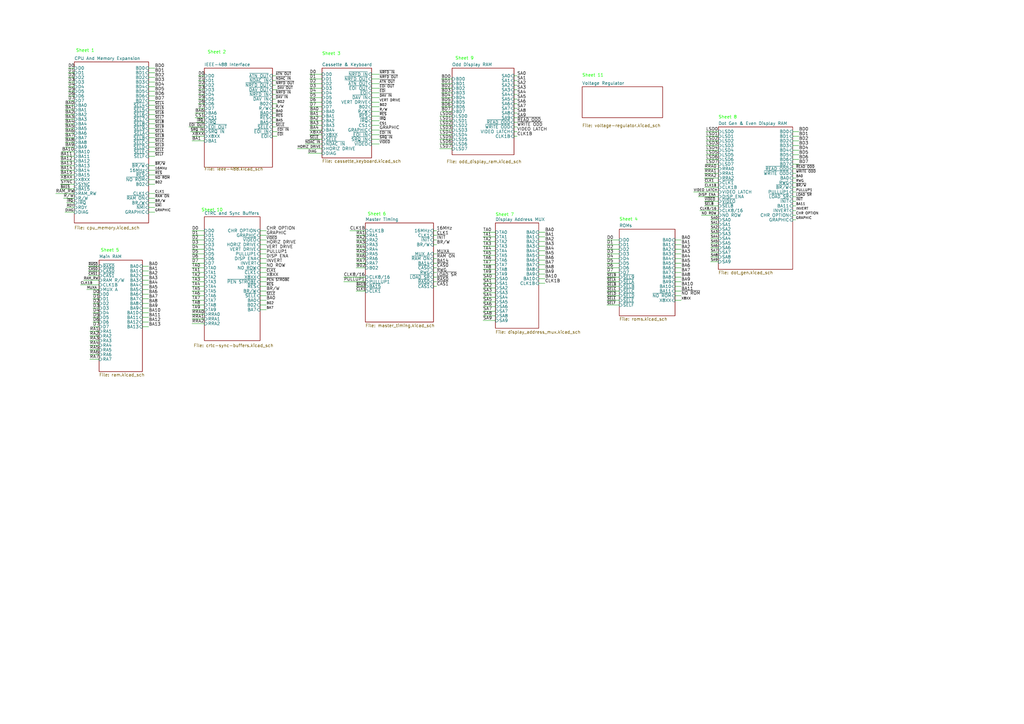
<source format=kicad_sch>
(kicad_sch
	(version 20250114)
	(generator "eeschema")
	(generator_version "9.0")
	(uuid "d43b2b20-347e-4112-8880-790e1c616124")
	(paper "A3")
	(title_block
		(rev "E")
		(company "Commodore")
		(comment 1 "8032081-04")
		(comment 2 "Logic Diagram Universal Dynamic PET")
		(comment 3 "http://www.zimmers.net/anonftp/pub/cbm/schematics/computers/pet/univ/8032081-04.gif")
	)
	(lib_symbols)
	(text "Sheet 6"
		(exclude_from_sim no)
		(at 150.749 88.646 0)
		(effects
			(font
				(size 1.27 1.27)
				(color 18 255 0 1)
			)
			(justify left bottom)
		)
		(uuid "195c312f-59a2-4fd6-921a-d511a25d8cb5")
	)
	(text "Sheet 9"
		(exclude_from_sim no)
		(at 186.69 24.765 0)
		(effects
			(font
				(size 1.27 1.27)
				(color 18 255 0 1)
			)
			(justify left bottom)
		)
		(uuid "21cb8a58-f792-455e-b0ee-b618e7c5fac7")
	)
	(text "Sheet 4"
		(exclude_from_sim no)
		(at 254 90.805 0)
		(effects
			(font
				(size 1.27 1.27)
				(color 18 255 0 1)
			)
			(justify left bottom)
		)
		(uuid "491d9e3b-c06d-4992-9568-0ef54f3b33b0")
	)
	(text "Sheet 11"
		(exclude_from_sim no)
		(at 238.76 31.75 0)
		(effects
			(font
				(size 1.27 1.27)
				(color 18 255 0 1)
			)
			(justify left bottom)
		)
		(uuid "65b19de3-aa04-493f-b356-651e277945be")
	)
	(text "Sheet 3"
		(exclude_from_sim no)
		(at 132.08 22.86 0)
		(effects
			(font
				(size 1.27 1.27)
				(color 18 255 0 1)
			)
			(justify left bottom)
		)
		(uuid "6f818442-1517-4cf2-aad2-e96952d540ab")
	)
	(text "Sheet 2"
		(exclude_from_sim no)
		(at 85.09 22.225 0)
		(effects
			(font
				(size 1.27 1.27)
				(color 18 255 0 1)
			)
			(justify left bottom)
		)
		(uuid "849be2fd-d68c-4cf2-9ad4-47d30ea987a7")
	)
	(text "Sheet 10"
		(exclude_from_sim no)
		(at 82.55 86.995 0)
		(effects
			(font
				(size 1.27 1.27)
				(color 18 255 0 1)
			)
			(justify left bottom)
		)
		(uuid "9fe1f409-100c-4342-9858-dbe13f281cde")
	)
	(text "Sheet 1"
		(exclude_from_sim no)
		(at 31.115 21.59 0)
		(effects
			(font
				(size 1.27 1.27)
				(color 18 255 0 1)
			)
			(justify left bottom)
		)
		(uuid "b0a1ceb4-aa4e-47c1-a35f-be64cbb4c37e")
	)
	(text "Sheet 7"
		(exclude_from_sim no)
		(at 203.2 88.9 0)
		(effects
			(font
				(size 1.27 1.27)
				(color 18 255 0 1)
			)
			(justify left bottom)
		)
		(uuid "d6b8cbd0-752a-49d0-861a-f74dd20fa283")
	)
	(text "Sheet 5"
		(exclude_from_sim no)
		(at 41.275 103.505 0)
		(effects
			(font
				(size 1.27 1.27)
				(color 18 255 0 1)
			)
			(justify left bottom)
		)
		(uuid "e8358936-7846-4211-bd6c-cf57dd9b66de")
	)
	(text "Sheet 8"
		(exclude_from_sim no)
		(at 294.64 48.895 0)
		(effects
			(font
				(size 1.27 1.27)
				(color 18 255 0 1)
			)
			(justify left bottom)
		)
		(uuid "f9eed463-9b37-4eee-ae5f-4643657aa41c")
	)
	(wire
		(pts
			(xy 152.4 40.005) (xy 155.575 40.005)
		)
		(stroke
			(width 0)
			(type default)
		)
		(uuid "00229344-0470-44a3-89b5-7e332cf20850")
	)
	(wire
		(pts
			(xy 180.34 60.96) (xy 185.42 60.96)
		)
		(stroke
			(width 0)
			(type default)
		)
		(uuid "003a4afe-8688-4a40-9faf-87a1e675b4f6")
	)
	(wire
		(pts
			(xy 276.86 102.235) (xy 279.4 102.235)
		)
		(stroke
			(width 0)
			(type default)
		)
		(uuid "006ca997-e2a5-46eb-8f0a-d13e8e319724")
	)
	(wire
		(pts
			(xy 248.92 100.33) (xy 254 100.33)
		)
		(stroke
			(width 0)
			(type default)
		)
		(uuid "020138d8-0df9-4faf-9d14-63a34fd9a726")
	)
	(wire
		(pts
			(xy 198.12 99.06) (xy 203.2 99.06)
		)
		(stroke
			(width 0)
			(type default)
		)
		(uuid "07cc811d-77e2-4f88-a82d-f79118f633b2")
	)
	(wire
		(pts
			(xy 60.96 45.085) (xy 63.5 45.085)
		)
		(stroke
			(width 0)
			(type default)
		)
		(uuid "07f2fec3-03dd-464d-8e7b-a7625ccf38dc")
	)
	(wire
		(pts
			(xy 80.645 50.165) (xy 83.82 50.165)
		)
		(stroke
			(width 0)
			(type default)
		)
		(uuid "080f38b3-ee3d-4b3f-8d67-167bcd85f9c6")
	)
	(wire
		(pts
			(xy 106.68 106.045) (xy 109.22 106.045)
		)
		(stroke
			(width 0)
			(type default)
		)
		(uuid "084193a1-34d9-4a28-bc4f-e0e0a17c01bc")
	)
	(wire
		(pts
			(xy 78.74 100.33) (xy 83.82 100.33)
		)
		(stroke
			(width 0)
			(type default)
		)
		(uuid "0927a0e7-1191-4f25-a3b7-e8c89cbb49d7")
	)
	(wire
		(pts
			(xy 38.1 122.555) (xy 40.64 122.555)
		)
		(stroke
			(width 0)
			(type default)
		)
		(uuid "0d39bfb9-57fd-491d-88f3-b2cf7a809693")
	)
	(wire
		(pts
			(xy 78.74 117.475) (xy 83.82 117.475)
		)
		(stroke
			(width 0)
			(type default)
		)
		(uuid "0dac4c44-185e-416b-a79e-aa658b4c3f55")
	)
	(wire
		(pts
			(xy 25.4 62.23) (xy 30.48 62.23)
		)
		(stroke
			(width 0)
			(type default)
		)
		(uuid "0f501393-cda4-4428-8aa1-736f4bb1a822")
	)
	(wire
		(pts
			(xy 152.4 49.53) (xy 155.575 49.53)
		)
		(stroke
			(width 0)
			(type default)
		)
		(uuid "0fb5718c-b17e-436b-92f1-f06b09eb4d5e")
	)
	(wire
		(pts
			(xy 287.02 86.36) (xy 294.64 86.36)
		)
		(stroke
			(width 0)
			(type default)
		)
		(uuid "105bf677-4013-4631-841b-84fd87b07490")
	)
	(wire
		(pts
			(xy 106.68 125.095) (xy 109.22 125.095)
		)
		(stroke
			(width 0)
			(type default)
		)
		(uuid "1204ed4f-befe-4a3e-a933-e0521dad7b23")
	)
	(wire
		(pts
			(xy 127 36.195) (xy 132.08 36.195)
		)
		(stroke
			(width 0)
			(type default)
		)
		(uuid "1294a3e4-bd0a-4476-a4b8-191d4bf96493")
	)
	(wire
		(pts
			(xy 111.76 33.02) (xy 113.03 33.02)
		)
		(stroke
			(width 0)
			(type default)
		)
		(uuid "14985cf0-5b86-4bb1-8755-b5be4a924a09")
	)
	(wire
		(pts
			(xy 276.86 111.76) (xy 279.4 111.76)
		)
		(stroke
			(width 0)
			(type default)
		)
		(uuid "15a34103-87a4-42a6-b995-e362b7741a71")
	)
	(wire
		(pts
			(xy 248.92 125.095) (xy 254 125.095)
		)
		(stroke
			(width 0)
			(type default)
		)
		(uuid "16852914-c03f-42b6-bd74-8a15b4ec9172")
	)
	(wire
		(pts
			(xy 210.82 42.545) (xy 212.09 42.545)
		)
		(stroke
			(width 0)
			(type default)
		)
		(uuid "18824518-54f9-4bec-b006-2d276716e86e")
	)
	(wire
		(pts
			(xy 81.28 40.64) (xy 83.82 40.64)
		)
		(stroke
			(width 0)
			(type default)
		)
		(uuid "1b7890eb-983d-4afe-9764-3e44e3671eb8")
	)
	(wire
		(pts
			(xy 146.05 96.52) (xy 149.86 96.52)
		)
		(stroke
			(width 0)
			(type default)
		)
		(uuid "1b7caff0-5489-4b17-8600-252557f99363")
	)
	(wire
		(pts
			(xy 58.42 132.08) (xy 60.96 132.08)
		)
		(stroke
			(width 0)
			(type default)
		)
		(uuid "1cf9155a-b3f0-4b50-99d3-9f73fd213620")
	)
	(wire
		(pts
			(xy 288.925 69.215) (xy 294.64 69.215)
		)
		(stroke
			(width 0)
			(type default)
		)
		(uuid "1d6928c5-aad2-41ad-b004-11b46470b296")
	)
	(wire
		(pts
			(xy 36.83 135.89) (xy 40.64 135.89)
		)
		(stroke
			(width 0)
			(type default)
		)
		(uuid "1db5e1f1-849e-4807-a32d-c859ee37eaae")
	)
	(wire
		(pts
			(xy 78.74 96.52) (xy 83.82 96.52)
		)
		(stroke
			(width 0)
			(type default)
		)
		(uuid "1e000308-7edd-4bf3-93db-9eb8e4eb4400")
	)
	(wire
		(pts
			(xy 220.98 110.49) (xy 223.52 110.49)
		)
		(stroke
			(width 0)
			(type default)
		)
		(uuid "1e426e2b-da70-4bc8-9878-037a1feb9ee5")
	)
	(wire
		(pts
			(xy 291.465 107.315) (xy 294.64 107.315)
		)
		(stroke
			(width 0)
			(type default)
		)
		(uuid "1e5573c5-6fb7-4482-b429-54277fffc035")
	)
	(wire
		(pts
			(xy 106.68 113.665) (xy 109.22 113.665)
		)
		(stroke
			(width 0)
			(type default)
		)
		(uuid "1ed2e539-5338-4505-b764-57711f1d5a3e")
	)
	(wire
		(pts
			(xy 198.12 123.825) (xy 203.2 123.825)
		)
		(stroke
			(width 0)
			(type default)
		)
		(uuid "1efb65e2-613a-4b11-a5a9-45ae48d5d9ab")
	)
	(wire
		(pts
			(xy 24.765 73.66) (xy 30.48 73.66)
		)
		(stroke
			(width 0)
			(type default)
		)
		(uuid "1f3d9a8d-ce1f-4c57-bff5-ff65ff9aa607")
	)
	(wire
		(pts
			(xy 77.47 52.07) (xy 83.82 52.07)
		)
		(stroke
			(width 0)
			(type default)
		)
		(uuid "1ff32961-e6de-4cd3-b45f-403ac303aeb4")
	)
	(wire
		(pts
			(xy 146.05 102.235) (xy 149.86 102.235)
		)
		(stroke
			(width 0)
			(type default)
		)
		(uuid "202620c3-44fa-4c13-b9ef-3e08be0b70e8")
	)
	(wire
		(pts
			(xy 36.83 143.51) (xy 40.64 143.51)
		)
		(stroke
			(width 0)
			(type default)
		)
		(uuid "2033aa39-f9ac-41e7-aad5-ee1e5a9df962")
	)
	(wire
		(pts
			(xy 111.76 53.975) (xy 113.665 53.975)
		)
		(stroke
			(width 0)
			(type default)
		)
		(uuid "2125dd4b-d867-417a-9760-cd5b64c07080")
	)
	(wire
		(pts
			(xy 26.67 86.995) (xy 30.48 86.995)
		)
		(stroke
			(width 0)
			(type default)
		)
		(uuid "21a3cd02-f7f8-49a8-827b-caad5d71d2ca")
	)
	(wire
		(pts
			(xy 152.4 47.625) (xy 155.575 47.625)
		)
		(stroke
			(width 0)
			(type default)
		)
		(uuid "22f122f6-bcad-42c9-8cc1-83587e06f18c")
	)
	(wire
		(pts
			(xy 289.56 67.31) (xy 294.64 67.31)
		)
		(stroke
			(width 0)
			(type default)
		)
		(uuid "237de5d7-4c80-4d62-a95f-a19c7cca1a0d")
	)
	(wire
		(pts
			(xy 152.4 55.245) (xy 155.575 55.245)
		)
		(stroke
			(width 0)
			(type default)
		)
		(uuid "250ce1f6-1640-452c-bdec-c7a64e36609b")
	)
	(wire
		(pts
			(xy 325.12 88.265) (xy 326.39 88.265)
		)
		(stroke
			(width 0)
			(type default)
		)
		(uuid "266205fc-7d4c-4262-a930-9d955e0d3f1c")
	)
	(wire
		(pts
			(xy 58.42 118.745) (xy 60.96 118.745)
		)
		(stroke
			(width 0)
			(type default)
		)
		(uuid "28dff77f-c4c0-4c7f-9a11-7d4ae41d3be6")
	)
	(wire
		(pts
			(xy 106.68 127) (xy 109.22 127)
		)
		(stroke
			(width 0)
			(type default)
		)
		(uuid "29717d0f-517c-4e32-aeef-123b8bcfe8ac")
	)
	(wire
		(pts
			(xy 180.975 41.91) (xy 185.42 41.91)
		)
		(stroke
			(width 0)
			(type default)
		)
		(uuid "2a9ff1df-bfd9-4de2-ad49-b8285cf076de")
	)
	(wire
		(pts
			(xy 291.465 93.98) (xy 294.64 93.98)
		)
		(stroke
			(width 0)
			(type default)
		)
		(uuid "2ad43c80-fecd-4eba-9595-0fcb39c71108")
	)
	(wire
		(pts
			(xy 78.74 125.095) (xy 83.82 125.095)
		)
		(stroke
			(width 0)
			(type default)
		)
		(uuid "2bd8469d-2d5f-4454-9d44-d23638dd88f7")
	)
	(wire
		(pts
			(xy 34.29 114.935) (xy 40.64 114.935)
		)
		(stroke
			(width 0)
			(type default)
		)
		(uuid "2c78d44f-bcc4-4c69-9ec4-b09ca9dab356")
	)
	(wire
		(pts
			(xy 289.56 57.785) (xy 294.64 57.785)
		)
		(stroke
			(width 0)
			(type default)
		)
		(uuid "2c829e66-2a15-45fc-8239-ad0390a4b6a8")
	)
	(wire
		(pts
			(xy 78.74 132.715) (xy 83.82 132.715)
		)
		(stroke
			(width 0)
			(type default)
		)
		(uuid "2cfb16c9-e7b0-4e7b-8b4b-6fdf9783cb0c")
	)
	(wire
		(pts
			(xy 26.67 52.705) (xy 30.48 52.705)
		)
		(stroke
			(width 0)
			(type default)
		)
		(uuid "2e1c178b-6612-4833-a075-8270e482a0d1")
	)
	(wire
		(pts
			(xy 288.925 73.025) (xy 294.64 73.025)
		)
		(stroke
			(width 0)
			(type default)
		)
		(uuid "2f3c6a90-1630-4eaf-a32d-5407d6d21f32")
	)
	(wire
		(pts
			(xy 27.94 39.37) (xy 30.48 39.37)
		)
		(stroke
			(width 0)
			(type default)
		)
		(uuid "2f74001a-9afb-4ad1-abbf-a35f1eb26d78")
	)
	(wire
		(pts
			(xy 288.925 84.455) (xy 294.64 84.455)
		)
		(stroke
			(width 0)
			(type default)
		)
		(uuid "330317d0-3144-4af4-9bc6-f12aaa34538b")
	)
	(wire
		(pts
			(xy 36.195 111.125) (xy 40.64 111.125)
		)
		(stroke
			(width 0)
			(type default)
		)
		(uuid "34a04806-b6db-4546-813e-f6c2104f8d19")
	)
	(wire
		(pts
			(xy 143.51 94.615) (xy 149.86 94.615)
		)
		(stroke
			(width 0)
			(type default)
		)
		(uuid "357f114b-385e-4887-b854-91f13e090f27")
	)
	(wire
		(pts
			(xy 26.67 54.61) (xy 30.48 54.61)
		)
		(stroke
			(width 0)
			(type default)
		)
		(uuid "36752619-e934-4396-8fe3-50f14b86c191")
	)
	(wire
		(pts
			(xy 81.28 42.545) (xy 83.82 42.545)
		)
		(stroke
			(width 0)
			(type default)
		)
		(uuid "37a7d040-9bf7-4f49-b863-eb7b2de9bb81")
	)
	(wire
		(pts
			(xy 60.96 41.275) (xy 63.5 41.275)
		)
		(stroke
			(width 0)
			(type default)
		)
		(uuid "38f4da17-f8cb-4c86-aed5-eb26aa54e8e3")
	)
	(wire
		(pts
			(xy 276.86 107.95) (xy 279.4 107.95)
		)
		(stroke
			(width 0)
			(type default)
		)
		(uuid "3992c1ad-e3d1-4a12-832d-348902136fbd")
	)
	(wire
		(pts
			(xy 24.765 75.565) (xy 30.48 75.565)
		)
		(stroke
			(width 0)
			(type default)
		)
		(uuid "3a64f87f-6171-4240-ae77-632594422887")
	)
	(wire
		(pts
			(xy 58.42 122.555) (xy 60.96 122.555)
		)
		(stroke
			(width 0)
			(type default)
		)
		(uuid "3c2fcbd5-f6c1-4926-b0fc-2e07778245bc")
	)
	(wire
		(pts
			(xy 220.98 100.965) (xy 223.52 100.965)
		)
		(stroke
			(width 0)
			(type default)
		)
		(uuid "3ca46543-c1a1-4457-84bf-e30572b2be18")
	)
	(wire
		(pts
			(xy 60.96 81.28) (xy 63.5 81.28)
		)
		(stroke
			(width 0)
			(type default)
		)
		(uuid "3cf95cf2-2791-41c8-bfdd-0a7e23e42b2e")
	)
	(wire
		(pts
			(xy 177.8 96.52) (xy 179.07 96.52)
		)
		(stroke
			(width 0)
			(type default)
		)
		(uuid "3d115fa6-325c-4ff0-a152-b5ae152a3a56")
	)
	(wire
		(pts
			(xy 36.83 147.32) (xy 40.64 147.32)
		)
		(stroke
			(width 0)
			(type default)
		)
		(uuid "3d233a81-a365-4dff-a491-83a098b63f36")
	)
	(wire
		(pts
			(xy 177.8 115.57) (xy 179.07 115.57)
		)
		(stroke
			(width 0)
			(type default)
		)
		(uuid "3dab63d7-5c41-4e4b-adc4-f851fcb8239c")
	)
	(wire
		(pts
			(xy 198.12 106.68) (xy 203.2 106.68)
		)
		(stroke
			(width 0)
			(type default)
		)
		(uuid "3de6fad1-2377-4314-baef-42e8947021bb")
	)
	(wire
		(pts
			(xy 210.82 36.83) (xy 212.09 36.83)
		)
		(stroke
			(width 0)
			(type default)
		)
		(uuid "3fc621c0-63d1-4f9a-988c-0ce1b7886b1d")
	)
	(wire
		(pts
			(xy 210.82 34.925) (xy 212.09 34.925)
		)
		(stroke
			(width 0)
			(type default)
		)
		(uuid "4044c995-1db1-4a88-a601-449a96d02480")
	)
	(wire
		(pts
			(xy 24.765 69.85) (xy 30.48 69.85)
		)
		(stroke
			(width 0)
			(type default)
		)
		(uuid "4236c3d3-974d-44ec-8e3c-6261cb24fb8d")
	)
	(wire
		(pts
			(xy 60.96 54.61) (xy 63.5 54.61)
		)
		(stroke
			(width 0)
			(type default)
		)
		(uuid "42a331de-4817-4ade-8edf-9a2f02d9f911")
	)
	(wire
		(pts
			(xy 24.765 71.755) (xy 30.48 71.755)
		)
		(stroke
			(width 0)
			(type default)
		)
		(uuid "42bce745-bf1d-4c4c-a3b1-cc846d8212d2")
	)
	(wire
		(pts
			(xy 152.4 45.72) (xy 155.575 45.72)
		)
		(stroke
			(width 0)
			(type default)
		)
		(uuid "433c2040-91e9-4ab7-9af7-81dcf8c625a3")
	)
	(wire
		(pts
			(xy 106.68 107.95) (xy 109.22 107.95)
		)
		(stroke
			(width 0)
			(type default)
		)
		(uuid "4361c02a-ebd3-462b-b6bc-51766b524a06")
	)
	(wire
		(pts
			(xy 127 45.72) (xy 132.08 45.72)
		)
		(stroke
			(width 0)
			(type default)
		)
		(uuid "4519e5b2-ede5-4bae-857b-796e5d604cd4")
	)
	(wire
		(pts
			(xy 152.4 53.34) (xy 155.575 53.34)
		)
		(stroke
			(width 0)
			(type default)
		)
		(uuid "4523ae9a-8e6a-4136-ae09-a84237e7cb8c")
	)
	(wire
		(pts
			(xy 36.83 141.605) (xy 40.64 141.605)
		)
		(stroke
			(width 0)
			(type default)
		)
		(uuid "453edbc0-6629-43e5-94fb-ffab47ad622f")
	)
	(wire
		(pts
			(xy 58.42 124.46) (xy 60.96 124.46)
		)
		(stroke
			(width 0)
			(type default)
		)
		(uuid "4598c313-7b23-4b11-abd5-e83fc111618d")
	)
	(wire
		(pts
			(xy 60.96 56.515) (xy 63.5 56.515)
		)
		(stroke
			(width 0)
			(type default)
		)
		(uuid "45b9337c-18b3-453b-bd84-6560f3723245")
	)
	(wire
		(pts
			(xy 27.94 29.845) (xy 30.48 29.845)
		)
		(stroke
			(width 0)
			(type default)
		)
		(uuid "45e95a62-d778-4c24-9434-3b565bae324b")
	)
	(wire
		(pts
			(xy 325.12 86.36) (xy 326.39 86.36)
		)
		(stroke
			(width 0)
			(type default)
		)
		(uuid "4625fd64-878a-4e4e-a171-883f10441a24")
	)
	(wire
		(pts
			(xy 180.975 36.195) (xy 185.42 36.195)
		)
		(stroke
			(width 0)
			(type default)
		)
		(uuid "46d7742a-f349-4243-a3e6-c8facedb817f")
	)
	(wire
		(pts
			(xy 127 43.815) (xy 132.08 43.815)
		)
		(stroke
			(width 0)
			(type default)
		)
		(uuid "470bb405-dceb-41d0-a169-616bc65e5ddd")
	)
	(wire
		(pts
			(xy 60.96 29.845) (xy 63.5 29.845)
		)
		(stroke
			(width 0)
			(type default)
		)
		(uuid "471b788f-1730-4edd-86ee-a71885891826")
	)
	(wire
		(pts
			(xy 140.97 113.665) (xy 149.86 113.665)
		)
		(stroke
			(width 0)
			(type default)
		)
		(uuid "472acddc-fbf4-4106-a1b8-62bb8ca08c91")
	)
	(wire
		(pts
			(xy 146.05 109.855) (xy 149.86 109.855)
		)
		(stroke
			(width 0)
			(type default)
		)
		(uuid "47814ab9-d212-4371-b0f8-9d8a460721e0")
	)
	(wire
		(pts
			(xy 146.05 119.38) (xy 149.86 119.38)
		)
		(stroke
			(width 0)
			(type default)
		)
		(uuid "47bf4973-9f41-4be2-8890-8f9166cc8923")
	)
	(wire
		(pts
			(xy 288.925 82.55) (xy 294.64 82.55)
		)
		(stroke
			(width 0)
			(type default)
		)
		(uuid "49eec355-cd5f-47ab-b144-8e11f42a7efc")
	)
	(wire
		(pts
			(xy 60.96 27.94) (xy 63.5 27.94)
		)
		(stroke
			(width 0)
			(type default)
		)
		(uuid "4ac0716b-8fd7-4bb9-ab63-d4f231ca4dac")
	)
	(wire
		(pts
			(xy 198.12 114.3) (xy 203.2 114.3)
		)
		(stroke
			(width 0)
			(type default)
		)
		(uuid "4b18960b-1883-4206-b055-c9345cd9a7df")
	)
	(wire
		(pts
			(xy 78.74 130.81) (xy 83.82 130.81)
		)
		(stroke
			(width 0)
			(type default)
		)
		(uuid "4b2b014a-f848-4f5d-8981-8d9c2040c4b7")
	)
	(wire
		(pts
			(xy 210.82 44.45) (xy 212.09 44.45)
		)
		(stroke
			(width 0)
			(type default)
		)
		(uuid "4b5e3cd1-2538-4c95-bd77-338995e04539")
	)
	(wire
		(pts
			(xy 248.92 113.665) (xy 254 113.665)
		)
		(stroke
			(width 0)
			(type default)
		)
		(uuid "4e34839f-1d27-46af-8ac8-95ed9f9c47ff")
	)
	(wire
		(pts
			(xy 127 32.385) (xy 132.08 32.385)
		)
		(stroke
			(width 0)
			(type default)
		)
		(uuid "4e5b795b-4f85-457f-9adb-33bf1ae04dd2")
	)
	(wire
		(pts
			(xy 291.465 99.695) (xy 294.64 99.695)
		)
		(stroke
			(width 0)
			(type default)
		)
		(uuid "4e5e84f6-6a2a-4083-8df3-ea1f1355cfba")
	)
	(wire
		(pts
			(xy 111.76 46.355) (xy 113.03 46.355)
		)
		(stroke
			(width 0)
			(type default)
		)
		(uuid "4f87523b-07d5-4fa5-b842-482da3976823")
	)
	(wire
		(pts
			(xy 180.34 59.055) (xy 185.42 59.055)
		)
		(stroke
			(width 0)
			(type default)
		)
		(uuid "5020a95e-d1dc-4ad8-be4b-baf2570d5e14")
	)
	(wire
		(pts
			(xy 325.12 61.595) (xy 327.66 61.595)
		)
		(stroke
			(width 0)
			(type default)
		)
		(uuid "507d7c33-b185-4bc3-ac49-466b84cc7a07")
	)
	(wire
		(pts
			(xy 78.74 57.785) (xy 83.82 57.785)
		)
		(stroke
			(width 0)
			(type default)
		)
		(uuid "50878c9d-4a26-441f-a135-6a09b2abeb02")
	)
	(wire
		(pts
			(xy 248.92 104.14) (xy 254 104.14)
		)
		(stroke
			(width 0)
			(type default)
		)
		(uuid "5196445e-a92b-46f1-83f7-6e6aa9f77efd")
	)
	(wire
		(pts
			(xy 78.105 53.975) (xy 83.82 53.975)
		)
		(stroke
			(width 0)
			(type default)
		)
		(uuid "53957f44-8974-4ade-b6b6-3c072bd95b1e")
	)
	(wire
		(pts
			(xy 220.98 116.205) (xy 223.52 116.205)
		)
		(stroke
			(width 0)
			(type default)
		)
		(uuid "5540d8f2-7c06-4ff1-abbe-370bccee0686")
	)
	(wire
		(pts
			(xy 198.12 129.54) (xy 203.2 129.54)
		)
		(stroke
			(width 0)
			(type default)
		)
		(uuid "5541cbf5-89a0-4077-ade0-397789fd9157")
	)
	(wire
		(pts
			(xy 325.12 67.31) (xy 327.66 67.31)
		)
		(stroke
			(width 0)
			(type default)
		)
		(uuid "55d23571-ffdf-42d8-84a5-f44d0239e64e")
	)
	(wire
		(pts
			(xy 325.12 84.455) (xy 326.39 84.455)
		)
		(stroke
			(width 0)
			(type default)
		)
		(uuid "57f1a5e4-acae-46be-b148-4e6d163f198b")
	)
	(wire
		(pts
			(xy 111.76 44.45) (xy 113.03 44.45)
		)
		(stroke
			(width 0)
			(type default)
		)
		(uuid "584b4de4-b9b4-42b6-b1e8-31b5caf25466")
	)
	(wire
		(pts
			(xy 198.12 102.87) (xy 203.2 102.87)
		)
		(stroke
			(width 0)
			(type default)
		)
		(uuid "5addbd8f-2666-419e-ae3b-e565410c0dc6")
	)
	(wire
		(pts
			(xy 220.98 104.775) (xy 223.52 104.775)
		)
		(stroke
			(width 0)
			(type default)
		)
		(uuid "5b73f3e8-852e-48fa-ac0c-022ceafcc913")
	)
	(wire
		(pts
			(xy 152.4 41.91) (xy 155.575 41.91)
		)
		(stroke
			(width 0)
			(type default)
		)
		(uuid "5b7d6c30-6118-43dd-ad9a-f0041bcdd941")
	)
	(wire
		(pts
			(xy 111.76 48.26) (xy 113.03 48.26)
		)
		(stroke
			(width 0)
			(type default)
		)
		(uuid "5bd5d4dc-1830-43b0-ae88-0958d00c2884")
	)
	(wire
		(pts
			(xy 38.1 126.365) (xy 40.64 126.365)
		)
		(stroke
			(width 0)
			(type default)
		)
		(uuid "5d745e71-e1db-4c1e-babd-ee8f9ba9fae1")
	)
	(wire
		(pts
			(xy 27.94 33.655) (xy 30.48 33.655)
		)
		(stroke
			(width 0)
			(type default)
		)
		(uuid "5dfa1142-f2fe-4fd8-9c05-bbed0793875c")
	)
	(wire
		(pts
			(xy 146.05 106.045) (xy 149.86 106.045)
		)
		(stroke
			(width 0)
			(type default)
		)
		(uuid "5eb1e911-25b0-4df6-8d5c-a65a7e1eb5c0")
	)
	(wire
		(pts
			(xy 27.305 85.09) (xy 30.48 85.09)
		)
		(stroke
			(width 0)
			(type default)
		)
		(uuid "5edf9827-884f-4573-ad29-554efc3fb426")
	)
	(wire
		(pts
			(xy 276.86 98.425) (xy 279.4 98.425)
		)
		(stroke
			(width 0)
			(type default)
		)
		(uuid "5f5027a5-2ea3-4c95-8635-56d192b8fe9c")
	)
	(wire
		(pts
			(xy 220.98 108.585) (xy 223.52 108.585)
		)
		(stroke
			(width 0)
			(type default)
		)
		(uuid "60af4f07-4f82-41d7-acb1-16e03a657985")
	)
	(wire
		(pts
			(xy 78.74 123.19) (xy 83.82 123.19)
		)
		(stroke
			(width 0)
			(type default)
		)
		(uuid "617b58c0-10e8-4fb5-9957-e65cc70aabb1")
	)
	(wire
		(pts
			(xy 180.975 43.815) (xy 185.42 43.815)
		)
		(stroke
			(width 0)
			(type default)
		)
		(uuid "61ef04e1-4131-468d-a770-c955067aeea9")
	)
	(wire
		(pts
			(xy 24.765 77.47) (xy 30.48 77.47)
		)
		(stroke
			(width 0)
			(type default)
		)
		(uuid "6214f350-80b8-40a8-afaa-23dd9af562c1")
	)
	(wire
		(pts
			(xy 22.86 79.375) (xy 30.48 79.375)
		)
		(stroke
			(width 0)
			(type default)
		)
		(uuid "64035030-8cb0-4eb9-834d-159ef6e766c9")
	)
	(wire
		(pts
			(xy 60.96 73.66) (xy 63.5 73.66)
		)
		(stroke
			(width 0)
			(type default)
		)
		(uuid "669dd54d-367c-4fda-afed-c2e5ca5a476d")
	)
	(wire
		(pts
			(xy 210.82 52.07) (xy 212.09 52.07)
		)
		(stroke
			(width 0)
			(type default)
		)
		(uuid "69b79b31-e36e-4d17-8769-9ed8a9bf3311")
	)
	(wire
		(pts
			(xy 325.12 82.55) (xy 326.39 82.55)
		)
		(stroke
			(width 0)
			(type default)
		)
		(uuid "69bba780-9947-4939-b8ed-631c4d3415b1")
	)
	(wire
		(pts
			(xy 26.035 81.28) (xy 30.48 81.28)
		)
		(stroke
			(width 0)
			(type default)
		)
		(uuid "69c67e56-c5cd-4bcd-99e5-2418024d58ef")
	)
	(wire
		(pts
			(xy 180.34 57.15) (xy 185.42 57.15)
		)
		(stroke
			(width 0)
			(type default)
		)
		(uuid "69de99f3-6c73-4aa9-9e78-f06258603889")
	)
	(wire
		(pts
			(xy 248.92 106.045) (xy 254 106.045)
		)
		(stroke
			(width 0)
			(type default)
		)
		(uuid "6ad635b9-a535-46e3-b09e-13aecc95e025")
	)
	(wire
		(pts
			(xy 26.67 60.325) (xy 30.48 60.325)
		)
		(stroke
			(width 0)
			(type default)
		)
		(uuid "6ae58330-f6f2-4eed-8f07-a2d8b5280641")
	)
	(wire
		(pts
			(xy 210.82 38.735) (xy 212.09 38.735)
		)
		(stroke
			(width 0)
			(type default)
		)
		(uuid "6c87e588-6068-4e76-904a-d6e52563aac2")
	)
	(wire
		(pts
			(xy 111.76 40.64) (xy 113.03 40.64)
		)
		(stroke
			(width 0)
			(type default)
		)
		(uuid "6d150b95-6c98-4a60-88d4-1483252b310b")
	)
	(wire
		(pts
			(xy 198.12 112.395) (xy 203.2 112.395)
		)
		(stroke
			(width 0)
			(type default)
		)
		(uuid "6d5d067f-c230-4bd7-9648-633e55185d3f")
	)
	(wire
		(pts
			(xy 177.8 94.615) (xy 179.07 94.615)
		)
		(stroke
			(width 0)
			(type default)
		)
		(uuid "6d7367a9-bdb9-4743-920f-539e2863bfac")
	)
	(wire
		(pts
			(xy 58.42 113.03) (xy 60.96 113.03)
		)
		(stroke
			(width 0)
			(type default)
		)
		(uuid "6d8d67a1-bb48-44c2-a8fa-546c7dd76080")
	)
	(wire
		(pts
			(xy 106.68 96.52) (xy 109.22 96.52)
		)
		(stroke
			(width 0)
			(type default)
		)
		(uuid "6e345fec-1a9e-4284-b96a-9ae5883e5d32")
	)
	(wire
		(pts
			(xy 325.12 78.74) (xy 326.39 78.74)
		)
		(stroke
			(width 0)
			(type default)
		)
		(uuid "6e7d9ef5-7665-424a-92dd-37c9d684bf3a")
	)
	(wire
		(pts
			(xy 27.94 37.465) (xy 30.48 37.465)
		)
		(stroke
			(width 0)
			(type default)
		)
		(uuid "6eb77695-1a46-4b6a-a88d-c260f94de71a")
	)
	(wire
		(pts
			(xy 35.56 118.745) (xy 40.64 118.745)
		)
		(stroke
			(width 0)
			(type default)
		)
		(uuid "6ef16163-6291-4a41-9e8a-3423ee38fe73")
	)
	(wire
		(pts
			(xy 111.76 38.735) (xy 113.03 38.735)
		)
		(stroke
			(width 0)
			(type default)
		)
		(uuid "6f1f4937-84cd-463d-9bee-62f971fdde25")
	)
	(wire
		(pts
			(xy 78.74 109.855) (xy 83.82 109.855)
		)
		(stroke
			(width 0)
			(type default)
		)
		(uuid "6fc06b0e-2219-4fac-aaf2-bd0a7f0e0a8c")
	)
	(wire
		(pts
			(xy 60.96 39.37) (xy 63.5 39.37)
		)
		(stroke
			(width 0)
			(type default)
		)
		(uuid "6fc61c77-5ae3-4dd0-aaa8-66cde67b87bf")
	)
	(wire
		(pts
			(xy 60.96 64.135) (xy 63.5 64.135)
		)
		(stroke
			(width 0)
			(type default)
		)
		(uuid "6fcaca0a-3c51-4834-9517-7956b82f621d")
	)
	(wire
		(pts
			(xy 177.8 117.475) (xy 179.07 117.475)
		)
		(stroke
			(width 0)
			(type default)
		)
		(uuid "6fdb5929-77c0-4cd9-9dbe-d0c4badfae3c")
	)
	(wire
		(pts
			(xy 220.98 95.25) (xy 223.52 95.25)
		)
		(stroke
			(width 0)
			(type default)
		)
		(uuid "6ff5658b-e01d-4bc2-95a7-5aa774bbd6f3")
	)
	(wire
		(pts
			(xy 58.42 126.365) (xy 60.96 126.365)
		)
		(stroke
			(width 0)
			(type default)
		)
		(uuid "706f09c4-ff1b-4510-bc9f-b9db303e677c")
	)
	(wire
		(pts
			(xy 60.96 67.945) (xy 63.5 67.945)
		)
		(stroke
			(width 0)
			(type default)
		)
		(uuid "70757641-e1c6-46fe-aa06-e38f86310688")
	)
	(wire
		(pts
			(xy 146.05 117.475) (xy 149.86 117.475)
		)
		(stroke
			(width 0)
			(type default)
		)
		(uuid "70b05cf3-6b1c-4954-9c15-9ed38f96ff88")
	)
	(wire
		(pts
			(xy 58.42 128.27) (xy 60.96 128.27)
		)
		(stroke
			(width 0)
			(type default)
		)
		(uuid "715373d6-843c-4052-bbaa-7e9b158a114d")
	)
	(wire
		(pts
			(xy 291.465 97.79) (xy 294.64 97.79)
		)
		(stroke
			(width 0)
			(type default)
		)
		(uuid "7176afb5-948a-4059-a89e-241bbda54e3b")
	)
	(wire
		(pts
			(xy 26.67 56.515) (xy 30.48 56.515)
		)
		(stroke
			(width 0)
			(type default)
		)
		(uuid "72259248-f865-41ea-84cb-ea00fcfdfbe4")
	)
	(wire
		(pts
			(xy 291.465 95.885) (xy 294.64 95.885)
		)
		(stroke
			(width 0)
			(type default)
		)
		(uuid "7302c8f0-0fe7-4a6b-8ca3-d166b7933f5f")
	)
	(wire
		(pts
			(xy 248.92 117.475) (xy 254 117.475)
		)
		(stroke
			(width 0)
			(type default)
		)
		(uuid "7396bb27-4a32-45d9-b0e7-9ebb2d81704d")
	)
	(wire
		(pts
			(xy 146.05 100.33) (xy 149.86 100.33)
		)
		(stroke
			(width 0)
			(type default)
		)
		(uuid "769db15a-473c-4d7b-b26c-5240eeb457a4")
	)
	(wire
		(pts
			(xy 127 30.48) (xy 132.08 30.48)
		)
		(stroke
			(width 0)
			(type default)
		)
		(uuid "76afe4e8-5b8f-4e40-81f5-117516ac54b6")
	)
	(wire
		(pts
			(xy 177.8 98.425) (xy 179.07 98.425)
		)
		(stroke
			(width 0)
			(type default)
		)
		(uuid "7710046e-9be1-4f3f-a16d-8a60e5852520")
	)
	(wire
		(pts
			(xy 33.02 116.84) (xy 40.64 116.84)
		)
		(stroke
			(width 0)
			(type default)
		)
		(uuid "774fcd82-9c82-4340-a415-5b7eb3b4844f")
	)
	(wire
		(pts
			(xy 198.12 95.25) (xy 203.2 95.25)
		)
		(stroke
			(width 0)
			(type default)
		)
		(uuid "789f66a1-3a79-413f-b822-a8ab91dc9a96")
	)
	(wire
		(pts
			(xy 127 34.29) (xy 132.08 34.29)
		)
		(stroke
			(width 0)
			(type default)
		)
		(uuid "78a314ca-d399-45c6-b015-e36c81a75f79")
	)
	(wire
		(pts
			(xy 106.68 111.76) (xy 109.22 111.76)
		)
		(stroke
			(width 0)
			(type default)
		)
		(uuid "797ad010-134a-4d3f-b9d7-860cc1d0d62a")
	)
	(wire
		(pts
			(xy 78.74 106.045) (xy 83.82 106.045)
		)
		(stroke
			(width 0)
			(type default)
		)
		(uuid "7a7c80c2-103a-43a3-b584-8b73cbf25712")
	)
	(wire
		(pts
			(xy 288.925 76.835) (xy 294.64 76.835)
		)
		(stroke
			(width 0)
			(type default)
		)
		(uuid "7ab75d79-5785-4147-802c-4a1da45da018")
	)
	(wire
		(pts
			(xy 276.86 113.665) (xy 279.4 113.665)
		)
		(stroke
			(width 0)
			(type default)
		)
		(uuid "7c3eb2a3-e28a-4851-b0c2-4be97f921547")
	)
	(wire
		(pts
			(xy 58.42 111.125) (xy 60.96 111.125)
		)
		(stroke
			(width 0)
			(type default)
		)
		(uuid "7c838a83-f4a5-4249-9ac1-90391e33e921")
	)
	(wire
		(pts
			(xy 152.4 32.385) (xy 155.575 32.385)
		)
		(stroke
			(width 0)
			(type default)
		)
		(uuid "7cba6e00-0ea5-4ca9-8597-af285b5d5a50")
	)
	(wire
		(pts
			(xy 80.01 48.26) (xy 83.82 48.26)
		)
		(stroke
			(width 0)
			(type default)
		)
		(uuid "7cc8b117-27c1-4607-a3d8-8357d7586893")
	)
	(wire
		(pts
			(xy 81.28 44.45) (xy 83.82 44.45)
		)
		(stroke
			(width 0)
			(type default)
		)
		(uuid "7db7d2b2-4978-44aa-b930-3e20364a3711")
	)
	(wire
		(pts
			(xy 177.8 106.045) (xy 179.07 106.045)
		)
		(stroke
			(width 0)
			(type default)
		)
		(uuid "7e3a94b9-86c0-467b-a071-c0804b569bab")
	)
	(wire
		(pts
			(xy 152.4 51.435) (xy 155.575 51.435)
		)
		(stroke
			(width 0)
			(type default)
		)
		(uuid "7f45a874-5345-4a10-95e4-679dd954905c")
	)
	(wire
		(pts
			(xy 291.465 92.075) (xy 294.64 92.075)
		)
		(stroke
			(width 0)
			(type default)
		)
		(uuid "7f8a4c06-4778-4ae4-a8f5-05dc7b35871d")
	)
	(wire
		(pts
			(xy 106.68 117.475) (xy 109.22 117.475)
		)
		(stroke
			(width 0)
			(type default)
		)
		(uuid "7fe89218-9040-4d4d-834d-25c29cb7e75c")
	)
	(wire
		(pts
			(xy 78.74 107.95) (xy 83.82 107.95)
		)
		(stroke
			(width 0)
			(type default)
		)
		(uuid "800e9d4e-ee65-4d50-9ea0-62dede8f3c40")
	)
	(wire
		(pts
			(xy 26.67 50.8) (xy 30.48 50.8)
		)
		(stroke
			(width 0)
			(type default)
		)
		(uuid "836fce94-9937-4241-9f3f-40d288b3f246")
	)
	(wire
		(pts
			(xy 276.86 117.475) (xy 279.4 117.475)
		)
		(stroke
			(width 0)
			(type default)
		)
		(uuid "837c7f26-1227-4493-acb8-3091a9cd6042")
	)
	(wire
		(pts
			(xy 26.67 45.085) (xy 30.48 45.085)
		)
		(stroke
			(width 0)
			(type default)
		)
		(uuid "83d3724b-cfcf-4b8b-a411-f86f8b3b2a96")
	)
	(wire
		(pts
			(xy 26.67 46.99) (xy 30.48 46.99)
		)
		(stroke
			(width 0)
			(type default)
		)
		(uuid "8457c312-d4b5-49de-b67f-4c7510c64376")
	)
	(wire
		(pts
			(xy 180.975 34.29) (xy 185.42 34.29)
		)
		(stroke
			(width 0)
			(type default)
		)
		(uuid "853d7c7b-6106-421b-9859-a00f39bb606d")
	)
	(wire
		(pts
			(xy 78.74 121.285) (xy 83.82 121.285)
		)
		(stroke
			(width 0)
			(type default)
		)
		(uuid "85aad92e-acd2-4568-82c3-0246946a3d39")
	)
	(wire
		(pts
			(xy 125.095 59.055) (xy 132.08 59.055)
		)
		(stroke
			(width 0)
			(type default)
		)
		(uuid "85e15576-d363-4218-a88d-eabf03b4c4cb")
	)
	(wire
		(pts
			(xy 177.8 111.76) (xy 179.07 111.76)
		)
		(stroke
			(width 0)
			(type default)
		)
		(uuid "86811ad4-016c-461f-b04e-7d06138e2235")
	)
	(wire
		(pts
			(xy 78.74 115.57) (xy 83.82 115.57)
		)
		(stroke
			(width 0)
			(type default)
		)
		(uuid "86dd0a1c-9b81-43ec-b89d-4fc388e85ac6")
	)
	(wire
		(pts
			(xy 81.28 33.02) (xy 83.82 33.02)
		)
		(stroke
			(width 0)
			(type default)
		)
		(uuid "87bdf5a1-ec36-4685-8b04-6cc2b8d8ea58")
	)
	(wire
		(pts
			(xy 152.4 43.815) (xy 155.575 43.815)
		)
		(stroke
			(width 0)
			(type default)
		)
		(uuid "8b203a48-1414-4841-8a00-562aa600e2e9")
	)
	(wire
		(pts
			(xy 198.12 127.635) (xy 203.2 127.635)
		)
		(stroke
			(width 0)
			(type default)
		)
		(uuid "8b5c39b6-5621-401e-807c-8a41a13e732e")
	)
	(wire
		(pts
			(xy 121.92 60.96) (xy 132.08 60.96)
		)
		(stroke
			(width 0)
			(type default)
		)
		(uuid "8bafcdf7-17f4-4806-98e9-d189e80db3a0")
	)
	(wire
		(pts
			(xy 210.82 50.165) (xy 212.09 50.165)
		)
		(stroke
			(width 0)
			(type default)
		)
		(uuid "8c21dff3-0151-4e3f-9855-745eb0dd7c56")
	)
	(wire
		(pts
			(xy 286.385 80.645) (xy 294.64 80.645)
		)
		(stroke
			(width 0)
			(type default)
		)
		(uuid "8c89e916-f0ea-4b07-bbe4-8d12d95bae5f")
	)
	(wire
		(pts
			(xy 291.465 105.41) (xy 294.64 105.41)
		)
		(stroke
			(width 0)
			(type default)
		)
		(uuid "8cf9beb8-cf5c-4130-bdd1-b6aebdef9216")
	)
	(wire
		(pts
			(xy 276.86 100.33) (xy 279.4 100.33)
		)
		(stroke
			(width 0)
			(type default)
		)
		(uuid "8d96faae-94b0-4800-98f1-606df40324f6")
	)
	(wire
		(pts
			(xy 27.94 35.56) (xy 30.48 35.56)
		)
		(stroke
			(width 0)
			(type default)
		)
		(uuid "8dcd5ecb-a1d1-4160-9c84-4c4a7b6173a9")
	)
	(wire
		(pts
			(xy 146.05 104.14) (xy 149.86 104.14)
		)
		(stroke
			(width 0)
			(type default)
		)
		(uuid "8de3ef8a-cfb0-461e-9d5b-fd85f6858804")
	)
	(wire
		(pts
			(xy 180.975 40.005) (xy 185.42 40.005)
		)
		(stroke
			(width 0)
			(type default)
		)
		(uuid "8de51b72-91af-49d6-91eb-5d20cfbf9691")
	)
	(wire
		(pts
			(xy 81.28 31.115) (xy 83.82 31.115)
		)
		(stroke
			(width 0)
			(type default)
		)
		(uuid "8dfaab6f-b1f3-4d89-a158-b6af75ba7760")
	)
	(wire
		(pts
			(xy 111.76 36.83) (xy 113.665 36.83)
		)
		(stroke
			(width 0)
			(type default)
		)
		(uuid "8e40c838-4c9e-497f-85f6-993305e1e704")
	)
	(wire
		(pts
			(xy 106.68 104.14) (xy 109.22 104.14)
		)
		(stroke
			(width 0)
			(type default)
		)
		(uuid "8fdf98a3-3363-45b5-9c24-7a8de74ea8e4")
	)
	(wire
		(pts
			(xy 78.74 119.38) (xy 83.82 119.38)
		)
		(stroke
			(width 0)
			(type default)
		)
		(uuid "906f1a1f-fc81-424f-948d-dcce2a7d7b3d")
	)
	(wire
		(pts
			(xy 36.83 145.415) (xy 40.64 145.415)
		)
		(stroke
			(width 0)
			(type default)
		)
		(uuid "90b0a2b6-50bc-4567-94ae-39fc7d2fe44c")
	)
	(wire
		(pts
			(xy 220.98 99.06) (xy 223.52 99.06)
		)
		(stroke
			(width 0)
			(type default)
		)
		(uuid "92bc13c1-9971-48f6-a784-b89eb9c3fcd0")
	)
	(wire
		(pts
			(xy 27.94 27.94) (xy 30.48 27.94)
		)
		(stroke
			(width 0)
			(type default)
		)
		(uuid "93586a8f-bb99-41c9-9f91-6388f2e4426f")
	)
	(wire
		(pts
			(xy 127 53.34) (xy 132.08 53.34)
		)
		(stroke
			(width 0)
			(type default)
		)
		(uuid "93a91a4e-6bd9-40b6-9600-bc9acbeb97eb")
	)
	(wire
		(pts
			(xy 111.76 55.88) (xy 113.665 55.88)
		)
		(stroke
			(width 0)
			(type default)
		)
		(uuid "9547cf8c-c143-4875-b5fb-06e24245ee04")
	)
	(wire
		(pts
			(xy 36.195 109.22) (xy 40.64 109.22)
		)
		(stroke
			(width 0)
			(type default)
		)
		(uuid "95692da5-0af0-40e7-a8f5-07dfa1ee24ac")
	)
	(wire
		(pts
			(xy 126.365 62.865) (xy 132.08 62.865)
		)
		(stroke
			(width 0)
			(type default)
		)
		(uuid "96826fcd-c57a-4132-9ae3-90cb21257d18")
	)
	(wire
		(pts
			(xy 325.12 80.645) (xy 326.39 80.645)
		)
		(stroke
			(width 0)
			(type default)
		)
		(uuid "96a980dd-45cc-4278-afef-4c93de545561")
	)
	(wire
		(pts
			(xy 198.12 100.965) (xy 203.2 100.965)
		)
		(stroke
			(width 0)
			(type default)
		)
		(uuid "97124196-bcb3-4e54-a5cc-4bf8160e8832")
	)
	(wire
		(pts
			(xy 127 51.435) (xy 132.08 51.435)
		)
		(stroke
			(width 0)
			(type default)
		)
		(uuid "9760137e-67fc-49c8-8565-9da57ea7a001")
	)
	(wire
		(pts
			(xy 60.96 86.995) (xy 63.5 86.995)
		)
		(stroke
			(width 0)
			(type default)
		)
		(uuid "97c19c4f-fbbe-47ec-b28d-587f4172609f")
	)
	(wire
		(pts
			(xy 27.94 41.275) (xy 30.48 41.275)
		)
		(stroke
			(width 0)
			(type default)
		)
		(uuid "9811b984-400a-47bf-82b3-7262bdf24ac0")
	)
	(wire
		(pts
			(xy 180.34 51.435) (xy 185.42 51.435)
		)
		(stroke
			(width 0)
			(type default)
		)
		(uuid "98867771-ef83-4f12-bbf0-52ef9e00b886")
	)
	(wire
		(pts
			(xy 276.86 106.045) (xy 279.4 106.045)
		)
		(stroke
			(width 0)
			(type default)
		)
		(uuid "98c50560-3917-4235-840c-ae80c1af756c")
	)
	(wire
		(pts
			(xy 325.12 74.93) (xy 326.39 74.93)
		)
		(stroke
			(width 0)
			(type default)
		)
		(uuid "9915cfcd-88ad-4180-a1ff-2154123d287a")
	)
	(wire
		(pts
			(xy 210.82 46.355) (xy 212.09 46.355)
		)
		(stroke
			(width 0)
			(type default)
		)
		(uuid "99d55170-70db-436d-a73f-b02cdd6661fc")
	)
	(wire
		(pts
			(xy 24.765 64.135) (xy 30.48 64.135)
		)
		(stroke
			(width 0)
			(type default)
		)
		(uuid "9a93369f-9d00-495c-940f-fb1fb3b7cad3")
	)
	(wire
		(pts
			(xy 127 40.005) (xy 132.08 40.005)
		)
		(stroke
			(width 0)
			(type default)
		)
		(uuid "9ab4745c-9d74-42cd-a943-8513460caa6c")
	)
	(wire
		(pts
			(xy 276.86 121.285) (xy 279.4 121.285)
		)
		(stroke
			(width 0)
			(type default)
		)
		(uuid "9b3ff9a3-6e81-4a6e-a637-aff22bc4cf4b")
	)
	(wire
		(pts
			(xy 177.8 107.95) (xy 179.07 107.95)
		)
		(stroke
			(width 0)
			(type default)
		)
		(uuid "9b771214-8818-458a-a0fd-65614469e05d")
	)
	(wire
		(pts
			(xy 291.465 101.6) (xy 294.64 101.6)
		)
		(stroke
			(width 0)
			(type default)
		)
		(uuid "9bdc3a4c-1cf8-4a6f-a461-a9e82f684ae9")
	)
	(wire
		(pts
			(xy 111.76 31.115) (xy 113.03 31.115)
		)
		(stroke
			(width 0)
			(type default)
		)
		(uuid "9c6687e6-3190-4643-a8ab-3f586eea64ff")
	)
	(wire
		(pts
			(xy 198.12 116.205) (xy 203.2 116.205)
		)
		(stroke
			(width 0)
			(type default)
		)
		(uuid "9c78f515-b83d-45d6-90a7-844fccee450a")
	)
	(wire
		(pts
			(xy 78.74 94.615) (xy 83.82 94.615)
		)
		(stroke
			(width 0)
			(type default)
		)
		(uuid "9ff4bc2e-5736-4768-800d-5cb4907ff610")
	)
	(wire
		(pts
			(xy 38.1 133.985) (xy 40.64 133.985)
		)
		(stroke
			(width 0)
			(type default)
		)
		(uuid "a043a3bc-88f7-4461-a278-b117e22b124e")
	)
	(wire
		(pts
			(xy 152.4 38.1) (xy 155.575 38.1)
		)
		(stroke
			(width 0)
			(type default)
		)
		(uuid "a0fcfa99-5ad7-43e7-b4b6-23886d5fb8f1")
	)
	(wire
		(pts
			(xy 26.67 58.42) (xy 30.48 58.42)
		)
		(stroke
			(width 0)
			(type default)
		)
		(uuid "a1d0848c-0000-4cdd-a288-4823f9fb52eb")
	)
	(wire
		(pts
			(xy 276.86 123.19) (xy 279.4 123.19)
		)
		(stroke
			(width 0)
			(type default)
		)
		(uuid "a2e9613e-8bd0-4782-9426-7ae4d068c956")
	)
	(wire
		(pts
			(xy 38.1 132.08) (xy 40.64 132.08)
		)
		(stroke
			(width 0)
			(type default)
		)
		(uuid "a2fb6af9-7fe1-489a-ab69-8e47993d1ff8")
	)
	(wire
		(pts
			(xy 288.925 74.93) (xy 294.64 74.93)
		)
		(stroke
			(width 0)
			(type default)
		)
		(uuid "a38637a5-45f1-40bc-a845-36fe003540be")
	)
	(wire
		(pts
			(xy 106.68 94.615) (xy 109.22 94.615)
		)
		(stroke
			(width 0)
			(type default)
		)
		(uuid "a3b5e8c8-07b6-45f9-ba30-f9c5d3154f7f")
	)
	(wire
		(pts
			(xy 180.975 32.385) (xy 185.42 32.385)
		)
		(stroke
			(width 0)
			(type default)
		)
		(uuid "a58fcd56-9d9f-46af-bfd7-552a89200b1e")
	)
	(wire
		(pts
			(xy 38.1 124.46) (xy 40.64 124.46)
		)
		(stroke
			(width 0)
			(type default)
		)
		(uuid "a614a100-f2fe-409e-8471-a02de50507ae")
	)
	(wire
		(pts
			(xy 111.76 42.545) (xy 113.665 42.545)
		)
		(stroke
			(width 0)
			(type default)
		)
		(uuid "a6dd8a67-c34c-43a3-8e9b-6ec7686d1cc4")
	)
	(wire
		(pts
			(xy 325.12 59.69) (xy 327.66 59.69)
		)
		(stroke
			(width 0)
			(type default)
		)
		(uuid "a886a810-04ff-41a0-8b01-fa24bf27885d")
	)
	(wire
		(pts
			(xy 220.98 102.87) (xy 223.52 102.87)
		)
		(stroke
			(width 0)
			(type default)
		)
		(uuid "a942c049-3a07-427f-b1f9-c23329c6c807")
	)
	(wire
		(pts
			(xy 220.98 112.395) (xy 223.52 112.395)
		)
		(stroke
			(width 0)
			(type default)
		)
		(uuid "a9cbdb3f-3789-4df8-81cc-38d1e19f84d0")
	)
	(wire
		(pts
			(xy 60.96 75.565) (xy 63.5 75.565)
		)
		(stroke
			(width 0)
			(type default)
		)
		(uuid "aa004a78-4a4d-4dba-80c6-e2c1d3fa88b6")
	)
	(wire
		(pts
			(xy 198.12 108.585) (xy 203.2 108.585)
		)
		(stroke
			(width 0)
			(type default)
		)
		(uuid "aa492e50-6ff0-43ca-a6cd-b291bbff06f5")
	)
	(wire
		(pts
			(xy 60.96 62.23) (xy 63.5 62.23)
		)
		(stroke
			(width 0)
			(type default)
		)
		(uuid "ab2d20cb-3fe9-4b98-bb54-bdeebf13b661")
	)
	(wire
		(pts
			(xy 325.12 63.5) (xy 327.66 63.5)
		)
		(stroke
			(width 0)
			(type default)
		)
		(uuid "abb2396a-e71b-451d-ac8f-192791c0169c")
	)
	(wire
		(pts
			(xy 60.96 33.655) (xy 63.5 33.655)
		)
		(stroke
			(width 0)
			(type default)
		)
		(uuid "acac13ab-75ed-4b68-b491-67e90700ff37")
	)
	(wire
		(pts
			(xy 198.12 118.11) (xy 203.2 118.11)
		)
		(stroke
			(width 0)
			(type default)
		)
		(uuid "acd7366d-81ff-47e2-a535-ddec71d16853")
	)
	(wire
		(pts
			(xy 180.34 49.53) (xy 185.42 49.53)
		)
		(stroke
			(width 0)
			(type default)
		)
		(uuid "ae4a0814-72db-4f35-8622-f0c02a8bb4a0")
	)
	(wire
		(pts
			(xy 180.34 53.34) (xy 185.42 53.34)
		)
		(stroke
			(width 0)
			(type default)
		)
		(uuid "af0eb860-dbb2-4bed-b651-77c58df62d2f")
	)
	(wire
		(pts
			(xy 289.56 61.595) (xy 294.64 61.595)
		)
		(stroke
			(width 0)
			(type default)
		)
		(uuid "af9da544-e6c7-4897-8155-aa8aa58f9aab")
	)
	(wire
		(pts
			(xy 177.8 104.14) (xy 179.07 104.14)
		)
		(stroke
			(width 0)
			(type default)
		)
		(uuid "b0e403ec-b414-4ffd-b1a0-8d1c054ea178")
	)
	(wire
		(pts
			(xy 106.68 102.235) (xy 109.22 102.235)
		)
		(stroke
			(width 0)
			(type default)
		)
		(uuid "b1fc02ba-fa1b-4fb1-91b1-e14dd91ddc58")
	)
	(wire
		(pts
			(xy 287.655 88.265) (xy 294.64 88.265)
		)
		(stroke
			(width 0)
			(type default)
		)
		(uuid "b3549660-ed98-4e1c-9ab7-3c71d3618aa2")
	)
	(wire
		(pts
			(xy 146.05 107.95) (xy 149.86 107.95)
		)
		(stroke
			(width 0)
			(type default)
		)
		(uuid "b417a7bb-6852-4248-9f25-7f9477b6112e")
	)
	(wire
		(pts
			(xy 152.4 34.29) (xy 155.575 34.29)
		)
		(stroke
			(width 0)
			(type default)
		)
		(uuid "b41f7b4d-b7b4-4ac9-bc4b-4a8782abdd00")
	)
	(wire
		(pts
			(xy 248.92 115.57) (xy 254 115.57)
		)
		(stroke
			(width 0)
			(type default)
		)
		(uuid "b426d1fa-505b-40f9-92d8-6f14ffd32111")
	)
	(wire
		(pts
			(xy 248.92 121.285) (xy 254 121.285)
		)
		(stroke
			(width 0)
			(type default)
		)
		(uuid "b4ee991a-9073-44f4-8eff-eaaa51db70f9")
	)
	(wire
		(pts
			(xy 288.925 71.12) (xy 294.64 71.12)
		)
		(stroke
			(width 0)
			(type default)
		)
		(uuid "b4f845c9-2013-46ee-bccd-16eaf2059e14")
	)
	(wire
		(pts
			(xy 78.74 98.425) (xy 83.82 98.425)
		)
		(stroke
			(width 0)
			(type default)
		)
		(uuid "b6aa2e60-f20f-48c6-b396-1120e9430f04")
	)
	(wire
		(pts
			(xy 152.4 36.195) (xy 155.575 36.195)
		)
		(stroke
			(width 0)
			(type default)
		)
		(uuid "b7149649-e283-4796-91c0-a699084bdc2f")
	)
	(wire
		(pts
			(xy 289.56 59.69) (xy 294.64 59.69)
		)
		(stroke
			(width 0)
			(type default)
		)
		(uuid "b735132c-b329-44c6-b6d6-545e0e5a715d")
	)
	(wire
		(pts
			(xy 198.12 97.155) (xy 203.2 97.155)
		)
		(stroke
			(width 0)
			(type default)
		)
		(uuid "b7b41747-5060-4833-bf63-0f85ddcf8c5c")
	)
	(wire
		(pts
			(xy 78.74 55.88) (xy 83.82 55.88)
		)
		(stroke
			(width 0)
			(type default)
		)
		(uuid "b7bed2d9-15d1-458f-91b1-30a7cbe3bde6")
	)
	(wire
		(pts
			(xy 325.12 73.025) (xy 326.39 73.025)
		)
		(stroke
			(width 0)
			(type default)
		)
		(uuid "b82caf45-15f7-4ccb-982d-9db8361b1bb0")
	)
	(wire
		(pts
			(xy 24.765 67.945) (xy 30.48 67.945)
		)
		(stroke
			(width 0)
			(type default)
		)
		(uuid "b9444719-4709-46b5-9b34-4b1e15acc08e")
	)
	(wire
		(pts
			(xy 127 57.15) (xy 132.08 57.15)
		)
		(stroke
			(width 0)
			(type default)
		)
		(uuid "b9615f8b-4c83-4cb2-b9a4-75500777e5bc")
	)
	(wire
		(pts
			(xy 180.34 47.625) (xy 185.42 47.625)
		)
		(stroke
			(width 0)
			(type default)
		)
		(uuid "b9fda9d1-b584-47e3-babf-0dd4656bd003")
	)
	(wire
		(pts
			(xy 60.96 50.8) (xy 63.5 50.8)
		)
		(stroke
			(width 0)
			(type default)
		)
		(uuid "b9fef9b1-3c0a-4049-9344-daaed68b5c90")
	)
	(wire
		(pts
			(xy 111.76 52.07) (xy 113.03 52.07)
		)
		(stroke
			(width 0)
			(type default)
		)
		(uuid "ba1a7185-f894-4623-9472-a1b59f391d08")
	)
	(wire
		(pts
			(xy 106.68 121.285) (xy 109.22 121.285)
		)
		(stroke
			(width 0)
			(type default)
		)
		(uuid "babe3c77-a5f3-4cce-91cb-d852a705579f")
	)
	(wire
		(pts
			(xy 111.76 34.925) (xy 113.03 34.925)
		)
		(stroke
			(width 0)
			(type default)
		)
		(uuid "bb1c9f7f-5c3a-4e91-8d02-289903a8bf3f")
	)
	(wire
		(pts
			(xy 325.12 76.835) (xy 326.39 76.835)
		)
		(stroke
			(width 0)
			(type default)
		)
		(uuid "bb40b846-76d8-4642-8133-29695dcc141e")
	)
	(wire
		(pts
			(xy 60.96 46.99) (xy 63.5 46.99)
		)
		(stroke
			(width 0)
			(type default)
		)
		(uuid "bd5a53bd-f75f-4710-8024-19947ac938df")
	)
	(wire
		(pts
			(xy 291.465 103.505) (xy 294.64 103.505)
		)
		(stroke
			(width 0)
			(type default)
		)
		(uuid "bd964a4c-5ad6-4679-aa72-e29e5a5c94a9")
	)
	(wire
		(pts
			(xy 248.92 102.235) (xy 254 102.235)
		)
		(stroke
			(width 0)
			(type default)
		)
		(uuid "bdbefabf-a267-4a40-a2f5-9a5bee6900f5")
	)
	(wire
		(pts
			(xy 248.92 98.425) (xy 254 98.425)
		)
		(stroke
			(width 0)
			(type default)
		)
		(uuid "be561759-7849-49b7-9699-631446158b29")
	)
	(wire
		(pts
			(xy 27.305 83.185) (xy 30.48 83.185)
		)
		(stroke
			(width 0)
			(type default)
		)
		(uuid "bfa72cd0-dd83-4c33-bf41-cc7334eba22e")
	)
	(wire
		(pts
			(xy 60.96 31.75) (xy 63.5 31.75)
		)
		(stroke
			(width 0)
			(type default)
		)
		(uuid "c00caaf1-fdfb-495f-a26e-03bb3182043f")
	)
	(wire
		(pts
			(xy 198.12 125.73) (xy 203.2 125.73)
		)
		(stroke
			(width 0)
			(type default)
		)
		(uuid "c035057f-a1c5-472c-9c4f-140ebb0bc3b7")
	)
	(wire
		(pts
			(xy 26.67 48.895) (xy 30.48 48.895)
		)
		(stroke
			(width 0)
			(type default)
		)
		(uuid "c1b301b8-4d0b-4f6c-bf0d-ac4b1fb13b15")
	)
	(wire
		(pts
			(xy 58.42 116.84) (xy 60.96 116.84)
		)
		(stroke
			(width 0)
			(type default)
		)
		(uuid "c213e8f1-892c-4afa-9d27-34c25ab55e5c")
	)
	(wire
		(pts
			(xy 198.12 121.92) (xy 203.2 121.92)
		)
		(stroke
			(width 0)
			(type default)
		)
		(uuid "c26c6681-02d2-4785-91d0-24c16b8c6a43")
	)
	(wire
		(pts
			(xy 60.96 43.18) (xy 63.5 43.18)
		)
		(stroke
			(width 0)
			(type default)
		)
		(uuid "c38ca73e-126c-4b37-b5e9-1c6efab0c084")
	)
	(wire
		(pts
			(xy 177.8 113.665) (xy 179.07 113.665)
		)
		(stroke
			(width 0)
			(type default)
		)
		(uuid "c3fc64cf-6fca-4864-9d92-4b78ad37286c")
	)
	(wire
		(pts
			(xy 58.42 120.65) (xy 60.96 120.65)
		)
		(stroke
			(width 0)
			(type default)
		)
		(uuid "c440c45c-c91c-413f-be27-b870caf771c0")
	)
	(wire
		(pts
			(xy 152.4 59.055) (xy 155.575 59.055)
		)
		(stroke
			(width 0)
			(type default)
		)
		(uuid "c6073d47-a5d1-41ed-8028-f1071aa35aed")
	)
	(wire
		(pts
			(xy 127 49.53) (xy 132.08 49.53)
		)
		(stroke
			(width 0)
			(type default)
		)
		(uuid "c78e62d6-3568-4c6e-887a-ffd6e62a1a87")
	)
	(wire
		(pts
			(xy 38.1 120.65) (xy 40.64 120.65)
		)
		(stroke
			(width 0)
			(type default)
		)
		(uuid "c884ad39-8f61-460e-b5e2-af99d68954f5")
	)
	(wire
		(pts
			(xy 58.42 130.175) (xy 60.96 130.175)
		)
		(stroke
			(width 0)
			(type default)
		)
		(uuid "c9bca19f-364e-4278-9c11-ed8f141792fc")
	)
	(wire
		(pts
			(xy 152.4 30.48) (xy 155.575 30.48)
		)
		(stroke
			(width 0)
			(type default)
		)
		(uuid "ca418f15-59b4-47ac-ba0c-f1554e772e92")
	)
	(wire
		(pts
			(xy 248.92 119.38) (xy 254 119.38)
		)
		(stroke
			(width 0)
			(type default)
		)
		(uuid "caad92a1-6c29-405c-b5c5-ecab3dafbf99")
	)
	(wire
		(pts
			(xy 27.94 31.75) (xy 30.48 31.75)
		)
		(stroke
			(width 0)
			(type default)
		)
		(uuid "caf2a7db-68c5-47b6-a158-a83c7ea10cea")
	)
	(wire
		(pts
			(xy 127 41.91) (xy 132.08 41.91)
		)
		(stroke
			(width 0)
			(type default)
		)
		(uuid "cb0edd79-ebce-4a8b-a5dd-cff66c44a9f4")
	)
	(wire
		(pts
			(xy 58.42 114.935) (xy 60.96 114.935)
		)
		(stroke
			(width 0)
			(type default)
		)
		(uuid "cb606978-48d2-49d2-b693-e475d3ab1f19")
	)
	(wire
		(pts
			(xy 60.96 85.09) (xy 63.5 85.09)
		)
		(stroke
			(width 0)
			(type default)
		)
		(uuid "cbcf163a-da30-4ff0-9d6f-512b0e4cd8a8")
	)
	(wire
		(pts
			(xy 60.96 69.85) (xy 63.5 69.85)
		)
		(stroke
			(width 0)
			(type default)
		)
		(uuid "cc021d16-f804-4f53-a9e0-9cb0281391ac")
	)
	(wire
		(pts
			(xy 140.97 115.57) (xy 149.86 115.57)
		)
		(stroke
			(width 0)
			(type default)
		)
		(uuid "cc380512-f767-4b84-823c-01e11a301e01")
	)
	(wire
		(pts
			(xy 36.195 113.03) (xy 40.64 113.03)
		)
		(stroke
			(width 0)
			(type default)
		)
		(uuid "ceb78ee9-dbf9-4338-a7c8-9818bbb8eac4")
	)
	(wire
		(pts
			(xy 325.12 69.215) (xy 326.39 69.215)
		)
		(stroke
			(width 0)
			(type default)
		)
		(uuid "cf1ea71d-ebb6-478e-a08f-6a9103264c81")
	)
	(wire
		(pts
			(xy 210.82 48.26) (xy 212.09 48.26)
		)
		(stroke
			(width 0)
			(type default)
		)
		(uuid "cfb7c044-f323-471b-90b8-7003a2c5d377")
	)
	(wire
		(pts
			(xy 152.4 57.15) (xy 155.575 57.15)
		)
		(stroke
			(width 0)
			(type default)
		)
		(uuid "cfe5cbd8-2c5d-49e8-9d63-95c4652a8da3")
	)
	(wire
		(pts
			(xy 146.05 98.425) (xy 149.86 98.425)
		)
		(stroke
			(width 0)
			(type default)
		)
		(uuid "d1804d10-da62-4309-acef-231a79d3b489")
	)
	(wire
		(pts
			(xy 210.82 40.64) (xy 212.09 40.64)
		)
		(stroke
			(width 0)
			(type default)
		)
		(uuid "d21feaf4-6c66-4930-ae4e-ab0923a05ead")
	)
	(wire
		(pts
			(xy 60.96 71.755) (xy 63.5 71.755)
		)
		(stroke
			(width 0)
			(type default)
		)
		(uuid "d2e47c7b-bd8d-4ad2-b09b-61d87339c960")
	)
	(wire
		(pts
			(xy 325.12 90.17) (xy 326.39 90.17)
		)
		(stroke
			(width 0)
			(type default)
		)
		(uuid "d3428f77-246f-40c7-af55-7ce47f956a67")
	)
	(wire
		(pts
			(xy 60.96 83.185) (xy 63.5 83.185)
		)
		(stroke
			(width 0)
			(type default)
		)
		(uuid "d4089433-d5c9-4a2c-9070-877945a2f26c")
	)
	(wire
		(pts
			(xy 210.82 55.88) (xy 212.09 55.88)
		)
		(stroke
			(width 0)
			(type default)
		)
		(uuid "d46ec3db-c672-4651-b2fb-d1f71f58ce1d")
	)
	(wire
		(pts
			(xy 106.68 100.33) (xy 109.22 100.33)
		)
		(stroke
			(width 0)
			(type default)
		)
		(uuid "d5fbf2d9-d7af-4bbf-90fc-07dec6dff91c")
	)
	(wire
		(pts
			(xy 325.12 57.785) (xy 327.66 57.785)
		)
		(stroke
			(width 0)
			(type default)
		)
		(uuid "d6296dc3-4ab1-4ad5-b64c-b38053bf02b8")
	)
	(wire
		(pts
			(xy 111.76 50.165) (xy 113.03 50.165)
		)
		(stroke
			(width 0)
			(type default)
		)
		(uuid "d67de1d0-4059-41c2-a526-7f0cb81e4f74")
	)
	(wire
		(pts
			(xy 248.92 111.76) (xy 254 111.76)
		)
		(stroke
			(width 0)
			(type default)
		)
		(uuid "d701905a-181b-4088-b3d6-37ee0939e54c")
	)
	(wire
		(pts
			(xy 60.96 37.465) (xy 63.5 37.465)
		)
		(stroke
			(width 0)
			(type default)
		)
		(uuid "d795718a-d497-4be3-bbfb-f47e47b2ec67")
	)
	(wire
		(pts
			(xy 78.74 113.665) (xy 83.82 113.665)
		)
		(stroke
			(width 0)
			(type default)
		)
		(uuid "d7f59a0d-dab8-4146-a8ce-4497c23aba63")
	)
	(wire
		(pts
			(xy 38.1 128.27) (xy 40.64 128.27)
		)
		(stroke
			(width 0)
			(type default)
		)
		(uuid "d8086685-8f49-47ff-a608-a2035e8a7232")
	)
	(wire
		(pts
			(xy 289.56 53.975) (xy 294.64 53.975)
		)
		(stroke
			(width 0)
			(type default)
		)
		(uuid "d82aed98-6aaf-4bc9-9652-5c283a6c5661")
	)
	(wire
		(pts
			(xy 106.68 123.19) (xy 109.22 123.19)
		)
		(stroke
			(width 0)
			(type default)
		)
		(uuid "d885d3ca-7b2d-4dbc-b591-eb52f1c0cefc")
	)
	(wire
		(pts
			(xy 106.68 109.855) (xy 109.22 109.855)
		)
		(stroke
			(width 0)
			(type default)
		)
		(uuid "da59d010-b6b4-4ab9-838e-903b9ecce0cd")
	)
	(wire
		(pts
			(xy 210.82 33.02) (xy 212.09 33.02)
		)
		(stroke
			(width 0)
			(type default)
		)
		(uuid "dac215a0-d80c-46de-9643-288b31b1c5ce")
	)
	(wire
		(pts
			(xy 127 55.245) (xy 132.08 55.245)
		)
		(stroke
			(width 0)
			(type default)
		)
		(uuid "dc9c04dc-e77f-46dd-b01d-db39550ee335")
	)
	(wire
		(pts
			(xy 78.74 111.76) (xy 83.82 111.76)
		)
		(stroke
			(width 0)
			(type default)
		)
		(uuid "dd70358f-4bca-4dc3-847c-265281fc2558")
	)
	(wire
		(pts
			(xy 78.74 127) (xy 83.82 127)
		)
		(stroke
			(width 0)
			(type default)
		)
		(uuid "dfe48d20-4614-4b3a-a986-e08d33ed6ab3")
	)
	(wire
		(pts
			(xy 180.975 45.72) (xy 185.42 45.72)
		)
		(stroke
			(width 0)
			(type default)
		)
		(uuid "e0a2c860-8898-4c7f-b664-43f468cc9648")
	)
	(wire
		(pts
			(xy 38.1 130.175) (xy 40.64 130.175)
		)
		(stroke
			(width 0)
			(type default)
		)
		(uuid "e0ba373c-2fd8-4e8a-96b4-4856474080f2")
	)
	(wire
		(pts
			(xy 60.96 35.56) (xy 63.5 35.56)
		)
		(stroke
			(width 0)
			(type default)
		)
		(uuid "e0dc8fe8-32a3-4f8f-bc1c-e9f3449febc8")
	)
	(wire
		(pts
			(xy 127 47.625) (xy 132.08 47.625)
		)
		(stroke
			(width 0)
			(type default)
		)
		(uuid "e0e02c27-4dd4-4491-afed-3256ee80e27b")
	)
	(wire
		(pts
			(xy 210.82 53.975) (xy 212.09 53.975)
		)
		(stroke
			(width 0)
			(type default)
		)
		(uuid "e130fbef-962c-4dbd-ba92-312313a21a21")
	)
	(wire
		(pts
			(xy 325.12 53.975) (xy 327.66 53.975)
		)
		(stroke
			(width 0)
			(type default)
		)
		(uuid "e1e4eb54-dc91-4acd-b781-c3c7ddc0345e")
	)
	(wire
		(pts
			(xy 58.42 133.985) (xy 60.96 133.985)
		)
		(stroke
			(width 0)
			(type default)
		)
		(uuid "e2123ee6-20bf-47a6-bd16-185b83e89cb2")
	)
	(wire
		(pts
			(xy 198.12 104.775) (xy 203.2 104.775)
		)
		(stroke
			(width 0)
			(type default)
		)
		(uuid "e3951673-1b6e-4e02-8ceb-db279f6b5daf")
	)
	(wire
		(pts
			(xy 81.28 34.925) (xy 83.82 34.925)
		)
		(stroke
			(width 0)
			(type default)
		)
		(uuid "e3f53d0d-f534-403b-84c2-8f8419111d42")
	)
	(wire
		(pts
			(xy 291.465 90.17) (xy 294.64 90.17)
		)
		(stroke
			(width 0)
			(type default)
		)
		(uuid "e400f9a6-51a7-489a-aa39-45815eb401c5")
	)
	(wire
		(pts
			(xy 106.68 119.38) (xy 109.22 119.38)
		)
		(stroke
			(width 0)
			(type default)
		)
		(uuid "e4396d01-5b41-4284-851f-32f7523aaa65")
	)
	(wire
		(pts
			(xy 177.8 109.855) (xy 179.07 109.855)
		)
		(stroke
			(width 0)
			(type default)
		)
		(uuid "e620c8d3-e19e-42d8-b47f-836b720ac317")
	)
	(wire
		(pts
			(xy 78.74 128.905) (xy 83.82 128.905)
		)
		(stroke
			(width 0)
			(type default)
		)
		(uuid "e63d313b-b245-4f09-87a6-504e086cae0a")
	)
	(wire
		(pts
			(xy 325.12 71.12) (xy 326.39 71.12)
		)
		(stroke
			(width 0)
			(type default)
		)
		(uuid "e7407252-5d33-49be-8435-cf3982c4fc40")
	)
	(wire
		(pts
			(xy 80.01 46.355) (xy 83.82 46.355)
		)
		(stroke
			(width 0)
			(type default)
		)
		(uuid "e82cd6d7-c13c-4e80-a434-f26eaa14e47b")
	)
	(wire
		(pts
			(xy 289.56 63.5) (xy 294.64 63.5)
		)
		(stroke
			(width 0)
			(type default)
		)
		(uuid "e868c786-30fc-4f1b-aca1-8f2c71b44ebf")
	)
	(wire
		(pts
			(xy 289.56 65.405) (xy 294.64 65.405)
		)
		(stroke
			(width 0)
			(type default)
		)
		(uuid "e8cd8ec2-068a-4750-b7e7-e78504b5495d")
	)
	(wire
		(pts
			(xy 78.74 102.235) (xy 83.82 102.235)
		)
		(stroke
			(width 0)
			(type default)
		)
		(uuid "e96c49e2-b011-453c-9ed4-69de18862754")
	)
	(wire
		(pts
			(xy 325.12 65.405) (xy 327.66 65.405)
		)
		(stroke
			(width 0)
			(type default)
		)
		(uuid "e9a9b6db-6792-4d7f-a91c-cc7d62c3f117")
	)
	(wire
		(pts
			(xy 24.765 66.04) (xy 30.48 66.04)
		)
		(stroke
			(width 0)
			(type default)
		)
		(uuid "e9c2b457-cf69-4b3f-828f-08a9892449b7")
	)
	(wire
		(pts
			(xy 248.92 109.855) (xy 254 109.855)
		)
		(stroke
			(width 0)
			(type default)
		)
		(uuid "ea785c7a-7c83-4449-876d-964fd3d62f8b")
	)
	(wire
		(pts
			(xy 60.96 79.375) (xy 63.5 79.375)
		)
		(stroke
			(width 0)
			(type default)
		)
		(uuid "eae9bac8-1bad-4803-9408-38024a81317f")
	)
	(wire
		(pts
			(xy 180.34 55.245) (xy 185.42 55.245)
		)
		(stroke
			(width 0)
			(type default)
		)
		(uuid "eb3f46aa-0ad0-4954-bbc3-6b88e1704ea9")
	)
	(wire
		(pts
			(xy 276.86 104.14) (xy 279.4 104.14)
		)
		(stroke
			(width 0)
			(type default)
		)
		(uuid "ebfe0696-080e-4283-a7f9-1a21c23b21e5")
	)
	(wire
		(pts
			(xy 220.98 97.155) (xy 223.52 97.155)
		)
		(stroke
			(width 0)
			(type default)
		)
		(uuid "ec4a467c-8d14-4120-90e0-3f7b623e4d0c")
	)
	(wire
		(pts
			(xy 210.82 31.115) (xy 212.09 31.115)
		)
		(stroke
			(width 0)
			(type default)
		)
		(uuid "eca637a7-3cf7-4a5e-a206-79890bfa9dc2")
	)
	(wire
		(pts
			(xy 60.96 58.42) (xy 63.5 58.42)
		)
		(stroke
			(width 0)
			(type default)
		)
		(uuid "ecb98da1-ece2-4047-9450-9f9924bfc515")
	)
	(wire
		(pts
			(xy 58.42 109.22) (xy 60.96 109.22)
		)
		(stroke
			(width 0)
			(type default)
		)
		(uuid "ece00ccd-b7e7-44ea-bf89-dfb50edb1cd7")
	)
	(wire
		(pts
			(xy 60.96 48.895) (xy 63.5 48.895)
		)
		(stroke
			(width 0)
			(type default)
		)
		(uuid "ed01e0dc-8a30-4a38-9e0b-7c17d713fc8f")
	)
	(wire
		(pts
			(xy 248.92 123.19) (xy 254 123.19)
		)
		(stroke
			(width 0)
			(type default)
		)
		(uuid "ef7c2b80-481e-4913-a248-88b713ae256a")
	)
	(wire
		(pts
			(xy 198.12 131.445) (xy 203.2 131.445)
		)
		(stroke
			(width 0)
			(type default)
		)
		(uuid "f058e545-6ad1-440a-b15a-561a5bb7adb0")
	)
	(wire
		(pts
			(xy 26.67 43.18) (xy 30.48 43.18)
		)
		(stroke
			(width 0)
			(type default)
		)
		(uuid "f087f792-86cb-41b8-ab3a-730c907cfa89")
	)
	(wire
		(pts
			(xy 36.83 137.795) (xy 40.64 137.795)
		)
		(stroke
			(width 0)
			(type default)
		)
		(uuid "f08d32e7-d258-47c5-b049-8a2b676aef55")
	)
	(wire
		(pts
			(xy 325.12 55.88) (xy 327.66 55.88)
		)
		(stroke
			(width 0)
			(type default)
		)
		(uuid "f1b8e6e4-ef2f-4077-b2fc-6159a00ffcf7")
	)
	(wire
		(pts
			(xy 198.12 120.015) (xy 203.2 120.015)
		)
		(stroke
			(width 0)
			(type default)
		)
		(uuid "f425d579-cae4-4dd3-a55b-83d3000326ac")
	)
	(wire
		(pts
			(xy 220.98 114.3) (xy 223.52 114.3)
		)
		(stroke
			(width 0)
			(type default)
		)
		(uuid "f4ae59c1-cd24-49f2-92c2-595df9ac39a1")
	)
	(wire
		(pts
			(xy 284.48 78.74) (xy 294.64 78.74)
		)
		(stroke
			(width 0)
			(type default)
		)
		(uuid "f560c0fa-2988-4f04-ad84-a052a4b8313a")
	)
	(wire
		(pts
			(xy 276.86 109.855) (xy 279.4 109.855)
		)
		(stroke
			(width 0)
			(type default)
		)
		(uuid "f68f3c3e-843b-4218-8d32-b778d45d4de0")
	)
	(wire
		(pts
			(xy 276.86 115.57) (xy 279.4 115.57)
		)
		(stroke
			(width 0)
			(type default)
		)
		(uuid "f6c308e7-9014-470b-8860-2327f6a2d76a")
	)
	(wire
		(pts
			(xy 81.28 36.83) (xy 83.82 36.83)
		)
		(stroke
			(width 0)
			(type default)
		)
		(uuid "f767eebf-bbac-4eae-8e59-314f7a0d2f2a")
	)
	(wire
		(pts
			(xy 276.86 119.38) (xy 279.4 119.38)
		)
		(stroke
			(width 0)
			(type default)
		)
		(uuid "f76a625b-9fe1-4193-a660-0046832e394f")
	)
	(wire
		(pts
			(xy 289.56 55.88) (xy 294.64 55.88)
		)
		(stroke
			(width 0)
			(type default)
		)
		(uuid "f77478c2-8e92-41a7-a738-294db6d0d7c0")
	)
	(wire
		(pts
			(xy 60.96 52.705) (xy 63.5 52.705)
		)
		(stroke
			(width 0)
			(type default)
		)
		(uuid "f8a80377-acef-4cf7-90c2-70a03755805e")
	)
	(wire
		(pts
			(xy 127 38.1) (xy 132.08 38.1)
		)
		(stroke
			(width 0)
			(type default)
		)
		(uuid "f8b208f5-c3e8-49ec-9d72-120fc959bf27")
	)
	(wire
		(pts
			(xy 177.8 100.33) (xy 179.07 100.33)
		)
		(stroke
			(width 0)
			(type default)
		)
		(uuid "f9158756-f7d9-4aa4-9c4c-9ae66cfddec1")
	)
	(wire
		(pts
			(xy 81.28 38.735) (xy 83.82 38.735)
		)
		(stroke
			(width 0)
			(type default)
		)
		(uuid "f9524702-fc3a-4be7-bbca-171de3eb63a1")
	)
	(wire
		(pts
			(xy 180.975 38.1) (xy 185.42 38.1)
		)
		(stroke
			(width 0)
			(type default)
		)
		(uuid "f986c5c4-28b4-4aa3-ad51-a9105099ec79")
	)
	(wire
		(pts
			(xy 36.83 139.7) (xy 40.64 139.7)
		)
		(stroke
			(width 0)
			(type default)
		)
		(uuid "fa8c3f77-76b7-4263-a96f-16aceaea555d")
	)
	(wire
		(pts
			(xy 78.74 104.14) (xy 83.82 104.14)
		)
		(stroke
			(width 0)
			(type default)
		)
		(uuid "fbab3169-f2d4-45a8-b3af-6007eeac096d")
	)
	(wire
		(pts
			(xy 248.92 107.95) (xy 254 107.95)
		)
		(stroke
			(width 0)
			(type default)
		)
		(uuid "fd062dee-06b3-4066-9c5f-127f14e2ca3e")
	)
	(wire
		(pts
			(xy 198.12 110.49) (xy 203.2 110.49)
		)
		(stroke
			(width 0)
			(type default)
		)
		(uuid "fe2ffc7e-4c43-492c-9c43-26c293b44a98")
	)
	(wire
		(pts
			(xy 106.68 115.57) (xy 109.22 115.57)
		)
		(stroke
			(width 0)
			(type default)
		)
		(uuid "fe65e258-8168-4788-b7fe-827f7c00d0f9")
	)
	(wire
		(pts
			(xy 60.96 60.325) (xy 63.5 60.325)
		)
		(stroke
			(width 0)
			(type default)
		)
		(uuid "feccf6dd-4fc8-4816-9908-7b7a4f8c4ab3")
	)
	(wire
		(pts
			(xy 106.68 98.425) (xy 109.22 98.425)
		)
		(stroke
			(width 0)
			(type default)
		)
		(uuid "fef9565f-08bf-4672-96f3-5b59832e5b80")
	)
	(wire
		(pts
			(xy 220.98 106.68) (xy 223.52 106.68)
		)
		(stroke
			(width 0)
			(type default)
		)
		(uuid "ff9f2ece-f7ff-424a-bfb4-7ce60ca6695b")
	)
	(label "BA7"
		(at 109.22 127 0)
		(effects
			(font
				(size 1 1)
			)
			(justify left bottom)
		)
		(uuid "0008fd86-2057-48bf-bd6d-4a88fc5d7933")
	)
	(label "BA1"
		(at 78.74 57.785 0)
		(effects
			(font
				(size 1.27 1.27)
			)
			(justify left bottom)
		)
		(uuid "0161c9f3-0521-4878-a372-ba33fbf0bacb")
	)
	(label "~{CAS1}"
		(at 36.195 113.03 0)
		(effects
			(font
				(size 1 1)
			)
			(justify left bottom)
		)
		(uuid "01a57936-de89-4bfb-a980-4bdc4e4371b2")
	)
	(label "TA7"
		(at 78.74 123.19 0)
		(effects
			(font
				(size 1.27 1.27)
			)
			(justify left bottom)
		)
		(uuid "039c03dc-025f-4b25-a234-c1b721c1637a")
	)
	(label "~{NRFD OUT}"
		(at 113.03 34.925 0)
		(effects
			(font
				(size 1 1)
			)
			(justify left bottom)
		)
		(uuid "05a26fa7-16d2-4c60-a8c2-4efe98790af6")
	)
	(label "~{RES}"
		(at 113.03 48.26 0)
		(effects
			(font
				(size 1 1)
			)
			(justify left bottom)
		)
		(uuid "06fdc88e-8915-44ab-a045-b965ff9ad288")
	)
	(label "VIDEO LATCH"
		(at 284.48 78.74 0)
		(effects
			(font
				(size 1 1)
			)
			(justify left bottom)
		)
		(uuid "0832fea6-2aab-45f8-8dd2-ae864957dded")
	)
	(label "RA7"
		(at 36.83 147.32 0)
		(effects
			(font
				(size 1.27 1.27)
			)
			(justify left bottom)
		)
		(uuid "08871a4b-2384-4d6f-942d-43613a19fde1")
	)
	(label "~{CLK1}"
		(at 146.05 119.38 0)
		(effects
			(font
				(size 1 1)
			)
			(justify left bottom)
		)
		(uuid "090a9455-b22b-4c4d-98f0-0f53349ccd86")
	)
	(label "LSD7"
		(at 289.56 67.31 0)
		(effects
			(font
				(size 1.27 1.27)
			)
			(justify left bottom)
		)
		(uuid "09b1ebb0-bf47-4b29-9478-1b3dabe5c748")
	)
	(label "BD0"
		(at 63.5 27.94 0)
		(effects
			(font
				(size 1.27 1.27)
			)
			(justify left bottom)
		)
		(uuid "09d00063-d749-4466-88b7-4bf7ab85307a")
	)
	(label "BA0"
		(at 60.96 109.22 0)
		(effects
			(font
				(size 1.27 1.27)
			)
			(justify left bottom)
		)
		(uuid "0c14059b-5141-4b86-9959-e71787170294")
	)
	(label "BA9"
		(at 223.52 112.395 0)
		(effects
			(font
				(size 1.27 1.27)
			)
			(justify left bottom)
		)
		(uuid "0c1bb020-d7bc-40ca-b191-69741a21cef1")
	)
	(label "BA2"
		(at 60.96 113.03 0)
		(effects
			(font
				(size 1.27 1.27)
			)
			(justify left bottom)
		)
		(uuid "0c47786c-f1e6-45db-8cfb-e61dbca7f940")
	)
	(label "CLK1B"
		(at 212.09 55.88 0)
		(effects
			(font
				(size 1.27 1.27)
			)
			(justify left bottom)
		)
		(uuid "0c7589df-2c23-4ae6-be8a-9402fa5fa08b")
	)
	(label "~{NO ROM}"
		(at 63.5 73.66 0)
		(effects
			(font
				(size 1 1)
			)
			(justify left bottom)
		)
		(uuid "0cc10691-6e1c-434d-a52b-8359cb44efae")
	)
	(label "D2"
		(at 81.28 34.925 0)
		(effects
			(font
				(size 1.27 1.27)
			)
			(justify left bottom)
		)
		(uuid "0cf54942-b783-4dff-947f-487e814697cc")
	)
	(label "LSD3"
		(at 289.56 59.69 0)
		(effects
			(font
				(size 1.27 1.27)
			)
			(justify left bottom)
		)
		(uuid "0e88f971-adc2-4aab-aac8-80320b977688")
	)
	(label "~{BR{slash}W}"
		(at 326.39 76.835 0)
		(effects
			(font
				(size 1 1)
			)
			(justify left bottom)
		)
		(uuid "0f5b925c-5645-4c18-a15f-1d5c033ce84f")
	)
	(label "BD6"
		(at 180.975 43.815 0)
		(effects
			(font
				(size 1.27 1.27)
			)
			(justify left bottom)
		)
		(uuid "10893a9c-add6-4713-ae68-a9f4df8d9ccc")
	)
	(label "~{CAS0}"
		(at 179.07 109.855 0)
		(effects
			(font
				(size 1.27 1.27)
			)
			(justify left bottom)
		)
		(uuid "1144d446-62f8-4fb8-a855-7074a7abefed")
	)
	(label "D7"
		(at 38.1 133.985 0)
		(effects
			(font
				(size 1.27 1.27)
			)
			(justify left bottom)
		)
		(uuid "11b75fe5-c672-4586-af30-9dabca04472e")
	)
	(label "D3"
		(at 78.74 100.33 0)
		(effects
			(font
				(size 1.27 1.27)
			)
			(justify left bottom)
		)
		(uuid "11d99280-815b-430d-a68e-a4434ce5cdfd")
	)
	(label "~{CAS0}"
		(at 36.195 111.125 0)
		(effects
			(font
				(size 1 1)
			)
			(justify left bottom)
		)
		(uuid "13bb188b-681d-4910-8c05-7e0306db01f3")
	)
	(label "RRA0"
		(at 288.925 69.215 0)
		(effects
			(font
				(size 1.27 1.27)
			)
			(justify left bottom)
		)
		(uuid "14a5d9af-df9d-477b-aa5b-1b317d35e437")
	)
	(label "RA5"
		(at 146.05 104.14 0)
		(effects
			(font
				(size 1.27 1.27)
			)
			(justify left bottom)
		)
		(uuid "1605a8c9-3f13-4e91-bcb4-1419ef8b1e82")
	)
	(label "VERT DRIVE"
		(at 155.575 41.91 0)
		(effects
			(font
				(size 1 1)
			)
			(justify left bottom)
		)
		(uuid "1694f352-f776-4eb3-9d80-5a4c6ff0b097")
	)
	(label "BA11"
		(at 326.39 84.455 0)
		(effects
			(font
				(size 1 1)
			)
			(justify left bottom)
		)
		(uuid "1695f627-5b3f-4738-8ded-1eab9c99f840")
	)
	(label "BA11"
		(at 279.4 119.38 0)
		(effects
			(font
				(size 1.27 1.27)
			)
			(justify left bottom)
		)
		(uuid "17f6fe19-a524-47fa-beb9-70c9b2bcfef8")
	)
	(label "~{SELC}"
		(at 248.92 119.38 0)
		(effects
			(font
				(size 1 1)
			)
			(justify left bottom)
		)
		(uuid "1879d148-b108-45f1-8559-7468c678a85a")
	)
	(label "D1"
		(at 81.28 33.02 0)
		(effects
			(font
				(size 1.27 1.27)
			)
			(justify left bottom)
		)
		(uuid "19195655-ff79-4695-b62e-0dfd0377587c")
	)
	(label "SA1"
		(at 291.465 92.075 0)
		(effects
			(font
				(size 1 1)
			)
			(justify left bottom)
		)
		(uuid "19e228f5-6778-4269-a8ba-12fc405afef1")
	)
	(label "BA3"
		(at 60.96 114.935 0)
		(effects
			(font
				(size 1.27 1.27)
			)
			(justify left bottom)
		)
		(uuid "1a4532bb-46a6-4ed4-95d4-9c3e4a825447")
	)
	(label "D4"
		(at 27.94 35.56 0)
		(effects
			(font
				(size 1.27 1.27)
			)
			(justify left bottom)
		)
		(uuid "1a979171-4c12-4215-bba8-1051ac099668")
	)
	(label "DIAG"
		(at 126.365 62.865 0)
		(effects
			(font
				(size 1 1)
			)
			(justify left bottom)
		)
		(uuid "1b5c9936-f040-4958-a6c4-a89e377793bb")
	)
	(label "~{WRITE ODD}"
		(at 212.09 52.07 0)
		(effects
			(font
				(size 1.27 1.27)
			)
			(justify left bottom)
		)
		(uuid "1ba31876-9649-41f2-837b-0728a944edcc")
	)
	(label "BA1"
		(at 127 47.625 0)
		(effects
			(font
				(size 1.27 1.27)
			)
			(justify left bottom)
		)
		(uuid "1c5b51f4-4612-41fc-ab3d-b50fc52b4c92")
	)
	(label "PULLUP1"
		(at 109.22 104.14 0)
		(effects
			(font
				(size 1.27 1.27)
			)
			(justify left bottom)
		)
		(uuid "1c9059ed-59b2-4898-913b-36c33421454f")
	)
	(label "TA2"
		(at 78.74 113.665 0)
		(effects
			(font
				(size 1.27 1.27)
			)
			(justify left bottom)
		)
		(uuid "1ca9d1d6-cb9d-4111-a2d1-c4308be7c248")
	)
	(label "SA7"
		(at 198.12 127.635 0)
		(effects
			(font
				(size 1.27 1.27)
			)
			(justify left bottom)
		)
		(uuid "1dd946d7-49b2-466b-9fed-bb0dd61752f9")
	)
	(label "D7"
		(at 248.92 111.76 0)
		(effects
			(font
				(size 1.27 1.27)
			)
			(justify left bottom)
		)
		(uuid "1e80d520-69cb-4c59-a00b-64f03f9a05e5")
	)
	(label "16MHz"
		(at 179.07 94.615 0)
		(effects
			(font
				(size 1.27 1.27)
			)
			(justify left bottom)
		)
		(uuid "1ee73f09-4d37-4184-8ee3-72edcf13e35b")
	)
	(label "BA8"
		(at 279.4 113.665 0)
		(effects
			(font
				(size 1.27 1.27)
			)
			(justify left bottom)
		)
		(uuid "1fa7bbbd-eab8-4830-b9a1-a6587f535c3c")
	)
	(label "BA0"
		(at 109.22 123.19 0)
		(effects
			(font
				(size 1.27 1.27)
			)
			(justify left bottom)
		)
		(uuid "20a0ea24-3899-4966-90ac-2778de244dc8")
	)
	(label "~{SELF}"
		(at 63.5 64.135 0)
		(effects
			(font
				(size 1 1)
			)
			(justify left bottom)
		)
		(uuid "215e9343-6028-4549-a52f-f6fff35ab5ee")
	)
	(label "BD1"
		(at 63.5 29.845 0)
		(effects
			(font
				(size 1.27 1.27)
			)
			(justify left bottom)
		)
		(uuid "22b6c70a-5a77-4f03-8aea-8fcc2d28baeb")
	)
	(label "TA2"
		(at 198.12 99.06 0)
		(effects
			(font
				(size 1.27 1.27)
			)
			(justify left bottom)
		)
		(uuid "232dcdfb-6185-4539-8baf-fc2de53288f6")
	)
	(label "BA7"
		(at 26.67 56.515 0)
		(effects
			(font
				(size 1.27 1.27)
			)
			(justify left bottom)
		)
		(uuid "25fad953-0e49-4837-a4e7-6d5c33e9af4e")
	)
	(label "~{NRFD OUT}"
		(at 155.575 32.385 0)
		(effects
			(font
				(size 1 1)
			)
			(justify left bottom)
		)
		(uuid "261ac6ae-312a-446d-8d2d-23edd104fd1b")
	)
	(label "SA8"
		(at 291.465 105.41 0)
		(effects
			(font
				(size 1 1)
			)
			(justify left bottom)
		)
		(uuid "274e71d1-4526-4438-8068-4976c63c33eb")
	)
	(label "~{SEL9}"
		(at 248.92 113.665 0)
		(effects
			(font
				(size 1 1)
			)
			(justify left bottom)
		)
		(uuid "28cf4299-6408-44fe-9ff3-909c09fbf8d1")
	)
	(label "GRAPHIC"
		(at 326.39 90.17 0)
		(effects
			(font
				(size 1 1)
			)
			(justify left bottom)
		)
		(uuid "297960a5-9747-4e00-95b8-2f7c779cfea4")
	)
	(label "CS1"
		(at 80.01 48.26 0)
		(effects
			(font
				(size 1.27 1.27)
			)
			(justify left bottom)
		)
		(uuid "2bfe5bf0-1733-42b3-88e0-e4e389951d09")
	)
	(label "BA4"
		(at 279.4 106.045 0)
		(effects
			(font
				(size 1.27 1.27)
			)
			(justify left bottom)
		)
		(uuid "2c071894-26fb-4550-8805-0ee19f69e7ce")
	)
	(label "D6"
		(at 127 41.91 0)
		(effects
			(font
				(size 1.27 1.27)
			)
			(justify left bottom)
		)
		(uuid "2c63aae2-06a7-4580-8ac8-842bfe54afde")
	)
	(label "DISP ENA"
		(at 109.22 106.045 0)
		(effects
			(font
				(size 1.27 1.27)
			)
			(justify left bottom)
		)
		(uuid "2cc9f21e-bbb7-455b-bbd9-49a159525b5d")
	)
	(label "~{CLK1}"
		(at 109.22 111.76 0)
		(effects
			(font
				(size 1 1)
			)
			(justify left bottom)
		)
		(uuid "2ced64e9-f313-467d-88fb-497e51869c4a")
	)
	(label "RDY"
		(at 27.305 85.09 0)
		(effects
			(font
				(size 1 1)
			)
			(justify left bottom)
		)
		(uuid "2d17317b-a37a-4eb9-aac7-8b3290062d00")
	)
	(label "~{SRQ IN}"
		(at 155.575 57.15 0)
		(effects
			(font
				(size 1 1)
			)
			(justify left bottom)
		)
		(uuid "2d41208d-ff91-4a37-90ac-4cfc4f29acbc")
	)
	(label "D1"
		(at 248.92 100.33 0)
		(effects
			(font
				(size 1.27 1.27)
			)
			(justify left bottom)
		)
		(uuid "2d6912af-7736-4eea-a808-3b81013b47c7")
	)
	(label "BD2"
		(at 63.5 31.75 0)
		(effects
			(font
				(size 1.27 1.27)
			)
			(justify left bottom)
		)
		(uuid "2dd587ad-1097-4e6a-92ea-03e3bb8ccbf5")
	)
	(label "CLK8{slash}16"
		(at 140.97 113.665 0)
		(effects
			(font
				(size 1.27 1.27)
			)
			(justify left bottom)
		)
		(uuid "2dd97696-623d-4a24-9ade-47043905f595")
	)
	(label "DIAG"
		(at 26.67 86.995 0)
		(effects
			(font
				(size 1 1)
			)
			(justify left bottom)
		)
		(uuid "2e0ab6bb-5d77-4032-bd62-0e7f6e4b1146")
	)
	(label "~{EOI IN}"
		(at 113.665 53.975 0)
		(effects
			(font
				(size 1 1)
			)
			(justify left bottom)
		)
		(uuid "2e715407-2a2d-4e61-97e7-d18403dda44e")
	)
	(label "BA8"
		(at 60.96 124.46 0)
		(effects
			(font
				(size 1.27 1.27)
			)
			(justify left bottom)
		)
		(uuid "2e87e252-6ee4-445c-9e28-0d6abe2daba6")
	)
	(label "D5"
		(at 78.74 104.14 0)
		(effects
			(font
				(size 1.27 1.27)
			)
			(justify left bottom)
		)
		(uuid "2ee4401c-377b-4384-923e-4f93bdbefbb8")
	)
	(label "HORIZ DRIVE"
		(at 109.22 100.33 0)
		(effects
			(font
				(size 1.27 1.27)
			)
			(justify left bottom)
		)
		(uuid "2f73e4e8-c5cd-49a8-abf4-1faa3d6364e1")
	)
	(label "BA4"
		(at 60.96 116.84 0)
		(effects
			(font
				(size 1.27 1.27)
			)
			(justify left bottom)
		)
		(uuid "30abe2fa-2131-44e3-9f68-1b6c4493f633")
	)
	(label "~{SELB}"
		(at 248.92 117.475 0)
		(effects
			(font
				(size 1 1)
			)
			(justify left bottom)
		)
		(uuid "30b8cb3a-cc14-4e8a-8dec-cdcb53048836")
	)
	(label "~{VIDEO}"
		(at 109.22 98.425 0)
		(effects
			(font
				(size 1 1)
			)
			(justify left bottom)
		)
		(uuid "33076956-e177-4241-8d83-fed54b00a627")
	)
	(label "SA1"
		(at 198.12 116.205 0)
		(effects
			(font
				(size 1.27 1.27)
			)
			(justify left bottom)
		)
		(uuid "3395e887-1bd1-41d3-add3-d75d7c5af1b1")
	)
	(label "BA12"
		(at 24.765 66.04 0)
		(effects
			(font
				(size 1.27 1.27)
			)
			(justify left bottom)
		)
		(uuid "3414f2c9-8408-4a47-bcdd-54aab9c379a2")
	)
	(label "~{BA15}"
		(at 24.765 77.47 0)
		(effects
			(font
				(size 1 1)
			)
			(justify left bottom)
		)
		(uuid "34415110-1ed7-4ee7-9ef0-5fc83eb8ab9f")
	)
	(label "LSD4"
		(at 180.34 55.245 0)
		(effects
			(font
				(size 1.27 1.27)
			)
			(justify left bottom)
		)
		(uuid "3445ef20-0f8f-4de4-b525-918659f6fa69")
	)
	(label "BA1"
		(at 223.52 97.155 0)
		(effects
			(font
				(size 1.27 1.27)
			)
			(justify left bottom)
		)
		(uuid "358784fa-f24b-44b9-ac85-136aab31068f")
	)
	(label "D3"
		(at 248.92 104.14 0)
		(effects
			(font
				(size 1.27 1.27)
			)
			(justify left bottom)
		)
		(uuid "35eac884-ce8f-4a40-a000-bcc4210d46f9")
	)
	(label "SA8"
		(at 198.12 129.54 0)
		(effects
			(font
				(size 1.27 1.27)
			)
			(justify left bottom)
		)
		(uuid "3638fc72-09a8-48ac-ac39-7f05b58fc898")
	)
	(label "D0"
		(at 38.1 120.65 0)
		(effects
			(font
				(size 1.27 1.27)
			)
			(justify left bottom)
		)
		(uuid "36422130-f592-4df9-a381-dc4c879d0720")
	)
	(label "~{SELE}"
		(at 113.03 52.07 0)
		(effects
			(font
				(size 1 1)
			)
			(justify left bottom)
		)
		(uuid "365c43fd-1277-4796-8cbe-5903078ae777")
	)
	(label "BA10"
		(at 60.96 128.27 0)
		(effects
			(font
				(size 1.27 1.27)
			)
			(justify left bottom)
		)
		(uuid "3669de1e-d9a7-4801-91b3-8326493e7fbe")
	)
	(label "X8XX"
		(at 109.22 113.665 0)
		(effects
			(font
				(size 1.27 1.27)
			)
			(justify left bottom)
		)
		(uuid "37377a83-077c-4a87-8caf-c1e930cf4d30")
	)
	(label "BA8"
		(at 26.67 58.42 0)
		(effects
			(font
				(size 1.27 1.27)
			)
			(justify left bottom)
		)
		(uuid "38640604-f052-4aa2-8751-36c9f598f438")
	)
	(label "~{SELF}"
		(at 248.92 125.095 0)
		(effects
			(font
				(size 1 1)
			)
			(justify left bottom)
		)
		(uuid "3881560d-22cc-4756-82aa-65c30736ecfd")
	)
	(label "X8XX"
		(at 127 55.245 0)
		(effects
			(font
				(size 1.27 1.27)
			)
			(justify left bottom)
		)
		(uuid "38bbd60e-7ad5-4275-a2ac-cb30afeb9a7c")
	)
	(label "~{SELA}"
		(at 248.92 115.57 0)
		(effects
			(font
				(size 1 1)
			)
			(justify left bottom)
		)
		(uuid "39021fd0-2fbc-4987-8d07-68cee575c4ae")
	)
	(label "MUXA"
		(at 179.07 104.14 0)
		(effects
			(font
				(size 1.27 1.27)
			)
			(justify left bottom)
		)
		(uuid "390ceb95-84e0-4b99-8810-cd8a4c0b3446")
	)
	(label "SA6"
		(at 198.12 125.73 0)
		(effects
			(font
				(size 1.27 1.27)
			)
			(justify left bottom)
		)
		(uuid "3ae5e0e1-75cd-4965-96db-966462f2f8a8")
	)
	(label "~{NRFD IN}"
		(at 113.03 38.735 0)
		(effects
			(font
				(size 1 1)
			)
			(justify left bottom)
		)
		(uuid "3b1a4ff4-26d9-404e-bca8-babeaaee4e43")
	)
	(label "D4"
		(at 38.1 128.27 0)
		(effects
			(font
				(size 1.27 1.27)
			)
			(justify left bottom)
		)
		(uuid "3c27997f-aa27-48c2-bfb4-3cb84601a196")
	)
	(label "~{BA15}"
		(at 146.05 117.475 0)
		(effects
			(font
				(size 1 1)
			)
			(justify left bottom)
		)
		(uuid "40cc8688-81f5-4bb4-89de-904ccfb6edb0")
	)
	(label "LSD3"
		(at 180.34 53.34 0)
		(effects
			(font
				(size 1.27 1.27)
			)
			(justify left bottom)
		)
		(uuid "42f5104b-79eb-4cc6-b41f-7d8786db4dc3")
	)
	(label "D5"
		(at 38.1 130.175 0)
		(effects
			(font
				(size 1.27 1.27)
			)
			(justify left bottom)
		)
		(uuid "437d7e33-7206-4261-8332-87d673113523")
	)
	(label "~{DAV IN}"
		(at 113.03 40.64 0)
		(effects
			(font
				(size 1 1)
			)
			(justify left bottom)
		)
		(uuid "43bce0b1-bcc1-4e48-bb17-595e7be4730c")
	)
	(label "~{SEL8}"
		(at 63.5 50.8 0)
		(effects
			(font
				(size 1 1)
			)
			(justify left bottom)
		)
		(uuid "44471685-9fe8-40fd-b63d-5f8444f1ad65")
	)
	(label "D2"
		(at 27.94 31.75 0)
		(effects
			(font
				(size 1.27 1.27)
			)
			(justify left bottom)
		)
		(uuid "445cbd6e-cb92-498e-8846-b5165c7adc8a")
	)
	(label "BA11"
		(at 60.96 130.175 0)
		(effects
			(font
				(size 1.27 1.27)
			)
			(justify left bottom)
		)
		(uuid "448dbad3-d01e-468c-a5b0-3e3ac25447a1")
	)
	(label "SA3"
		(at 198.12 120.015 0)
		(effects
			(font
				(size 1.27 1.27)
			)
			(justify left bottom)
		)
		(uuid "44ee5243-bfb5-42bc-9211-fcd64b33003f")
	)
	(label "VIDEO LATCH"
		(at 212.09 53.975 0)
		(effects
			(font
				(size 1.27 1.27)
			)
			(justify left bottom)
		)
		(uuid "458294ab-13fe-46a9-bd3d-e4b82f3cefa7")
	)
	(label "TA4"
		(at 198.12 102.87 0)
		(effects
			(font
				(size 1.27 1.27)
			)
			(justify left bottom)
		)
		(uuid "458a3d2c-72f0-4025-985c-fbb606f48596")
	)
	(label "SA8"
		(at 212.09 46.355 0)
		(effects
			(font
				(size 1.27 1.27)
			)
			(justify left bottom)
		)
		(uuid "45a55db1-7938-4d72-8f67-b02348305e25")
	)
	(label "D7"
		(at 127 43.815 0)
		(effects
			(font
				(size 1.27 1.27)
			)
			(justify left bottom)
		)
		(uuid "4657acf7-3b5e-4e57-a81d-927fad097720")
	)
	(label "BA5"
		(at 113.03 50.165 0)
		(effects
			(font
				(size 1 1)
			)
			(justify left bottom)
		)
		(uuid "47585d99-f0e2-4502-8671-d97547b2c068")
	)
	(label "~{PEN STROBE}"
		(at 109.22 115.57 0)
		(effects
			(font
				(size 1 1)
			)
			(justify left bottom)
		)
		(uuid "48f10d77-b25b-473c-9240-084828725cf3")
	)
	(label "DISP ENA"
		(at 286.385 80.645 0)
		(effects
			(font
				(size 1 1)
			)
			(justify left bottom)
		)
		(uuid "4a9b65d9-f460-4442-8609-b5b0a6ffc233")
	)
	(label "CHR OPTION"
		(at 109.22 94.615 0)
		(effects
			(font
				(size 1.27 1.27)
			)
			(justify left bottom)
		)
		(uuid "4d8c81a8-b402-413d-a703-9d2c08b30861")
	)
	(label "D1"
		(at 27.94 29.845 0)
		(effects
			(font
				(size 1.27 1.27)
			)
			(justify left bottom)
		)
		(uuid "4dcda8b2-b6b9-417a-bd94-ca76839f7a6a")
	)
	(label "BA5"
		(at 223.52 104.775 0)
		(effects
			(font
				(size 1.27 1.27)
			)
			(justify left bottom)
		)
		(uuid "4eeba82a-df01-402d-b014-23d239dccdc9")
	)
	(label "D4"
		(at 81.28 38.735 0)
		(effects
			(font
				(size 1.27 1.27)
			)
			(justify left bottom)
		)
		(uuid "503ccc13-e06d-43c3-937d-29708eb181f3")
	)
	(label "RAM_RW"
		(at 22.86 79.375 0)
		(effects
			(font
				(size 1.27 1.27)
			)
			(justify left bottom)
		)
		(uuid "503de745-8374-45c0-8dce-494d93e66374")
	)
	(label "RA3"
		(at 36.83 139.7 0)
		(effects
			(font
				(size 1.27 1.27)
			)
			(justify left bottom)
		)
		(uuid "50e35e5e-6d3e-4735-abd1-0561f1f27f57")
	)
	(label "D5"
		(at 81.28 40.64 0)
		(effects
			(font
				(size 1.27 1.27)
			)
			(justify left bottom)
		)
		(uuid "51522866-76c4-46d7-a3cf-c3e4e24da835")
	)
	(label "16MHz"
		(at 63.5 69.85 0)
		(effects
			(font
				(size 1 1)
			)
			(justify left bottom)
		)
		(uuid "515e8376-451a-4fe8-9edd-5a08eed2e56e")
	)
	(label "RRA0"
		(at 78.74 128.905 0)
		(effects
			(font
				(size 1.27 1.27)
			)
			(justify left bottom)
		)
		(uuid "51ba0d79-3c9f-404a-8d39-2b80c6d4c4b1")
	)
	(label "~{NDAC IN}"
		(at 113.03 33.02 0)
		(effects
			(font
				(size 1 1)
			)
			(justify left bottom)
		)
		(uuid "522097f9-6758-4374-85c4-cbc7e22fbc72")
	)
	(label "BD5"
		(at 327.66 63.5 0)
		(effects
			(font
				(size 1.27 1.27)
			)
			(justify left bottom)
		)
		(uuid "52af4a2d-4025-4f35-8627-b9276df269a4")
	)
	(label "SA0"
		(at 198.12 114.3 0)
		(effects
			(font
				(size 1.27 1.27)
			)
			(justify left bottom)
		)
		(uuid "52b975dc-c63c-493a-b355-08591df05206")
	)
	(label "~{IRQ}"
		(at 155.575 49.53 0)
		(effects
			(font
				(size 1 1)
			)
			(justify left bottom)
		)
		(uuid "532b791c-3fad-4437-bb03-33871079a7d1")
	)
	(label "BD6"
		(at 63.5 39.37 0)
		(effects
			(font
				(size 1.27 1.27)
			)
			(justify left bottom)
		)
		(uuid "5376ea5b-606c-4355-b50f-44f21dd1dbaa")
	)
	(label "BA5"
		(at 60.96 118.745 0)
		(effects
			(font
				(size 1.27 1.27)
			)
			(justify left bottom)
		)
		(uuid "5434789b-2098-4d34-9d72-2f826ad35553")
	)
	(label "SA1"
		(at 212.09 33.02 0)
		(effects
			(font
				(size 1.27 1.27)
			)
			(justify left bottom)
		)
		(uuid "5538b394-c17c-4ce8-9158-9a2c3ded2e82")
	)
	(label "~{SELD}"
		(at 248.92 121.285 0)
		(effects
			(font
				(size 1 1)
			)
			(justify left bottom)
		)
		(uuid "555d0a46-8bf9-49dc-b845-894ef09f3e1f")
	)
	(label "RRA2"
		(at 288.925 73.025 0)
		(effects
			(font
				(size 1.27 1.27)
			)
			(justify left bottom)
		)
		(uuid "55abc173-1c64-4638-8aff-42e8b27b770d")
	)
	(label "BD1"
		(at 180.975 34.29 0)
		(effects
			(font
				(size 1.27 1.27)
			)
			(justify left bottom)
		)
		(uuid "55f3ff2e-2391-473f-88a6-ee34bf0e98a8")
	)
	(label "D6"
		(at 81.28 42.545 0)
		(effects
			(font
				(size 1.27 1.27)
			)
			(justify left bottom)
		)
		(uuid "58274165-5fea-4a03-9828-4a67e7c41752")
	)
	(label "D0"
		(at 81.28 31.115 0)
		(effects
			(font
				(size 1.27 1.27)
			)
			(justify left bottom)
		)
		(uuid "586054a4-a493-4aa1-8213-57d5cc9cdeb6")
	)
	(label "TA4"
		(at 78.74 117.475 0)
		(effects
			(font
				(size 1.27 1.27)
			)
			(justify left bottom)
		)
		(uuid "588d42cf-3a55-425a-b3a4-d8e7e1092ffc")
	)
	(label "~{LOAD SR}"
		(at 179.07 113.665 0)
		(effects
			(font
				(size 1.27 1.27)
			)
			(justify left bottom)
		)
		(uuid "58c7afb7-6c0d-44c0-8f5f-a8a8abe1fc67")
	)
	(label "RWG"
		(at 326.39 74.93 0)
		(effects
			(font
				(size 1 1)
			)
			(justify left bottom)
		)
		(uuid "59a84031-e508-477a-9eb7-a9aee4860761")
	)
	(label "TA5"
		(at 78.74 119.38 0)
		(effects
			(font
				(size 1.27 1.27)
			)
			(justify left bottom)
		)
		(uuid "5adad9df-c0d4-4996-bea0-171db436f396")
	)
	(label "INVERT"
		(at 326.39 86.36 0)
		(effects
			(font
				(size 1 1)
			)
			(justify left bottom)
		)
		(uuid "5b239817-2cf8-4c9a-bb05-6bd976c8c37b")
	)
	(label "BA6"
		(at 80.01 46.355 0)
		(effects
			(font
				(size 1.27 1.27)
			)
			(justify left bottom)
		)
		(uuid "5b468b8c-6be0-49bb-ab65-738a6ee1ddb2")
	)
	(label "~{LOAD SR}"
		(at 326.39 80.645 0)
		(effects
			(font
				(size 1 1)
			)
			(justify left bottom)
		)
		(uuid "5ba4bb34-b9ad-4941-9c37-cb8aa92101c0")
	)
	(label "D6"
		(at 248.92 109.855 0)
		(effects
			(font
				(size 1.27 1.27)
			)
			(justify left bottom)
		)
		(uuid "5db13157-4514-4b0f-9588-fbae653437b5")
	)
	(label "BD4"
		(at 327.66 61.595 0)
		(effects
			(font
				(size 1.27 1.27)
			)
			(justify left bottom)
		)
		(uuid "5df1047a-8405-4b42-b54d-72ee7d0d9e07")
	)
	(label "D6"
		(at 27.94 39.37 0)
		(effects
			(font
				(size 1.27 1.27)
			)
			(justify left bottom)
		)
		(uuid "5ecde47c-f634-4b64-9109-f54a8c1e0ab1")
	)
	(label "~{SRQ IN}"
		(at 78.105 53.975 0)
		(effects
			(font
				(size 1 1)
			)
			(justify left bottom)
		)
		(uuid "5f0f8057-ced3-495d-b82e-fa8dbfbd8091")
	)
	(label "~{RES}"
		(at 155.575 47.625 0)
		(effects
			(font
				(size 1 1)
			)
			(justify left bottom)
		)
		(uuid "5f5e4498-aaad-4753-9cd1-e9aab0ddd027")
	)
	(label "~{ATN OUT}"
		(at 113.03 31.115 0)
		(effects
			(font
				(size 1 1)
			)
			(justify left bottom)
		)
		(uuid "60d49d44-1a3b-4a88-bd4b-0e336ed0dcb3")
	)
	(label "~{NDAC IN}"
		(at 125.095 59.055 0)
		(effects
			(font
				(size 1 1)
			)
			(justify left bottom)
		)
		(uuid "60e938e4-05fc-40ba-8387-ed1c8d1f18de")
	)
	(label "BA8"
		(at 223.52 110.49 0)
		(effects
			(font
				(size 1.27 1.27)
			)
			(justify left bottom)
		)
		(uuid "60f0a52c-ab98-4527-9d99-0209f70394d2")
	)
	(label "SA0"
		(at 291.465 90.17 0)
		(effects
			(font
				(size 1 1)
			)
			(justify left bottom)
		)
		(uuid "63115353-8c2e-437e-bd77-f42c9914c617")
	)
	(label "D5"
		(at 127 40.005 0)
		(effects
			(font
				(size 1.27 1.27)
			)
			(justify left bottom)
		)
		(uuid "635d7a81-9ebe-4dd7-bb3a-9c1e98f42494")
	)
	(label "BA6"
		(at 26.67 54.61 0)
		(effects
			(font
				(size 1.27 1.27)
			)
			(justify left bottom)
		)
		(uuid "6478c22b-e2d6-49c5-9926-0dd64db8b307")
	)
	(label "TA6"
		(at 78.74 121.285 0)
		(effects
			(font
				(size 1.27 1.27)
			)
			(justify left bottom)
		)
		(uuid "651de027-6fea-44d3-829a-0731f6832263")
	)
	(label "BD3"
		(at 180.975 38.1 0)
		(effects
			(font
				(size 1.27 1.27)
			)
			(justify left bottom)
		)
		(uuid "65201091-9d31-4201-9f63-4d1ece017227")
	)
	(label "LSD6"
		(at 289.56 65.405 0)
		(effects
			(font
				(size 1.27 1.27)
			)
			(justify left bottom)
		)
		(uuid "655a6bcb-caad-48a4-96ab-4f2e5479e507")
	)
	(label "CS1"
		(at 155.575 51.435 0)
		(effects
			(font
				(size 1 1)
			)
			(justify left bottom)
		)
		(uuid "65666b71-bdd8-4ccd-9959-40effa159335")
	)
	(label "BR{slash}W"
		(at 63.5 83.185 0)
		(effects
			(font
				(size 1 1)
			)
			(justify left bottom)
		)
		(uuid "6646d973-96c4-4d7c-b19e-c416cce83589")
	)
	(label "TA5"
		(at 198.12 104.775 0)
		(effects
			(font
				(size 1.27 1.27)
			)
			(justify left bottom)
		)
		(uuid "6664e62a-9e3a-4544-9a2f-0e6c61845243")
	)
	(label "RA6"
		(at 36.83 145.415 0)
		(effects
			(font
				(size 1.27 1.27)
			)
			(justify left bottom)
		)
		(uuid "68b05762-86f6-480e-a03b-fc3cccf52a86")
	)
	(label "CLK1B"
		(at 288.925 76.835 0)
		(effects
			(font
				(size 1 1)
			)
			(justify left bottom)
		)
		(uuid "694cc344-41ad-4068-b421-c42201f40da7")
	)
	(label "~{SEL4}"
		(at 63.5 43.18 0)
		(effects
			(font
				(size 1 1)
			)
			(justify left bottom)
		)
		(uuid "6e056bb3-0c91-4913-bb20-6b417a1f16bd")
	)
	(label "RA1"
		(at 36.83 135.89 0)
		(effects
			(font
				(size 1.27 1.27)
			)
			(justify left bottom)
		)
		(uuid "6e5aad62-25df-403f-b769-58b3a3195945")
	)
	(label "~{SEL7}"
		(at 63.5 48.895 0)
		(effects
			(font
				(size 1 1)
			)
			(justify left bottom)
		)
		(uuid "6ea3a993-3e03-48ed-97fe-e8718d1c05cf")
	)
	(label "~{DAV OUT}"
		(at 113.665 36.83 0)
		(effects
			(font
				(size 1 1)
			)
			(justify left bottom)
		)
		(uuid "6ea3dc7a-26e3-45f5-9ccf-9d679bb462fc")
	)
	(label "~{RAS0}"
		(at 179.07 115.57 0)
		(effects
			(font
				(size 1.27 1.27)
			)
			(justify left bottom)
		)
		(uuid "6ef5dc13-690e-4895-9445-d1158fc91752")
	)
	(label "~{IRQ}"
		(at 80.645 50.165 0)
		(effects
			(font
				(size 1 1)
			)
			(justify left bottom)
		)
		(uuid "6f0f10f6-158f-4325-b84f-7a976f76524e")
	)
	(label "LSD4"
		(at 289.56 61.595 0)
		(effects
			(font
				(size 1.27 1.27)
			)
			(justify left bottom)
		)
		(uuid "70810c74-2a3a-487e-9d5c-fed3ae90f3e6")
	)
	(label "BA1"
		(at 26.67 45.085 0)
		(effects
			(font
				(size 1.27 1.27)
			)
			(justify left bottom)
		)
		(uuid "725cc3d0-363f-4fe5-92c6-fdfc58393cf6")
	)
	(label "~{READ ODD}"
		(at 212.09 50.165 0)
		(effects
			(font
				(size 1.27 1.27)
			)
			(justify left bottom)
		)
		(uuid "72c3b830-4c16-49e9-b2ac-70b9d9f5fcb3")
	)
	(label "RA2"
		(at 146.05 98.425 0)
		(effects
			(font
				(size 1.27 1.27)
			)
			(justify left bottom)
		)
		(uuid "73079831-b13a-4def-88c5-39ffe58e8b3e")
	)
	(label "BA10"
		(at 25.4 62.23 0)
		(effects
			(font
				(size 1.27 1.27)
			)
			(justify left bottom)
		)
		(uuid "73cf4c43-297e-4f20-90d5-877f1f234e57")
	)
	(label "RA6"
		(at 146.05 106.045 0)
		(effects
			(font
				(size 1.27 1.27)
			)
			(justify left bottom)
		)
		(uuid "74ae6a9d-567a-48d6-a205-88ffc0d3bdd2")
	)
	(label "TA3"
		(at 198.12 100.965 0)
		(effects
			(font
				(size 1.27 1.27)
			)
			(justify left bottom)
		)
		(uuid "7681d7b1-9c8a-4ab6-b7ba-954c50b2c564")
	)
	(label "~{NMI}"
		(at 63.5 85.09 0)
		(effects
			(font
				(size 1 1)
			)
			(justify left bottom)
		)
		(uuid "77093753-d9a7-4484-9026-1d7cd1640524")
	)
	(label "LSD1"
		(at 180.34 49.53 0)
		(effects
			(font
				(size 1.27 1.27)
			)
			(justify left bottom)
		)
		(uuid "77f255b6-0716-48b3-aa50-7a5bbca6144a")
	)
	(label "SA5"
		(at 198.12 123.825 0)
		(effects
			(font
				(size 1.27 1.27)
			)
			(justify left bottom)
		)
		(uuid "7827fed3-9c5d-4589-be92-51dc102b8522")
	)
	(label "BA2"
		(at 279.4 102.235 0)
		(effects
			(font
				(size 1.27 1.27)
			)
			(justify left bottom)
		)
		(uuid "7863e9cd-f51f-4766-8511-84e7c1ee9814")
	)
	(label "PULLUP1"
		(at 140.97 115.57 0)
		(effects
			(font
				(size 1.27 1.27)
			)
			(justify left bottom)
		)
		(uuid "790396d8-204a-49aa-8145-ef700877b0bc")
	)
	(label "R{slash}W"
		(at 113.03 44.45 0)
		(effects
			(font
				(size 1 1)
			)
			(justify left bottom)
		)
		(uuid "7959f30b-f81b-4fe2-b163-f8260254b81d")
	)
	(label "~{SELE}"
		(at 63.5 62.23 0)
		(effects
			(font
				(size 1 1)
			)
			(justify left bottom)
		)
		(uuid "79d1382a-9d31-4aa9-b5e1-6d148b007455")
	)
	(label "~{RES}"
		(at 109.22 117.475 0)
		(effects
			(font
				(size 1 1)
			)
			(justify left bottom)
		)
		(uuid "7ac15f51-f950-4528-9789-beaab7e33871")
	)
	(label "~{ATN OUT}"
		(at 155.575 34.29 0)
		(effects
			(font
				(size 1 1)
			)
			(justify left bottom)
		)
		(uuid "7b6e958a-6c18-46dd-a1d2-e96585b966f6")
	)
	(label "RWG"
		(at 179.07 111.76 0)
		(effects
			(font
				(size 1.27 1.27)
			)
			(justify left bottom)
		)
		(uuid "7c3ce1a2-bfe8-46b4-bc00-78cf9495b6e6")
	)
	(label "~{SELC}"
		(at 63.5 58.42 0)
		(effects
			(font
				(size 1 1)
			)
			(justify left bottom)
		)
		(uuid "7c59c430-4695-4ef9-a125-62634edbbdf0")
	)
	(label "D0"
		(at 127 30.48 0)
		(effects
			(font
				(size 1.27 1.27)
			)
			(justify left bottom)
		)
		(uuid "7c8a00eb-03b8-4432-b356-a28b4585e7b5")
	)
	(label "BA13"
		(at 60.96 133.985 0)
		(effects
			(font
				(size 1.27 1.27)
			)
			(justify left bottom)
		)
		(uuid "7d55e41d-6ab7-4c77-a2f1-717469d22202")
	)
	(label "BA4"
		(at 26.67 50.8 0)
		(effects
			(font
				(size 1.27 1.27)
			)
			(justify left bottom)
		)
		(uuid "7eabfc3e-6156-413f-bd7b-8e6c7e04b080")
	)
	(label "TA9"
		(at 198.12 112.395 0)
		(effects
			(font
				(size 1.27 1.27)
			)
			(justify left bottom)
		)
		(uuid "7f511af6-3bb1-4283-ae3f-2609724f6476")
	)
	(label "TA9"
		(at 78.74 127 0)
		(effects
			(font
				(size 1.27 1.27)
			)
			(justify left bottom)
		)
		(uuid "7f6bcd9e-6869-4d9e-aac7-74a67a6d7e1f")
	)
	(label "D4"
		(at 248.92 106.045 0)
		(effects
			(font
				(size 1.27 1.27)
			)
			(justify left bottom)
		)
		(uuid "82695140-faf5-4182-8774-c4a2384925f2")
	)
	(label "~{EOI}"
		(at 155.575 38.1 0)
		(effects
			(font
				(size 1 1)
			)
			(justify left bottom)
		)
		(uuid "82e42a82-c879-4fbe-a3bb-e93a0a631cc0")
	)
	(label "BD6"
		(at 327.66 65.405 0)
		(effects
			(font
				(size 1.27 1.27)
			)
			(justify left bottom)
		)
		(uuid "832b6cc6-0a0b-4b10-907e-d0960173c88b")
	)
	(label "~{SELE}"
		(at 127 57.15 0)
		(effects
			(font
				(size 1 1)
			)
			(justify left bottom)
		)
		(uuid "8379a2a2-b813-47a8-bdc6-40df36854071")
	)
	(label "SA9"
		(at 291.465 107.315 0)
		(effects
			(font
				(size 1 1)
			)
			(justify left bottom)
		)
		(uuid "837e1de7-da8c-4560-baca-359220936886")
	)
	(label "~{VIDEO}"
		(at 288.925 82.55 0)
		(effects
			(font
				(size 1 1)
			)
			(justify left bottom)
		)
		(uuid "84ccd4d4-3875-4d7f-acfe-2f74367ef618")
	)
	(label "~{BR{slash}W}"
		(at 63.5 67.945 0)
		(effects
			(font
				(size 1 1)
			)
			(justify left bottom)
		)
		(uuid "850add10-b649-4075-9e6e-c45c5f10f417")
	)
	(label "D2"
		(at 127 34.29 0)
		(effects
			(font
				(size 1.27 1.27)
			)
			(justify left bottom)
		)
		(uuid "852f9534-4269-45f9-9fc5-ce7b04f23b27")
	)
	(label "B02"
		(at 146.05 109.855 0)
		(effects
			(font
				(size 1.27 1.27)
			)
			(justify left bottom)
		)
		(uuid "863e7ba7-6a88-4522-918a-a557b9841a4d")
	)
	(label "CLK1B"
		(at 33.02 116.84 0)
		(effects
			(font
				(size 1 1)
			)
			(justify left bottom)
		)
		(uuid "87b967ce-94b6-42f1-a958-5e9cca0cb1e2")
	)
	(label "BA0"
		(at 326.39 73.025 0)
		(effects
			(font
				(size 1 1)
			)
			(justify left bottom)
		)
		(uuid "8831b26d-09d0-4df9-8e7d-900a3930d7a5")
	)
	(label "BD0"
		(at 327.66 53.975 0)
		(effects
			(font
				(size 1.27 1.27)
			)
			(justify left bottom)
		)
		(uuid "8ae59f12-70cd-41f6-930e-a410764d60f4")
	)
	(label "~{RAM ON}"
		(at 179.07 106.045 0)
		(effects
			(font
				(size 1.27 1.27)
			)
			(justify left bottom)
		)
		(uuid "8b262612-cb02-4f3f-800d-59735cd3d737")
	)
	(label "~{RAM ON}"
		(at 63.5 81.28 0)
		(effects
			(font
				(size 1 1)
			)
			(justify left bottom)
		)
		(uuid "8b653155-9e6d-465b-bc01-63bbbcffa730")
	)
	(label "BA3"
		(at 127 51.435 0)
		(effects
			(font
				(size 1.27 1.27)
			)
			(justify left bottom)
		)
		(uuid "8ba84b82-15b5-4cea-ac4a-d8324b5dfc17")
	)
	(label "CLK1"
		(at 63.5 79.375 0)
		(effects
			(font
				(size 1 1)
			)
			(justify left bottom)
		)
		(uuid "8be76b81-1f5c-4beb-82ff-9560b4db7743")
	)
	(label "LSD5"
		(at 289.56 63.5 0)
		(effects
			(font
				(size 1.27 1.27)
			)
			(justify left bottom)
		)
		(uuid "8c7fd924-ecb2-43f0-93d5-43116ad82a8f")
	)
	(label "D2"
		(at 38.1 124.46 0)
		(effects
			(font
				(size 1.27 1.27)
			)
			(justify left bottom)
		)
		(uuid "8d10a493-c2e2-42be-94d7-d2a3cd5c82f8")
	)
	(label "BA5"
		(at 26.67 52.705 0)
		(effects
			(font
				(size 1.27 1.27)
			)
			(justify left bottom)
		)
		(uuid "8df829fe-9035-4656-aa5f-153ba1cf6ea2")
	)
	(label "BA9"
		(at 279.4 115.57 0)
		(effects
			(font
				(size 1.27 1.27)
			)
			(justify left bottom)
		)
		(uuid "8e589735-5e9d-48aa-8d71-feb6e68935f0")
	)
	(label "R{slash}W"
		(at 155.575 45.72 0)
		(effects
			(font
				(size 1 1)
			)
			(justify left bottom)
		)
		(uuid "8e9b3d6d-f13c-46d0-a904-f3ade8a5f982")
	)
	(label "~{SELE}"
		(at 248.92 123.19 0)
		(effects
			(font
				(size 1 1)
			)
			(justify left bottom)
		)
		(uuid "8e9c810b-096d-430f-9ac8-4b5d8d656886")
	)
	(label "BA0"
		(at 26.67 43.18 0)
		(effects
			(font
				(size 1.27 1.27)
			)
			(justify left bottom)
		)
		(uuid "8ec5d5c1-0d41-4482-9b1f-843487029b79")
	)
	(label "SA6"
		(at 291.465 101.6 0)
		(effects
			(font
				(size 1 1)
			)
			(justify left bottom)
		)
		(uuid "8f52f3cb-a211-4e36-9e1b-b0ba266253a5")
	)
	(label "RA1"
		(at 146.05 96.52 0)
		(effects
			(font
				(size 1.27 1.27)
			)
			(justify left bottom)
		)
		(uuid "9000fcf8-ff78-4203-acac-19521b48d230")
	)
	(label "RA7"
		(at 146.05 107.95 0)
		(effects
			(font
				(size 1.27 1.27)
			)
			(justify left bottom)
		)
		(uuid "916983e7-50df-4fc8-bb58-59408da814bf")
	)
	(label "D3"
		(at 81.28 36.83 0)
		(effects
			(font
				(size 1.27 1.27)
			)
			(justify left bottom)
		)
		(uuid "918efd17-83a5-4d10-94ad-afcb2ded3a1d")
	)
	(label "SA7"
		(at 212.09 44.45 0)
		(effects
			(font
				(size 1.27 1.27)
			)
			(justify left bottom)
		)
		(uuid "91a6ee11-77e1-406a-b179-b91f0449a746")
	)
	(label "BD5"
		(at 63.5 37.465 0)
		(effects
			(font
				(size 1.27 1.27)
			)
			(justify left bottom)
		)
		(uuid "91f1b82d-4bd4-45ba-8f6d-e7d98f25b9d6")
	)
	(label "~{SELB}"
		(at 63.5 56.515 0)
		(effects
			(font
				(size 1 1)
			)
			(justify left bottom)
		)
		(uuid "92a1e86c-ab5b-4c7c-9dc7-7817f7297ad1")
	)
	(label "~{CAS1}"
		(at 179.07 117.475 0)
		(effects
			(font
				(size 1.27 1.27)
			)
			(justify left bottom)
		)
		(uuid "93114d8b-2abf-4912-aa54-1b2b93db70c9")
	)
	(label "~{SELD}"
		(at 63.5 60.325 0)
		(effects
			(font
				(size 1 1)
			)
			(justify left bottom)
		)
		(uuid "944e7afa-a1a7-46d5-8855-12ae084016c6")
	)
	(label "BA0"
		(at 223.52 95.25 0)
		(effects
			(font
				(size 1.27 1.27)
			)
			(justify left bottom)
		)
		(uuid "9571baa1-d1fa-4a80-9ffa-1ba87d7c4b4a")
	)
	(label "RRA2"
		(at 78.74 132.715 0)
		(effects
			(font
				(size 1.27 1.27)
			)
			(justify left bottom)
		)
		(uuid "9691c5c7-cfd2-4b14-9be7-9f3f77375364")
	)
	(label "~{EOI OUT}"
		(at 77.47 52.07 0)
		(effects
			(font
				(size 1 1)
			)
			(justify left bottom)
		)
		(uuid "97ce00c6-994c-4542-b322-01f5406aad71")
	)
	(label "BA4"
		(at 223.52 102.87 0)
		(effects
			(font
				(size 1.27 1.27)
			)
			(justify left bottom)
		)
		(uuid "97e8fef2-4a1f-46f0-a189-b5b3787accbe")
	)
	(label "D7"
		(at 81.28 44.45 0)
		(effects
			(font
				(size 1.27 1.27)
			)
			(justify left bottom)
		)
		(uuid "995da633-1f14-4cfa-a451-b576c0440b8f")
	)
	(label "BD2"
		(at 327.66 57.785 0)
		(effects
			(font
				(size 1.27 1.27)
			)
			(justify left bottom)
		)
		(uuid "9a266bf5-470b-4058-aa39-1d289bb29d3d")
	)
	(label "GRAPHIC"
		(at 155.575 53.34 0)
		(effects
			(font
				(size 1.27 1.27)
			)
			(justify left bottom)
		)
		(uuid "9ab67808-723a-4cbb-a418-7e0a56e2f4ec")
	)
	(label "NO ROW"
		(at 287.655 88.265 0)
		(effects
			(font
				(size 1 1)
			)
			(justify left bottom)
		)
		(uuid "9ac4af4e-027a-4ded-939c-a303ee42fb4c")
	)
	(label "BD7"
		(at 327.66 67.31 0)
		(effects
			(font
				(size 1.27 1.27)
			)
			(justify left bottom)
		)
		(uuid "9b700f51-7745-48a7-a2ab-1df3d20165fa")
	)
	(label "TA0"
		(at 198.12 95.25 0)
		(effects
			(font
				(size 1.27 1.27)
			)
			(justify left bottom)
		)
		(uuid "9b876aab-87b7-4b36-a588-44ed8348cf26")
	)
	(label "HORIZ DRIVE"
		(at 121.92 60.96 0)
		(effects
			(font
				(size 1 1)
			)
			(justify left bottom)
		)
		(uuid "9bc67a5d-1c08-459f-bb32-71dceced3e46")
	)
	(label "~{EOI OUT}"
		(at 155.575 36.195 0)
		(effects
			(font
				(size 1 1)
			)
			(justify left bottom)
		)
		(uuid "9bd77e4c-5654-47d3-bed1-3cb08e2da022")
	)
	(label "BD4"
		(at 63.5 35.56 0)
		(effects
			(font
				(size 1.27 1.27)
			)
			(justify left bottom)
		)
		(uuid "9cad3319-10cc-4600-b646-84bcddfa1647")
	)
	(label "~{READ ODD}"
		(at 326.39 69.215 0)
		(effects
			(font
				(size 1 1)
			)
			(justify left bottom)
		)
		(uuid "9cc65e26-a426-4831-85e9-39037be6c165")
	)
	(label "D3"
		(at 38.1 126.365 0)
		(effects
			(font
				(size 1.27 1.27)
			)
			(justify left bottom)
		)
		(uuid "9d74d96b-1746-4e40-b18c-0cbc08c2cc5f")
	)
	(label "BA6"
		(at 223.52 106.68 0)
		(effects
			(font
				(size 1.27 1.27)
			)
			(justify left bottom)
		)
		(uuid "9f6d0fc4-50a5-4b96-bb5e-0e1d4ea9629a")
	)
	(label "TA0"
		(at 78.74 109.855 0)
		(effects
			(font
				(size 1.27 1.27)
			)
			(justify left bottom)
		)
		(uuid "a14a2596-a6d5-45c2-8a0e-b9d1eee36a98")
	)
	(label "TA6"
		(at 198.12 106.68 0)
		(effects
			(font
				(size 1.27 1.27)
			)
			(justify left bottom)
		)
		(uuid "a2c4d2d4-c156-4726-893e-8ec1b7c007c0")
	)
	(label "GRAPHIC"
		(at 109.22 96.52 0)
		(effects
			(font
				(size 1.27 1.27)
			)
			(justify left bottom)
		)
		(uuid "a3d0809f-9a33-4e78-a017-53508546a7ea")
	)
	(label "SA3"
		(at 212.09 36.83 0)
		(effects
			(font
				(size 1.27 1.27)
			)
			(justify left bottom)
		)
		(uuid "a4bd75f9-4b86-41ff-9434-adfe1ed34e04")
	)
	(label "BA3"
		(at 279.4 104.14 0)
		(effects
			(font
				(size 1.27 1.27)
			)
			(justify left bottom)
		)
		(uuid "a4ca9ca5-cff8-454b-8537-95ba1d585eea")
	)
	(label "BA0"
		(at 279.4 98.425 0)
		(effects
			(font
				(size 1.27 1.27)
			)
			(justify left bottom)
		)
		(uuid "a52b9489-63c2-4b01-bd50-670042f4a4a1")
	)
	(label "BA12"
		(at 60.96 132.08 0)
		(effects
			(font
				(size 1.27 1.27)
			)
			(justify left bottom)
		)
		(uuid "a543fa19-ebb1-432d-8223-58dafd3a49dd")
	)
	(label "CLK8{slash}16"
		(at 287.02 86.36 0)
		(effects
			(font
				(size 1 1)
			)
			(justify left bottom)
		)
		(uuid "a59c7ff1-9769-4a75-aaef-fcaacc2fb742")
	)
	(label "LSD2"
		(at 289.56 57.785 0)
		(effects
			(font
				(size 1.27 1.27)
			)
			(justify left bottom)
		)
		(uuid "a6156daf-ff1f-42b8-925d-0eed35c60d25")
	)
	(label "~{INIT}"
		(at 326.39 82.55 0)
		(effects
			(font
				(size 1 1)
			)
			(justify left bottom)
		)
		(uuid "a6ddc534-70f6-4bfa-85fa-1f5448fcd58f")
	)
	(label "BA13"
		(at 24.765 67.945 0)
		(effects
			(font
				(size 1.27 1.27)
			)
			(justify left bottom)
		)
		(uuid "a7cce500-4513-40cc-8a50-bbe00f37d39f")
	)
	(label "~{RES}"
		(at 63.5 71.755 0)
		(effects
			(font
				(size 1 1)
			)
			(justify left bottom)
		)
		(uuid "a8079bef-fd81-4dd8-9bbe-76e526eb9350")
	)
	(label "B02"
		(at 113.665 42.545 0)
		(effects
			(font
				(size 1 1)
			)
			(justify left bottom)
		)
		(uuid "a9c4539a-f5ed-4201-a5f6-db467c6c952c")
	)
	(label "MUXA"
		(at 35.56 118.745 0)
		(effects
			(font
				(size 1 1)
			)
			(justify left bottom)
		)
		(uuid "aab2851b-e755-4d17-9edc-72f04de24c6c")
	)
	(label "RA3"
		(at 146.05 100.33 0)
		(effects
			(font
				(size 1.27 1.27)
			)
			(justify left bottom)
		)
		(uuid "abbda052-2b64-4405-8e24-5416c0927b6b")
	)
	(label "X8XX"
		(at 78.74 55.88 0)
		(effects
			(font
				(size 1.27 1.27)
			)
			(justify left bottom)
		)
		(uuid "abf6fdf1-c761-492d-b553-a8a09b502790")
	)
	(label "BA4"
		(at 127 53.34 0)
		(effects
			(font
				(size 1.27 1.27)
			)
			(justify left bottom)
		)
		(uuid "ac6216d2-372e-4af8-a391-3c88e8738add")
	)
	(label "D3"
		(at 127 36.195 0)
		(effects
			(font
				(size 1.27 1.27)
			)
			(justify left bottom)
		)
		(uuid "ad3fb5ea-99df-4d2d-b6b8-a45bbf1549c4")
	)
	(label "LSD6"
		(at 180.34 59.055 0)
		(effects
			(font
				(size 1.27 1.27)
			)
			(justify left bottom)
		)
		(uuid "aeaa5a16-4fe1-4451-abd2-90a0c0f86aef")
	)
	(label "~{SELA}"
		(at 63.5 54.61 0)
		(effects
			(font
				(size 1 1)
			)
			(justify left bottom)
		)
		(uuid "aeb8d8ef-190a-48e5-b0de-17e4191df5e4")
	)
	(label "RA2"
		(at 36.83 137.795 0)
		(effects
			(font
				(size 1.27 1.27)
			)
			(justify left bottom)
		)
		(uuid "af7be88b-2acb-4a00-b5eb-e5998259d74a")
	)
	(label "TA1"
		(at 198.12 97.155 0)
		(effects
			(font
				(size 1.27 1.27)
			)
			(justify left bottom)
		)
		(uuid "b22e4ff7-4770-4252-9dbf-5a10298f14aa")
	)
	(label "INVERT"
		(at 109.22 107.95 0)
		(effects
			(font
				(size 1.27 1.27)
			)
			(justify left bottom)
		)
		(uuid "b2390286-2b0c-4815-b22d-fa0cad2de703")
	)
	(label "D7"
		(at 78.74 107.95 0)
		(effects
			(font
				(size 1.27 1.27)
			)
			(justify left bottom)
		)
		(uuid "b25cec32-948b-40c2-9123-9a979de494b3")
	)
	(label "TA7"
		(at 198.12 108.585 0)
		(effects
			(font
				(size 1.27 1.27)
			)
			(justify left bottom)
		)
		(uuid "b3175996-a5b3-4dba-9a76-e38273c75709")
	)
	(label "TA8"
		(at 78.74 125.095 0)
		(effects
			(font
				(size 1.27 1.27)
			)
			(justify left bottom)
		)
		(uuid "b3603a7b-d6e6-4f12-a1fc-2423ed50fbc3")
	)
	(label "~{WRITE ODD}"
		(at 326.39 71.12 0)
		(effects
			(font
				(size 1 1)
			)
			(justify left bottom)
		)
		(uuid "b424eb1a-ddf0-4afa-99d3-79f1d46e2929")
	)
	(label "D0"
		(at 248.92 98.425 0)
		(effects
			(font
				(size 1.27 1.27)
			)
			(justify left bottom)
		)
		(uuid "b4267a44-4675-4c4e-af6b-a979c808dc1b")
	)
	(label "B02"
		(at 109.22 125.095 0)
		(effects
			(font
				(size 1 1)
			)
			(justify left bottom)
		)
		(uuid "b7dbc70f-9fcd-4455-ae57-6a0267f7c860")
	)
	(label "~{SEL9}"
		(at 63.5 52.705 0)
		(effects
			(font
				(size 1 1)
			)
			(justify left bottom)
		)
		(uuid "b80b9c9a-fa10-48c4-992e-a4062ef08413")
	)
	(label "TA1"
		(at 78.74 111.76 0)
		(effects
			(font
				(size 1.27 1.27)
			)
			(justify left bottom)
		)
		(uuid "b8ee2a7d-b8c1-47c8-ad61-2318b06afd31")
	)
	(label "~{EOI IN}"
		(at 155.575 55.245 0)
		(effects
			(font
				(size 1 1)
			)
			(justify left bottom)
		)
		(uuid "b9842694-7e7c-411f-a047-24f946db255c")
	)
	(label "~{SEL5}"
		(at 63.5 45.085 0)
		(effects
			(font
				(size 1 1)
			)
			(justify left bottom)
		)
		(uuid "ba25f41b-41a6-4261-95f5-deaafd20a163")
	)
	(label "BA9"
		(at 26.67 60.325 0)
		(effects
			(font
				(size 1.27 1.27)
			)
			(justify left bottom)
		)
		(uuid "ba3cf491-98b8-4b85-8075-c99b91edd2ae")
	)
	(label "BD3"
		(at 327.66 59.69 0)
		(effects
			(font
				(size 1.27 1.27)
			)
			(justify left bottom)
		)
		(uuid "bb15a09f-7e69-456a-ad5d-545233b2a499")
	)
	(label "SA5"
		(at 212.09 40.64 0)
		(effects
			(font
				(size 1.27 1.27)
			)
			(justify left bottom)
		)
		(uuid "bb8530f7-ff2e-4f93-af92-21d0083e2c9b")
	)
	(label "R{slash}W"
		(at 26.035 81.28 0)
		(effects
			(font
				(size 1.27 1.27)
			)
			(justify left bottom)
		)
		(uuid "bdbb797b-3632-47c7-b3f1-7ac5aac2df0a")
	)
	(label "X8XX"
		(at 24.765 73.66 0)
		(effects
			(font
				(size 1.27 1.27)
			)
			(justify left bottom)
		)
		(uuid "bf1cc587-5693-43b0-afce-c30c564f0982")
	)
	(label "BD5"
		(at 180.975 41.91 0)
		(effects
			(font
				(size 1.27 1.27)
			)
			(justify left bottom)
		)
		(uuid "bfa824f1-c633-416d-97a8-0052003e86bf")
	)
	(label "RA4"
		(at 36.83 141.605 0)
		(effects
			(font
				(size 1.27 1.27)
			)
			(justify left bottom)
		)
		(uuid "c18acaaa-d1d7-49fb-9390-abdb11cc448c")
	)
	(label "D1"
		(at 78.74 96.52 0)
		(effects
			(font
				(size 1.27 1.27)
			)
			(justify left bottom)
		)
		(uuid "c196b50c-4eef-4ac5-be12-2baf68e79488")
	)
	(label "LSD2"
		(at 180.34 51.435 0)
		(effects
			(font
				(size 1.27 1.27)
			)
			(justify left bottom)
		)
		(uuid "c19abac5-13e7-47b5-b817-46f197972bd0")
	)
	(label "BA5"
		(at 279.4 107.95 0)
		(effects
			(font
				(size 1.27 1.27)
			)
			(justify left bottom)
		)
		(uuid "c1cd12b7-be85-45d6-819f-1cb6e3de8793")
	)
	(label "BA0"
		(at 127 45.72 0)
		(effects
			(font
				(size 1.27 1.27)
			)
			(justify left bottom)
		)
		(uuid "c26738c6-0882-4100-8c34-447a68f0bddc")
	)
	(label "CHR OPTION"
		(at 326.39 88.265 0)
		(effects
			(font
				(size 1 1)
			)
			(justify left bottom)
		)
		(uuid "c29c68fe-c71a-443c-b18d-ec147896ccb1")
	)
	(label "D2"
		(at 78.74 98.425 0)
		(effects
			(font
				(size 1.27 1.27)
			)
			(justify left bottom)
		)
		(uuid "c2c7eddd-b22a-4776-a98a-fdb678e9a7ae")
	)
	(label "BD0"
		(at 180.975 32.385 0)
		(effects
			(font
				(size 1.27 1.27)
			)
			(justify left bottom)
		)
		(uuid "c2fb8f31-f540-4481-bc79-af991936c69b")
	)
	(label "BA14"
		(at 24.765 69.85 0)
		(effects
			(font
				(size 1.27 1.27)
			)
			(justify left bottom)
		)
		(uuid "c3b2055e-487d-4b32-a34d-ae5c49f4d406")
	)
	(label "D5"
		(at 248.92 107.95 0)
		(effects
			(font
				(size 1.27 1.27)
			)
			(justify left bottom)
		)
		(uuid "c3da41cd-cb6e-412a-88cf-47cd3fae1bbe")
	)
	(label "BA1"
		(at 60.96 111.125 0)
		(effects
			(font
				(size 1.27 1.27)
			)
			(justify left bottom)
		)
		(uuid "c5039313-a790-46a9-992d-a983d24d0777")
	)
	(label "GRAPHIC"
		(at 63.5 86.995 0)
		(effects
			(font
				(size 1 1)
			)
			(justify left bottom)
		)
		(uuid "c5421d54-eb3d-4c24-96f8-3e55284c6199")
	)
	(label "BA10"
		(at 279.4 117.475 0)
		(effects
			(font
				(size 1.27 1.27)
			)
			(justify left bottom)
		)
		(uuid "c6c6e35d-b3f1-4b7a-83a9-d54d9b869f1f")
	)
	(label "RA4"
		(at 146.05 102.235 0)
		(effects
			(font
				(size 1.27 1.27)
			)
			(justify left bottom)
		)
		(uuid "ca550744-a5e4-46ac-8af0-212e0e22e934")
	)
	(label "BA6"
		(at 60.96 120.65 0)
		(effects
			(font
				(size 1.27 1.27)
			)
			(justify left bottom)
		)
		(uuid "ca7cd359-d9a4-4a5d-8b85-1083d7b87d81")
	)
	(label "~{DAV IN}"
		(at 155.575 40.005 0)
		(effects
			(font
				(size 1 1)
			)
			(justify left bottom)
		)
		(uuid "ca81e311-9d76-4cfd-b544-58d98c49ad37")
	)
	(label "BA7"
		(at 60.96 122.555 0)
		(effects
			(font
				(size 1.27 1.27)
			)
			(justify left bottom)
		)
		(uuid "ca8ef146-5648-4570-946e-38d1bbdac6d4")
	)
	(label "CLK1"
		(at 179.07 96.52 0)
		(effects
			(font
				(size 1.27 1.27)
			)
			(justify left bottom)
		)
		(uuid "cb5bbfbf-7e74-44cd-a825-5c1876f5a912")
	)
	(label "D3"
		(at 27.94 33.655 0)
		(effects
			(font
				(size 1.27 1.27)
			)
			(justify left bottom)
		)
		(uuid "cc75ddcb-3264-4001-98db-6fb4f35d3f99")
	)
	(label "BA9"
		(at 60.96 126.365 0)
		(effects
			(font
				(size 1.27 1.27)
			)
			(justify left bottom)
		)
		(uuid "cd5855cf-d9c7-4a30-b285-8e4564cd8b67")
	)
	(label "~{NO ROM}"
		(at 279.4 121.285 0)
		(effects
			(font
				(size 1.27 1.27)
			)
			(justify left bottom)
		)
		(uuid "cd656066-21a4-4a39-b9ee-12cd1f286bdb")
	)
	(label "D2"
		(at 248.92 102.235 0)
		(effects
			(font
				(size 1.27 1.27)
			)
			(justify left bottom)
		)
		(uuid "cd9ebcf2-5f1f-462b-8132-173b2349157a")
	)
	(label "LSD7"
		(at 180.34 60.96 0)
		(effects
			(font
				(size 1.27 1.27)
			)
			(justify left bottom)
		)
		(uuid "cdd359b8-0b30-485d-8389-722db053e3c8")
	)
	(label "BA7"
		(at 279.4 111.76 0)
		(effects
			(font
				(size 1.27 1.27)
			)
			(justify left bottom)
		)
		(uuid "ce082c03-2e7b-42f0-84f4-6134b6b5c511")
	)
	(label "TA8"
		(at 198.12 110.49 0)
		(effects
			(font
				(size 1.27 1.27)
			)
			(justify left bottom)
		)
		(uuid "cfa32453-6aa4-400c-916c-7f7145523779")
	)
	(label "SYNC"
		(at 24.765 75.565 0)
		(effects
			(font
				(size 1.27 1.27)
			)
			(justify left bottom)
		)
		(uuid "d04ced7b-bc6c-414c-9a99-d0f87aa6b49d")
	)
	(label "D1"
		(at 127 32.385 0)
		(effects
			(font
				(size 1.27 1.27)
			)
			(justify left bottom)
		)
		(uuid "d0749500-8510-4c24-86f2-ef078d66367a")
	)
	(label "~{SEL6}"
		(at 63.5 46.99 0)
		(effects
			(font
				(size 1 1)
			)
			(justify left bottom)
		)
		(uuid "d09efc27-82af-4cad-83ae-9a4d88bbe025")
	)
	(label "SA0"
		(at 212.09 31.115 0)
		(effects
			(font
				(size 1.27 1.27)
			)
			(justify left bottom)
		)
		(uuid "d0f28446-cb6c-4c1f-b4a8-8a2f109acc6d")
	)
	(label "~{VIDEO}"
		(at 155.575 59.055 0)
		(effects
			(font
				(size 1 1)
			)
			(justify left bottom)
		)
		(uuid "d0fc0da4-22d6-4203-a8cf-797c380835bd")
	)
	(label "SA5"
		(at 291.465 99.695 0)
		(effects
			(font
				(size 1 1)
			)
			(justify left bottom)
		)
		(uuid "d35930c2-0b19-4693-9aeb-cf0217ed8f09")
	)
	(label "CLK1B"
		(at 143.51 94.615 0)
		(effects
			(font
				(size 1.27 1.27)
			)
			(justify left bottom)
		)
		(uuid "d37ff9d6-2a85-437b-82be-373f92dcf65e")
	)
	(label "D0"
		(at 27.94 27.94 0)
		(effects
			(font
				(size 1.27 1.27)
			)
			(justify left bottom)
		)
		(uuid "d383fa28-8849-4a29-9556-546a482be97c")
	)
	(label "BR{slash}W"
		(at 179.07 100.33 0)
		(effects
			(font
				(size 1.27 1.27)
			)
			(justify left bottom)
		)
		(uuid "d5375415-7f8b-42ed-94b3-7711057ebfff")
	)
	(label "SA6"
		(at 212.09 42.545 0)
		(effects
			(font
				(size 1.27 1.27)
			)
			(justify left bottom)
		)
		(uuid "d5aeeb63-4378-4985-9393-445e472636c1")
	)
	(label "~{NRFD IN}"
		(at 155.575 30.48 0)
		(effects
			(font
				(size 1 1)
			)
			(justify left bottom)
		)
		(uuid "d68a2fe4-e4ca-4d1d-b96a-7bb0eb639ca5")
	)
	(label "~{INIT}"
		(at 179.07 98.425 0)
		(effects
			(font
				(size 1.27 1.27)
			)
			(justify left bottom)
		)
		(uuid "d6a3a446-0b3a-4d0f-8788-50a440a35a20")
	)
	(label "SA9"
		(at 212.09 48.26 0)
		(effects
			(font
				(size 1.27 1.27)
			)
			(justify left bottom)
		)
		(uuid "d6b91754-83bc-47fa-90da-874217ab2795")
	)
	(label "BD7"
		(at 63.5 41.275 0)
		(effects
			(font
				(size 1.27 1.27)
			)
			(justify left bottom)
		)
		(uuid "d7a560bf-a52c-4874-a57a-f60ebc2017b2")
	)
	(label "~{IRQ}"
		(at 27.305 83.185 0)
		(effects
			(font
				(size 1 1)
			)
			(justify left bottom)
		)
		(uuid "d7b82397-246e-4c95-a6ed-b2822157b2d0")
	)
	(label "RAM_RW"
		(at 34.29 114.935 0)
		(effects
			(font
				(size 1 1)
			)
			(justify left bottom)
		)
		(uuid "d7d364f8-bb06-4a3b-bd09-42baf40149cb")
	)
	(label "BA6"
		(at 279.4 109.855 0)
		(effects
			(font
				(size 1.27 1.27)
			)
			(justify left bottom)
		)
		(uuid "d85b7a9b-0881-459f-a8ca-8b0298170eba")
	)
	(label "CLK1B"
		(at 223.52 116.205 0)
		(effects
			(font
				(size 1.27 1.27)
			)
			(justify left bottom)
		)
		(uuid "d860060b-2b55-4597-abfd-819b678db339")
	)
	(label "~{SELE}"
		(at 109.22 121.285 0)
		(effects
			(font
				(size 1 1)
			)
			(justify left bottom)
		)
		(uuid "d87cbe41-f9a6-4f14-b12e-52cc03704107")
	)
	(label "SA2"
		(at 212.09 34.925 0)
		(effects
			(font
				(size 1.27 1.27)
			)
			(justify left bottom)
		)
		(uuid "d8ee3220-3b95-48e9-aef2-974512c7f9ab")
	)
	(label "BD4"
		(at 180.975 40.005 0)
		(effects
			(font
				(size 1.27 1.27)
			)
			(justify left bottom)
		)
		(uuid "d9746398-dc85-4e8f-a790-ec1f7d7e69eb")
	)
	(label "PULLUP1"
		(at 326.39 78.74 0)
		(effects
			(font
				(size 1 1)
			)
			(justify left bottom)
		)
		(uuid "da7ab61b-703f-4202-8b47-6e2c9bdacd37")
	)
	(label "BD3"
		(at 63.5 33.655 0)
		(effects
			(font
				(size 1.27 1.27)
			)
			(justify left bottom)
		)
		(uuid "db4b779c-0ed2-4998-a104-84d6ab737f2e")
	)
	(label "D6"
		(at 38.1 132.08 0)
		(effects
			(font
				(size 1.27 1.27)
			)
			(justify left bottom)
		)
		(uuid "dc22d26a-c446-4666-b8cf-071f444ed41b")
	)
	(label "SA9"
		(at 198.12 131.445 0)
		(effects
			(font
				(size 1.27 1.27)
			)
			(justify left bottom)
		)
		(uuid "de402c3b-0957-4c41-940a-98e462f8ff3e")
	)
	(label "D1"
		(at 38.1 122.555 0)
		(effects
			(font
				(size 1.27 1.27)
			)
			(justify left bottom)
		)
		(uuid "de63829c-e611-434d-a791-0b4cfad3737e")
	)
	(label "~{EOI}"
		(at 113.665 55.88 0)
		(effects
			(font
				(size 1 1)
			)
			(justify left bottom)
		)
		(uuid "ded844f9-d658-41f1-a000-3dbfae841238")
	)
	(label "D4"
		(at 127 38.1 0)
		(effects
			(font
				(size 1.27 1.27)
			)
			(justify left bottom)
		)
		(uuid "dee878e2-961d-4253-a1c6-1573ab08d912")
	)
	(label "BA7"
		(at 223.52 108.585 0)
		(effects
			(font
				(size 1.27 1.27)
			)
			(justify left bottom)
		)
		(uuid "deeebf50-bbe9-4258-aeb5-20a8c5878009")
	)
	(label "SA2"
		(at 291.465 93.98 0)
		(effects
			(font
				(size 1 1)
			)
			(justify left bottom)
		)
		(uuid "df946ae7-eb99-4e41-82e1-229ab70305cf")
	)
	(label "~{SEL8}"
		(at 288.925 84.455 0)
		(effects
			(font
				(size 1 1)
			)
			(justify left bottom)
		)
		(uuid "e00a3aa7-8f50-4fb0-94bc-bc5f5778e6bf")
	)
	(label "LSD5"
		(at 180.34 57.15 0)
		(effects
			(font
				(size 1.27 1.27)
			)
			(justify left bottom)
		)
		(uuid "e173a065-99dc-4317-9102-9fecb088e899")
	)
	(label "RRA1"
		(at 78.74 130.81 0)
		(effects
			(font
				(size 1.27 1.27)
			)
			(justify left bottom)
		)
		(uuid "e19fa9d0-b666-4c20-8093-006caab0121b")
	)
	(label "BA3"
		(at 223.52 100.965 0)
		(effects
			(font
				(size 1.27 1.27)
			)
			(justify left bottom)
		)
		(uuid "e1fc8a14-6311-4fcb-b082-caa416a2df67")
	)
	(label "B02"
		(at 155.575 43.815 0)
		(effects
			(font
				(size 1 1)
			)
			(justify left bottom)
		)
		(uuid "e46333ff-122b-4096-b31f-448f90dc2930")
	)
	(label "RA5"
		(at 36.83 143.51 0)
		(effects
			(font
				(size 1.27 1.27)
			)
			(justify left bottom)
		)
		(uuid "e475f45d-ef7f-4100-b4ea-4d5e30b10959")
	)
	(label "BA2"
		(at 127 49.53 0)
		(effects
			(font
				(size 1.27 1.27)
			)
			(justify left bottom)
		)
		(uuid "e4856148-9a76-464b-883c-8ea754933459")
	)
	(label "BD2"
		(at 180.975 36.195 0)
		(effects
			(font
				(size 1.27 1.27)
			)
			(justify left bottom)
		)
		(uuid "e491dc20-9e97-4bba-b5cb-91e35c6d829a")
	)
	(label "BA1"
		(at 279.4 100.33 0)
		(effects
			(font
				(size 1.27 1.27)
			)
			(justify left bottom)
		)
		(uuid "e515ade9-0e69-43d0-82e8-a225fa05689c")
	)
	(label "BA10"
		(at 223.52 114.3 0)
		(effects
			(font
				(size 1.27 1.27)
			)
			(justify left bottom)
		)
		(uuid "e6211124-c578-4922-a797-e19303403707")
	)
	(label "LSD0"
		(at 289.56 53.975 0)
		(effects
			(font
				(size 1.27 1.27)
			)
			(justify left bottom)
		)
		(uuid "e6a5eeb1-b7b2-4e03-a588-ad7dac9b4139")
	)
	(label "RRA1"
		(at 288.925 71.12 0)
		(effects
			(font
				(size 1.27 1.27)
			)
			(justify left bottom)
		)
		(uuid "e6bba260-4b76-4c00-b2bf-b948db60567c")
	)
	(label "LSD0"
		(at 180.34 47.625 0)
		(effects
			(font
				(size 1.27 1.27)
			)
			(justify left bottom)
		)
		(uuid "e85211b5-a371-4755-80a3-5f338ffddd60")
	)
	(label "D7"
		(at 27.94 41.275 0)
		(effects
			(font
				(size 1.27 1.27)
			)
			(justify left bottom)
		)
		(uuid "e888bb62-1c01-4970-8126-82f95a8de581")
	)
	(label "TA3"
		(at 78.74 115.57 0)
		(effects
			(font
				(size 1.27 1.27)
			)
			(justify left bottom)
		)
		(uuid "e92d961a-a700-45c7-a0db-36e4ef5c368e")
	)
	(label "~{RAS0}"
		(at 36.195 109.22 0)
		(effects
			(font
				(size 1 1)
			)
			(justify left bottom)
		)
		(uuid "ea00feb0-7190-4231-bd09-4e6902b27a07")
	)
	(label "VERT DRIVE"
		(at 109.22 102.235 0)
		(effects
			(font
				(size 1.27 1.27)
			)
			(justify left bottom)
		)
		(uuid "ea56da5d-0833-460a-aee8-0e4af578081e")
	)
	(label "SA3"
		(at 291.465 95.885 0)
		(effects
			(font
				(size 1 1)
			)
			(justify left bottom)
		)
		(uuid "ec1424f6-b052-4b11-8ce8-69b08dce138d")
	)
	(label "BA15"
		(at 24.765 71.755 0)
		(effects
			(font
				(size 1.27 1.27)
			)
			(justify left bottom)
		)
		(uuid "ed927af7-1593-422d-96be-72d65a7e32d4")
	)
	(label "BA11"
		(at 24.765 64.135 0)
		(effects
			(font
				(size 1.27 1.27)
			)
			(justify left bottom)
		)
		(uuid "ed9a5386-a2b9-47de-965b-d3fbed9a4986")
	)
	(label "B02"
		(at 63.5 75.565 0)
		(effects
			(font
				(size 1 1)
			)
			(justify left bottom)
		)
		(uuid "ee331a41-b0f1-4c0b-b469-461b796aec3e")
	)
	(label "BA14"
		(at 179.07 107.95 0)
		(effects
			(font
				(size 1.27 1.27)
			)
			(justify left bottom)
		)
		(uuid "ee3dbc95-3e0e-4da8-b7de-d4442e751dfa")
	)
	(label "SA7"
		(at 291.465 103.505 0)
		(effects
			(font
				(size 1 1)
			)
			(justify left bottom)
		)
		(uuid "ee432367-6f9e-492c-9e44-740985ffbfc4")
	)
	(label "D5"
		(at 27.94 37.465 0)
		(effects
			(font
				(size 1.27 1.27)
			)
			(justify left bottom)
		)
		(uuid "ee50c255-6157-447b-ae62-d96f0b896bb0")
	)
	(label "BD7"
		(at 180.975 45.72 0)
		(effects
			(font
				(size 1.27 1.27)
			)
			(justify left bottom)
		)
		(uuid "ef5523ff-b2eb-4cae-baea-7db8d36ef87c")
	)
	(label "SA4"
		(at 212.09 38.735 0)
		(effects
			(font
				(size 1.27 1.27)
			)
			(justify left bottom)
		)
		(uuid "efb54e88-dd2d-4807-9b1a-ad3a3db4959e")
	)
	(label "BA3"
		(at 26.67 48.895 0)
		(effects
			(font
				(size 1.27 1.27)
			)
			(justify left bottom)
		)
		(uuid "f02ca899-afd2-46c1-a5b2-103ab175f473")
	)
	(label "BA0"
		(at 113.03 46.355 0)
		(effects
			(font
				(size 1 1)
			)
			(justify left bottom)
		)
		(uuid "f1d844e0-b07c-4556-9b04-a5787df535c4")
	)
	(label "D0"
		(at 78.74 94.615 0)
		(effects
			(font
				(size 1.27 1.27)
			)
			(justify left bottom)
		)
		(uuid "f29b3e29-03b0-4806-8a1c-92d2ba8ded6a")
	)
	(label "SA4"
		(at 291.465 97.79 0)
		(effects
			(font
				(size 1 1)
			)
			(justify left bottom)
		)
		(uuid "f3a15400-ec0a-49ff-a46b-434c103a2c2d")
	)
	(label "BA2"
		(at 223.52 99.06 0)
		(effects
			(font
				(size 1.27 1.27)
			)
			(justify left bottom)
		)
		(uuid "f454f0d9-cfd5-4483-a1ce-118efb43f543")
	)
	(label "D6"
		(at 78.74 106.045 0)
		(effects
			(font
				(size 1.27 1.27)
			)
			(justify left bottom)
		)
		(uuid "f47babbf-3e19-4723-a460-d241ef7f2377")
	)
	(label "X8XX"
		(at 279.4 123.19 0)
		(effects
			(font
				(size 1 1)
			)
			(justify left bottom)
		)
		(uuid "f4b2decc-aa72-466f-8b3e-fa35fcd7b7f0")
	)
	(label "BR{slash}W"
		(at 109.22 119.38 0)
		(effects
			(font
				(size 1.27 1.27)
			)
			(justify left bottom)
		)
		(uuid "f56257fc-d7cc-45a2-b703-1d19495033ec")
	)
	(label "BD1"
		(at 327.66 55.88 0)
		(effects
			(font
				(size 1.27 1.27)
			)
			(justify left bottom)
		)
		(uuid "f5700577-afa7-4ef6-bdfe-4be568d682fc")
	)
	(label "LSD1"
		(at 289.56 55.88 0)
		(effects
			(font
				(size 1.27 1.27)
			)
			(justify left bottom)
		)
		(uuid "f9bf42ea-dffc-44b4-9df2-a575e064c8a9")
	)
	(label "SA2"
		(at 198.12 118.11 0)
		(effects
			(font
				(size 1.27 1.27)
			)
			(justify left bottom)
		)
		(uuid "f9ca1727-029c-47bf-8f1b-d48c861bcf8d")
	)
	(label "BA2"
		(at 26.67 46.99 0)
		(effects
			(font
				(size 1.27 1.27)
			)
			(justify left bottom)
		)
		(uuid "fa29dabd-5577-4f90-b778-d89267b993d4")
	)
	(label "D4"
		(at 78.74 102.235 0)
		(effects
			(font
				(size 1.27 1.27)
			)
			(justify left bottom)
		)
		(uuid "fcb07464-d18b-4048-a967-7759880714bc")
	)
	(label "SA4"
		(at 198.12 121.92 0)
		(effects
			(font
				(size 1.27 1.27)
			)
			(justify left bottom)
		)
		(uuid "fcbea06b-e422-401b-a9f6-727ae8009293")
	)
	(label "NO ROW"
		(at 109.22 109.855 0)
		(effects
			(font
				(size 1.27 1.27)
			)
			(justify left bottom)
		)
		(uuid "fd8f1f0e-49d8-49b2-aaea-195e350b86c1")
	)
	(label "~{CLK1}"
		(at 288.925 74.93 0)
		(effects
			(font
				(size 1 1)
			)
			(justify left bottom)
		)
		(uuid "ff1722ba-84a8-4ea3-9e47-f3c46e85dcda")
	)
	(sheet
		(at 40.64 106.68)
		(size 17.78 45.72)
		(exclude_from_sim no)
		(in_bom yes)
		(on_board yes)
		(dnp no)
		(fields_autoplaced yes)
		(stroke
			(width 0.1524)
			(type solid)
		)
		(fill
			(color 0 0 0 0.0000)
		)
		(uuid "09c2ab70-d7f9-4420-8628-e36e6d729e54")
		(property "Sheetname" "Main RAM"
			(at 40.64 105.9684 0)
			(effects
				(font
					(size 1.27 1.27)
				)
				(justify left bottom)
			)
		)
		(property "Sheetfile" "ram.kicad_sch"
			(at 40.64 152.9846 0)
			(effects
				(font
					(size 1.27 1.27)
				)
				(justify left top)
			)
		)
		(pin "RAM R{slash}W" input
			(at 40.64 114.935 180)
			(uuid "b39b8336-d359-4f12-851a-02ac0184021a")
			(effects
				(font
					(size 1.27 1.27)
				)
				(justify left)
			)
		)
		(pin "~{RAS0}" input
			(at 40.64 109.22 180)
			(uuid "e521bc5d-09c5-4846-ad97-3313cff0944c")
			(effects
				(font
					(size 1.27 1.27)
				)
				(justify left)
			)
		)
		(pin "~{CAS0}" input
			(at 40.64 111.125 180)
			(uuid "afb37197-6e3e-4bc5-9ad7-dd78f274715e")
			(effects
				(font
					(size 1.27 1.27)
				)
				(justify left)
			)
		)
		(pin "~{CAS1}" input
			(at 40.64 113.03 180)
			(uuid "af5e50a8-d94e-4d2a-8c72-6c10f24e2c84")
			(effects
				(font
					(size 1.27 1.27)
				)
				(justify left)
			)
		)
		(pin "D2" input
			(at 40.64 124.46 180)
			(uuid "53459684-4b37-4b42-a33d-845c8d63ac7b")
			(effects
				(font
					(size 1.27 1.27)
				)
				(justify left)
			)
		)
		(pin "D0" input
			(at 40.64 120.65 180)
			(uuid "92178222-42f8-4690-8038-41643add0234")
			(effects
				(font
					(size 1.27 1.27)
				)
				(justify left)
			)
		)
		(pin "D1" input
			(at 40.64 122.555 180)
			(uuid "14929ef9-cfcf-4c33-9ff1-54a5692f3e39")
			(effects
				(font
					(size 1.27 1.27)
				)
				(justify left)
			)
		)
		(pin "D3" input
			(at 40.64 126.365 180)
			(uuid "d95360d3-0093-4fdf-8ac8-94e3c3d577ab")
			(effects
				(font
					(size 1.27 1.27)
				)
				(justify left)
			)
		)
		(pin "D4" input
			(at 40.64 128.27 180)
			(uuid "c7772ec8-ae67-4b6d-948f-62deb86d0132")
			(effects
				(font
					(size 1.27 1.27)
				)
				(justify left)
			)
		)
		(pin "D5" input
			(at 40.64 130.175 180)
			(uuid "e44f366c-64f8-4b2d-87fd-4c0769b2373c")
			(effects
				(font
					(size 1.27 1.27)
				)
				(justify left)
			)
		)
		(pin "D6" input
			(at 40.64 132.08 180)
			(uuid "c35358b1-b420-4817-a3bb-671244d53d60")
			(effects
				(font
					(size 1.27 1.27)
				)
				(justify left)
			)
		)
		(pin "D7" input
			(at 40.64 133.985 180)
			(uuid "03718721-be19-48b1-a064-9a382f635598")
			(effects
				(font
					(size 1.27 1.27)
				)
				(justify left)
			)
		)
		(pin "RA4" input
			(at 40.64 141.605 180)
			(uuid "52f170ac-4d4e-471d-b41f-86dda581f1ed")
			(effects
				(font
					(size 1.27 1.27)
				)
				(justify left)
			)
		)
		(pin "RA3" input
			(at 40.64 139.7 180)
			(uuid "d53bc9a5-9197-4f3d-8d50-4a300af009aa")
			(effects
				(font
					(size 1.27 1.27)
				)
				(justify left)
			)
		)
		(pin "RA7" input
			(at 40.64 147.32 180)
			(uuid "70ad1193-7ef7-4a45-a6f1-30b2bf610223")
			(effects
				(font
					(size 1.27 1.27)
				)
				(justify left)
			)
		)
		(pin "CLK1B" input
			(at 40.64 116.84 180)
			(uuid "f85a8f36-e513-4871-8371-926e42b8bcca")
			(effects
				(font
					(size 1.27 1.27)
				)
				(justify left)
			)
		)
		(pin "RA2" input
			(at 40.64 137.795 180)
			(uuid "b7240e3e-684a-4f2c-83bc-3537e4476dce")
			(effects
				(font
					(size 1.27 1.27)
				)
				(justify left)
			)
		)
		(pin "RA1" input
			(at 40.64 135.89 180)
			(uuid "bf5cf44e-3802-41bd-bc9e-6ebc8b12b5b8")
			(effects
				(font
					(size 1.27 1.27)
				)
				(justify left)
			)
		)
		(pin "RA5" input
			(at 40.64 143.51 180)
			(uuid "34230b44-fd24-4a66-a0c3-7ea3dc69beab")
			(effects
				(font
					(size 1.27 1.27)
				)
				(justify left)
			)
		)
		(pin "RA6" input
			(at 40.64 145.415 180)
			(uuid "108d43b2-723a-499b-b81e-3b80aaaadb03")
			(effects
				(font
					(size 1.27 1.27)
				)
				(justify left)
			)
		)
		(pin "BA6" input
			(at 58.42 120.65 0)
			(uuid "8a95b9e9-288d-46e1-9831-428ca1162cdc")
			(effects
				(font
					(size 1.27 1.27)
				)
				(justify right)
			)
		)
		(pin "BA5" input
			(at 58.42 118.745 0)
			(uuid "1daac972-0076-4944-b6ef-1e95c6350eff")
			(effects
				(font
					(size 1.27 1.27)
				)
				(justify right)
			)
		)
		(pin "BA0" input
			(at 58.42 109.22 0)
			(uuid "70a0932e-0ad5-42b0-ae9a-f00387f2a2a0")
			(effects
				(font
					(size 1.27 1.27)
				)
				(justify right)
			)
		)
		(pin "BA1" input
			(at 58.42 111.125 0)
			(uuid "75078960-2d2d-404b-9be3-7da17a4eb4ff")
			(effects
				(font
					(size 1.27 1.27)
				)
				(justify right)
			)
		)
		(pin "BA3" input
			(at 58.42 114.935 0)
			(uuid "c7333fb8-152c-4aa6-ba7f-b8e363913228")
			(effects
				(font
					(size 1.27 1.27)
				)
				(justify right)
			)
		)
		(pin "BA2" input
			(at 58.42 113.03 0)
			(uuid "a9206218-e986-47f5-89ce-36a7ccd364c5")
			(effects
				(font
					(size 1.27 1.27)
				)
				(justify right)
			)
		)
		(pin "BA10" input
			(at 58.42 128.27 0)
			(uuid "6b7eb30e-66b0-463c-bffe-b52c98a0e38d")
			(effects
				(font
					(size 1.27 1.27)
				)
				(justify right)
			)
		)
		(pin "MUX A" input
			(at 40.64 118.745 180)
			(uuid "ee58292a-6523-4e87-ad07-3cc9e6849a88")
			(effects
				(font
					(size 1.27 1.27)
				)
				(justify left)
			)
		)
		(pin "BA4" input
			(at 58.42 116.84 0)
			(uuid "4729adf7-0ddd-486d-9a4f-4bc7958bb158")
			(effects
				(font
					(size 1.27 1.27)
				)
				(justify right)
			)
		)
		(pin "BA7" input
			(at 58.42 122.555 0)
			(uuid "f13ffff5-df5b-44a8-901b-aed43d2e0ff6")
			(effects
				(font
					(size 1.27 1.27)
				)
				(justify right)
			)
		)
		(pin "BA13" input
			(at 58.42 133.985 0)
			(uuid "e6a89208-78c8-48e4-a458-6b8556637faa")
			(effects
				(font
					(size 1.27 1.27)
				)
				(justify right)
			)
		)
		(pin "BA9" input
			(at 58.42 126.365 0)
			(uuid "f7b33b78-0188-4374-9703-12034471d2f3")
			(effects
				(font
					(size 1.27 1.27)
				)
				(justify right)
			)
		)
		(pin "BA12" input
			(at 58.42 132.08 0)
			(uuid "89a687ff-362e-453b-ae97-5c13fc077179")
			(effects
				(font
					(size 1.27 1.27)
				)
				(justify right)
			)
		)
		(pin "BA11" input
			(at 58.42 130.175 0)
			(uuid "103dc812-965e-46cd-9bab-0830e602dd59")
			(effects
				(font
					(size 1.27 1.27)
				)
				(justify right)
			)
		)
		(pin "BA8" input
			(at 58.42 124.46 0)
			(uuid "8aff7aef-bf90-4ffd-a9d9-6c257a10a010")
			(effects
				(font
					(size 1.27 1.27)
				)
				(justify right)
			)
		)
		(instances
			(project "Commodore PET Universal Dynamic"
				(path "/d43b2b20-347e-4112-8880-790e1c616124"
					(page "7")
				)
			)
		)
	)
	(sheet
		(at 294.64 52.07)
		(size 30.48 58.42)
		(exclude_from_sim no)
		(in_bom yes)
		(on_board yes)
		(dnp no)
		(fields_autoplaced yes)
		(stroke
			(width 0.1524)
			(type solid)
		)
		(fill
			(color 0 0 0 0.0000)
		)
		(uuid "0ef109a1-6b27-4655-929e-522e5b4af659")
		(property "Sheetname" "Dot Gen & Even Display RAM"
			(at 294.64 51.3584 0)
			(effects
				(font
					(size 1.27 1.27)
				)
				(justify left bottom)
			)
		)
		(property "Sheetfile" "dot_gen.kicad_sch"
			(at 294.64 111.0746 0)
			(effects
				(font
					(size 1.27 1.27)
				)
				(justify left top)
			)
		)
		(property "Field2" ""
			(at 294.64 52.07 0)
			(effects
				(font
					(size 1.27 1.27)
				)
				(hide yes)
			)
		)
		(pin "BA0" input
			(at 325.12 73.025 0)
			(uuid "14a77918-dc43-418a-89c2-f70963e16929")
			(effects
				(font
					(size 1.27 1.27)
				)
				(justify right)
			)
		)
		(pin "~{READ ODD}" input
			(at 325.12 69.215 0)
			(uuid "5a14c9fa-51d8-4a18-b3a7-c4012085fc51")
			(effects
				(font
					(size 1.27 1.27)
				)
				(justify right)
			)
		)
		(pin "~{WRITE ODD}" input
			(at 325.12 71.12 0)
			(uuid "d6e0cf1a-627d-489a-9c7b-e1072989da65")
			(effects
				(font
					(size 1.27 1.27)
				)
				(justify right)
			)
		)
		(pin "BA11" input
			(at 325.12 84.455 0)
			(uuid "b5621ef9-7297-4584-98bc-4db4c61b79eb")
			(effects
				(font
					(size 1.27 1.27)
				)
				(justify right)
			)
		)
		(pin "RWG" input
			(at 325.12 74.93 0)
			(uuid "72bfbfde-5a4f-41b3-9ea2-73b381772074")
			(effects
				(font
					(size 1.27 1.27)
				)
				(justify right)
			)
		)
		(pin "~{BR{slash}W}" input
			(at 325.12 76.835 0)
			(uuid "1c5f9f08-c834-49c5-a010-13d6be7eac65")
			(effects
				(font
					(size 1.27 1.27)
				)
				(justify right)
			)
		)
		(pin "~{CLK1}" input
			(at 294.64 74.93 180)
			(uuid "8c4a979c-3fb7-4e2a-b09b-834657166524")
			(effects
				(font
					(size 1.27 1.27)
				)
				(justify left)
			)
		)
		(pin "CLK1B" input
			(at 294.64 76.835 180)
			(uuid "1d8983f3-cbd4-4bc1-ad00-f83f9dc40435")
			(effects
				(font
					(size 1.27 1.27)
				)
				(justify left)
			)
		)
		(pin "VIDEO LATCH" input
			(at 294.64 78.74 180)
			(uuid "35d41fd9-2ab8-43c0-b8e8-f0b27cebbd1e")
			(effects
				(font
					(size 1.27 1.27)
				)
				(justify left)
			)
		)
		(pin "LSD7" input
			(at 294.64 67.31 180)
			(uuid "7061cc86-fbb6-4458-9b25-55424ace8276")
			(effects
				(font
					(size 1.27 1.27)
				)
				(justify left)
			)
		)
		(pin "PULLUP1" input
			(at 325.12 78.74 0)
			(uuid "54d98fb6-6285-4277-bbcd-86f4398f0396")
			(effects
				(font
					(size 1.27 1.27)
				)
				(justify right)
			)
		)
		(pin "~{LOAD SR}" input
			(at 325.12 80.645 0)
			(uuid "6a289f50-437a-48e7-bc36-ec6c3c16e1e5")
			(effects
				(font
					(size 1.27 1.27)
				)
				(justify right)
			)
		)
		(pin "DISP ENA" input
			(at 294.64 80.645 180)
			(uuid "3ffbd21d-e572-4fe8-ad2b-727dcab2e7c2")
			(effects
				(font
					(size 1.27 1.27)
				)
				(justify left)
			)
		)
		(pin "~{INIT}" input
			(at 325.12 82.55 0)
			(uuid "f70817ec-c32f-4328-854b-0f61e18d8211")
			(effects
				(font
					(size 1.27 1.27)
				)
				(justify right)
			)
		)
		(pin "NO ROW" input
			(at 294.64 88.265 180)
			(uuid "e0163c39-3c71-4a7c-84f5-1b995507cd96")
			(effects
				(font
					(size 1.27 1.27)
				)
				(justify left)
			)
		)
		(pin "~{VIDEO}" input
			(at 294.64 82.55 180)
			(uuid "d976411e-efd2-4559-bd33-23cdf4b44859")
			(effects
				(font
					(size 1.27 1.27)
				)
				(justify left)
			)
		)
		(pin "INVERT" input
			(at 325.12 86.36 0)
			(uuid "c5419901-962d-4c46-878f-d1b392cec98b")
			(effects
				(font
					(size 1.27 1.27)
				)
				(justify right)
			)
		)
		(pin "CLK8{slash}16" input
			(at 294.64 86.36 180)
			(uuid "1889b945-aa5f-4c4a-9018-9a12de00433c")
			(effects
				(font
					(size 1.27 1.27)
				)
				(justify left)
			)
		)
		(pin "RRA0" input
			(at 294.64 69.215 180)
			(uuid "abdb442a-2a4d-4105-a345-4f31f5c527dd")
			(effects
				(font
					(size 1.27 1.27)
				)
				(justify left)
			)
		)
		(pin "RRA1" input
			(at 294.64 71.12 180)
			(uuid "f02ec7bd-6a98-49c3-93d1-d2da053ada67")
			(effects
				(font
					(size 1.27 1.27)
				)
				(justify left)
			)
		)
		(pin "RRA2" input
			(at 294.64 73.025 180)
			(uuid "d6969519-c24d-4bb5-9a67-28d809c73e0f")
			(effects
				(font
					(size 1.27 1.27)
				)
				(justify left)
			)
		)
		(pin "LSD4" input
			(at 294.64 61.595 180)
			(uuid "4f7f1e73-b2bb-4c1d-9741-d0662142415f")
			(effects
				(font
					(size 1.27 1.27)
				)
				(justify left)
			)
		)
		(pin "LSD2" input
			(at 294.64 57.785 180)
			(uuid "12b5ed35-7c70-4b28-afe5-22fdfd7e330c")
			(effects
				(font
					(size 1.27 1.27)
				)
				(justify left)
			)
		)
		(pin "LSD3" input
			(at 294.64 59.69 180)
			(uuid "39d3765e-8a7a-45a9-9545-ff02be6e45d9")
			(effects
				(font
					(size 1.27 1.27)
				)
				(justify left)
			)
		)
		(pin "LSD1" input
			(at 294.64 55.88 180)
			(uuid "6701cb98-cb09-470f-bdf0-4c317ce52772")
			(effects
				(font
					(size 1.27 1.27)
				)
				(justify left)
			)
		)
		(pin "GRAPHIC" input
			(at 325.12 90.17 0)
			(uuid "5c42125d-aa51-48ca-9324-8787c178569c")
			(effects
				(font
					(size 1.27 1.27)
				)
				(justify right)
			)
		)
		(pin "LSD5" input
			(at 294.64 63.5 180)
			(uuid "73a17d5e-e737-46cb-8cb8-bd1917127d54")
			(effects
				(font
					(size 1.27 1.27)
				)
				(justify left)
			)
		)
		(pin "LSD6" input
			(at 294.64 65.405 180)
			(uuid "2dd6918e-3109-4283-9b48-314542e270ff")
			(effects
				(font
					(size 1.27 1.27)
				)
				(justify left)
			)
		)
		(pin "LSD0" input
			(at 294.64 53.975 180)
			(uuid "1f50dd8a-0180-4c71-9920-69d43eee5269")
			(effects
				(font
					(size 1.27 1.27)
				)
				(justify left)
			)
		)
		(pin "CHR OPTION" input
			(at 325.12 88.265 0)
			(uuid "b0f5fe45-bcc3-43a1-8d31-5d26cd7f9b01")
			(effects
				(font
					(size 1.27 1.27)
				)
				(justify right)
			)
		)
		(pin "BD7" input
			(at 325.12 67.31 0)
			(uuid "741e113a-1752-40cb-b14b-38494ba54b89")
			(effects
				(font
					(size 1.27 1.27)
				)
				(justify right)
			)
		)
		(pin "BD4" input
			(at 325.12 61.595 0)
			(uuid "c6c95254-6cde-4f31-8bf0-c02c52f5712f")
			(effects
				(font
					(size 1.27 1.27)
				)
				(justify right)
			)
		)
		(pin "BD5" input
			(at 325.12 63.5 0)
			(uuid "0f838a36-b7f0-4349-b26d-e1bedee3a726")
			(effects
				(font
					(size 1.27 1.27)
				)
				(justify right)
			)
		)
		(pin "BD6" input
			(at 325.12 65.405 0)
			(uuid "a444d925-9bf7-4491-9936-0a6dcaa4c972")
			(effects
				(font
					(size 1.27 1.27)
				)
				(justify right)
			)
		)
		(pin "BD0" input
			(at 325.12 53.975 0)
			(uuid "b6910a2f-bf14-443c-89a1-3639cdbb9bb1")
			(effects
				(font
					(size 1.27 1.27)
				)
				(justify right)
			)
		)
		(pin "BD1" input
			(at 325.12 55.88 0)
			(uuid "2a820aac-94c8-4255-a470-74f0a831bc7f")
			(effects
				(font
					(size 1.27 1.27)
				)
				(justify right)
			)
		)
		(pin "BD3" input
			(at 325.12 59.69 0)
			(uuid "3077480b-5a66-48a5-9028-a2da68dd50e5")
			(effects
				(font
					(size 1.27 1.27)
				)
				(justify right)
			)
		)
		(pin "BD2" input
			(at 325.12 57.785 0)
			(uuid "01318358-df96-46b9-b519-e42f6520cf3a")
			(effects
				(font
					(size 1.27 1.27)
				)
				(justify right)
			)
		)
		(pin "SA1" input
			(at 294.64 92.075 180)
			(uuid "8c5fe173-5b98-48c0-a02a-3293742ea012")
			(effects
				(font
					(size 1.27 1.27)
				)
				(justify left)
			)
		)
		(pin "SA0" input
			(at 294.64 90.17 180)
			(uuid "0f4aacf4-af87-40ce-a459-416b508a8690")
			(effects
				(font
					(size 1.27 1.27)
				)
				(justify left)
			)
		)
		(pin "SA2" input
			(at 294.64 93.98 180)
			(uuid "63e5a42f-afc7-4a92-849a-ba61760ca06b")
			(effects
				(font
					(size 1.27 1.27)
				)
				(justify left)
			)
		)
		(pin "SA5" input
			(at 294.64 99.695 180)
			(uuid "e57ed77a-be51-43b5-8001-41d483eb59f3")
			(effects
				(font
					(size 1.27 1.27)
				)
				(justify left)
			)
		)
		(pin "SA6" input
			(at 294.64 101.6 180)
			(uuid "80ce2f85-a31d-471c-a932-939bdb9e1c96")
			(effects
				(font
					(size 1.27 1.27)
				)
				(justify left)
			)
		)
		(pin "SA7" input
			(at 294.64 103.505 180)
			(uuid "8a0d4731-4e6b-43b5-b36b-68717dd7b89a")
			(effects
				(font
					(size 1.27 1.27)
				)
				(justify left)
			)
		)
		(pin "SA3" input
			(at 294.64 95.885 180)
			(uuid "498c84de-11d8-4292-a5dd-b3f2cec9906f")
			(effects
				(font
					(size 1.27 1.27)
				)
				(justify left)
			)
		)
		(pin "SA4" input
			(at 294.64 97.79 180)
			(uuid "aedad316-e712-4bc3-9c90-a93d8c2388f5")
			(effects
				(font
					(size 1.27 1.27)
				)
				(justify left)
			)
		)
		(pin "SA9" input
			(at 294.64 107.315 180)
			(uuid "cfc6ba2c-1031-4c79-8678-7133e2934728")
			(effects
				(font
					(size 1.27 1.27)
				)
				(justify left)
			)
		)
		(pin "SA8" input
			(at 294.64 105.41 180)
			(uuid "298e2ab3-9338-4f78-b9f8-da3d9efe38af")
			(effects
				(font
					(size 1.27 1.27)
				)
				(justify left)
			)
		)
		(pin "~{SEL8}" input
			(at 294.64 84.455 180)
			(uuid "26f748a1-cfe6-4354-9382-bb3fcd83b3b7")
			(effects
				(font
					(size 1.27 1.27)
				)
				(justify left)
			)
		)
		(instances
			(project "Commodore PET Universal Dynamic"
				(path "/d43b2b20-347e-4112-8880-790e1c616124"
					(page "10")
				)
			)
		)
	)
	(sheet
		(at 238.76 35.56)
		(size 33.02 12.7)
		(exclude_from_sim no)
		(in_bom yes)
		(on_board yes)
		(dnp no)
		(fields_autoplaced yes)
		(stroke
			(width 0.1524)
			(type solid)
		)
		(fill
			(color 0 0 0 0.0000)
		)
		(uuid "1fdbf584-a174-4fde-b2ac-37102e649884")
		(property "Sheetname" "Voltage Regulator"
			(at 238.76 34.8484 0)
			(effects
				(font
					(size 1.27 1.27)
				)
				(justify left bottom)
			)
		)
		(property "Sheetfile" "voltage-regulator.kicad_sch"
			(at 238.76 50.7496 0)
			(effects
				(font
					(size 1.27 1.27)
				)
				(justify left top)
			)
		)
		(instances
			(project "Commodore PET Universal Dynamic"
				(path "/d43b2b20-347e-4112-8880-790e1c616124"
					(page "2")
				)
			)
		)
	)
	(sheet
		(at 83.82 88.9)
		(size 22.86 50.8)
		(exclude_from_sim no)
		(in_bom yes)
		(on_board yes)
		(dnp no)
		(stroke
			(width 0.1524)
			(type solid)
		)
		(fill
			(color 0 0 0 0.0000)
		)
		(uuid "243b5d9d-e3bc-44af-ad8b-8008f8a8f721")
		(property "Sheetname" "CTRC and Sync Buffers"
			(at 83.82 88.1884 0)
			(effects
				(font
					(size 1.27 1.27)
				)
				(justify left bottom)
			)
		)
		(property "Sheetfile" "crtc-sync-buffers.kicad_sch"
			(at 79.375 140.97 0)
			(effects
				(font
					(size 1.27 1.27)
				)
				(justify left top)
			)
		)
		(pin "~{VIDEO}" input
			(at 106.68 98.425 0)
			(uuid "1978a252-2ae4-457c-a517-e5160df6f54e")
			(effects
				(font
					(size 1.27 1.27)
				)
				(justify right)
			)
		)
		(pin "HORIZ DRIVE" input
			(at 106.68 100.33 0)
			(uuid "6ed85cd7-9297-497e-ae90-24f447d48735")
			(effects
				(font
					(size 1.27 1.27)
				)
				(justify right)
			)
		)
		(pin "VERT DRIVE" input
			(at 106.68 102.235 0)
			(uuid "96e17ca4-82aa-4096-8eea-22aab5ed0156")
			(effects
				(font
					(size 1.27 1.27)
				)
				(justify right)
			)
		)
		(pin "BA0" input
			(at 106.68 123.19 0)
			(uuid "cfe5e66f-833e-43ca-bcb1-b76a69a75ebf")
			(effects
				(font
					(size 1.27 1.27)
				)
				(justify right)
			)
		)
		(pin "BA7" input
			(at 106.68 127 0)
			(uuid "43783d47-932a-42b5-9822-4a83632c2279")
			(effects
				(font
					(size 1.27 1.27)
				)
				(justify right)
			)
		)
		(pin "BR{slash}W" input
			(at 106.68 119.38 0)
			(uuid "561f4364-3db9-428d-ad67-6ded2c70d41c")
			(effects
				(font
					(size 1.27 1.27)
				)
				(justify right)
			)
		)
		(pin "~{CLK1}" input
			(at 106.68 111.76 0)
			(uuid "5d8f983e-b2ed-49f3-8893-e3e191e9d895")
			(effects
				(font
					(size 1.27 1.27)
				)
				(justify right)
			)
		)
		(pin "X8XX" input
			(at 106.68 113.665 0)
			(uuid "2174bf37-d63b-4861-94a3-406ba50631ac")
			(effects
				(font
					(size 1.27 1.27)
				)
				(justify right)
			)
		)
		(pin "~{PEN STROBE}" input
			(at 106.68 115.57 0)
			(uuid "d94107f0-1163-45d4-a931-ce1f1c17b2d4")
			(effects
				(font
					(size 1.27 1.27)
				)
				(justify right)
			)
		)
		(pin "~{RES}" input
			(at 106.68 117.475 0)
			(uuid "22bfe000-88f8-4be1-9716-7113a6cb5651")
			(effects
				(font
					(size 1.27 1.27)
				)
				(justify right)
			)
		)
		(pin "GRAPHIC" input
			(at 106.68 96.52 0)
			(uuid "8bd048c3-ff46-42a2-9a5f-d8bb09c097f6")
			(effects
				(font
					(size 1.27 1.27)
				)
				(justify right)
			)
		)
		(pin "CHR OPTION" input
			(at 106.68 94.615 0)
			(uuid "7711afb5-bea5-4f2d-8288-d32d594d67a9")
			(effects
				(font
					(size 1.27 1.27)
				)
				(justify right)
			)
		)
		(pin "TA9" input
			(at 83.82 127 180)
			(uuid "4922f0ee-783e-40f5-acfc-9542be44647c")
			(effects
				(font
					(size 1.27 1.27)
				)
				(justify left)
			)
		)
		(pin "INVERT" input
			(at 106.68 107.95 0)
			(uuid "b760ac85-e4fe-493a-b990-bfd9792b98eb")
			(effects
				(font
					(size 1.27 1.27)
				)
				(justify right)
			)
		)
		(pin "DISP ENA" input
			(at 106.68 106.045 0)
			(uuid "cd757c2f-7e78-463f-8acf-dbc884fe2fd1")
			(effects
				(font
					(size 1.27 1.27)
				)
				(justify right)
			)
		)
		(pin "TA5" input
			(at 83.82 119.38 180)
			(uuid "74462eda-0409-4b47-bd21-824e419ceef1")
			(effects
				(font
					(size 1.27 1.27)
				)
				(justify left)
			)
		)
		(pin "TA6" input
			(at 83.82 121.285 180)
			(uuid "37ab9fa5-172f-44d8-8c35-90cc7b0bbcf3")
			(effects
				(font
					(size 1.27 1.27)
				)
				(justify left)
			)
		)
		(pin "TA7" input
			(at 83.82 123.19 180)
			(uuid "ec0b6c84-27f8-4868-899c-aecf728ae12d")
			(effects
				(font
					(size 1.27 1.27)
				)
				(justify left)
			)
		)
		(pin "TA8" input
			(at 83.82 125.095 180)
			(uuid "ddce9605-58b7-4a3d-beb2-0aaf2581eb10")
			(effects
				(font
					(size 1.27 1.27)
				)
				(justify left)
			)
		)
		(pin "TA2" input
			(at 83.82 113.665 180)
			(uuid "2c515650-a264-4881-ad88-510efa19073c")
			(effects
				(font
					(size 1.27 1.27)
				)
				(justify left)
			)
		)
		(pin "TA3" input
			(at 83.82 115.57 180)
			(uuid "70025d78-3ebe-43cb-8033-17e2e84828ac")
			(effects
				(font
					(size 1.27 1.27)
				)
				(justify left)
			)
		)
		(pin "TA4" input
			(at 83.82 117.475 180)
			(uuid "bce59e5b-a80e-4d3f-9659-5c0ba75dc630")
			(effects
				(font
					(size 1.27 1.27)
				)
				(justify left)
			)
		)
		(pin "PULLUP1" input
			(at 106.68 104.14 0)
			(uuid "a63a56ca-b088-424b-93d2-79945a540a27")
			(effects
				(font
					(size 1.27 1.27)
				)
				(justify right)
			)
		)
		(pin "RRA0" input
			(at 83.82 128.905 180)
			(uuid "fdbc2399-7c5c-4799-9b13-f8b4020c9ca6")
			(effects
				(font
					(size 1.27 1.27)
				)
				(justify left)
			)
		)
		(pin "RRA1" input
			(at 83.82 130.81 180)
			(uuid "6bbb5a2f-21f3-4942-a493-a9c28a537a00")
			(effects
				(font
					(size 1.27 1.27)
				)
				(justify left)
			)
		)
		(pin "NO ROW" input
			(at 106.68 109.855 0)
			(uuid "3b83b298-9e47-4180-9cec-39b3a4495734")
			(effects
				(font
					(size 1.27 1.27)
				)
				(justify right)
			)
		)
		(pin "RRA2" input
			(at 83.82 132.715 180)
			(uuid "8fa9ac64-4342-4e23-86fb-53c66d76eb82")
			(effects
				(font
					(size 1.27 1.27)
				)
				(justify left)
			)
		)
		(pin "TA0" input
			(at 83.82 109.855 180)
			(uuid "5a204062-cd83-4626-8e19-4e8d29e31620")
			(effects
				(font
					(size 1.27 1.27)
				)
				(justify left)
			)
		)
		(pin "TA1" input
			(at 83.82 111.76 180)
			(uuid "ff84a802-764c-4eac-b46c-c17bf9dd717a")
			(effects
				(font
					(size 1.27 1.27)
				)
				(justify left)
			)
		)
		(pin "D7" input
			(at 83.82 107.95 180)
			(uuid "f9188ec5-9d28-4719-b5da-885029e386d3")
			(effects
				(font
					(size 1.27 1.27)
				)
				(justify left)
			)
		)
		(pin "D2" input
			(at 83.82 98.425 180)
			(uuid "9bf8d778-1957-4f2e-b329-52e2232dec77")
			(effects
				(font
					(size 1.27 1.27)
				)
				(justify left)
			)
		)
		(pin "D1" input
			(at 83.82 96.52 180)
			(uuid "85b65067-c626-4af5-90a6-dfd2dcdab3d1")
			(effects
				(font
					(size 1.27 1.27)
				)
				(justify left)
			)
		)
		(pin "D0" input
			(at 83.82 94.615 180)
			(uuid "ad90f954-f07f-410f-bb3d-64585b65637f")
			(effects
				(font
					(size 1.27 1.27)
				)
				(justify left)
			)
		)
		(pin "D3" input
			(at 83.82 100.33 180)
			(uuid "823b4554-f5fc-47d2-b336-0fcc050b034b")
			(effects
				(font
					(size 1.27 1.27)
				)
				(justify left)
			)
		)
		(pin "D4" input
			(at 83.82 102.235 180)
			(uuid "f96090ac-afd2-4d82-b731-fb7d46344f89")
			(effects
				(font
					(size 1.27 1.27)
				)
				(justify left)
			)
		)
		(pin "D5" input
			(at 83.82 104.14 180)
			(uuid "b9be5375-82a7-4b8e-af8f-d8cc6af9e162")
			(effects
				(font
					(size 1.27 1.27)
				)
				(justify left)
			)
		)
		(pin "D6" input
			(at 83.82 106.045 180)
			(uuid "d1f44416-da5e-42fe-bb1f-0211dc5418b6")
			(effects
				(font
					(size 1.27 1.27)
				)
				(justify left)
			)
		)
		(pin "B02" input
			(at 106.68 125.095 0)
			(uuid "863f9d98-1bd4-42cc-8a10-94d47f430c0f")
			(effects
				(font
					(size 1.27 1.27)
				)
				(justify right)
			)
		)
		(pin "~{SELE}" input
			(at 106.68 121.285 0)
			(uuid "3f913418-cace-4889-aa1a-944631ad1833")
			(effects
				(font
					(size 1.27 1.27)
				)
				(justify right)
			)
		)
		(instances
			(project "Commodore PET Universal Dynamic"
				(path "/d43b2b20-347e-4112-8880-790e1c616124"
					(page "3")
				)
			)
		)
	)
	(sheet
		(at 254 93.98)
		(size 22.86 35.56)
		(exclude_from_sim no)
		(in_bom yes)
		(on_board yes)
		(dnp no)
		(fields_autoplaced yes)
		(stroke
			(width 0.1524)
			(type solid)
		)
		(fill
			(color 0 0 0 0.0000)
		)
		(uuid "73e1e718-83bb-46ba-adfb-6d6bc3ddf106")
		(property "Sheetname" "ROMs"
			(at 254 93.2684 0)
			(effects
				(font
					(size 1.27 1.27)
				)
				(justify left bottom)
			)
		)
		(property "Sheetfile" "roms.kicad_sch"
			(at 254 130.1246 0)
			(effects
				(font
					(size 1.27 1.27)
				)
				(justify left top)
			)
		)
		(pin "D2" input
			(at 254 102.235 180)
			(uuid "4cea4700-2c90-4cec-b4b2-024e4940e05d")
			(effects
				(font
					(size 1.27 1.27)
				)
				(justify left)
			)
		)
		(pin "D3" input
			(at 254 104.14 180)
			(uuid "b7281603-46a1-4f29-8385-d67420678ff2")
			(effects
				(font
					(size 1.27 1.27)
				)
				(justify left)
			)
		)
		(pin "D0" input
			(at 254 98.425 180)
			(uuid "3b7600fe-ac35-46a6-afce-83fad3c7c89f")
			(effects
				(font
					(size 1.27 1.27)
				)
				(justify left)
			)
		)
		(pin "D1" input
			(at 254 100.33 180)
			(uuid "6e1e2822-b5b3-4821-bb92-59f4bc3ca9cc")
			(effects
				(font
					(size 1.27 1.27)
				)
				(justify left)
			)
		)
		(pin "D6" input
			(at 254 109.855 180)
			(uuid "6a774704-bc4a-4424-a1ab-276a5b2a1ced")
			(effects
				(font
					(size 1.27 1.27)
				)
				(justify left)
			)
		)
		(pin "D5" input
			(at 254 107.95 180)
			(uuid "af252dfb-f4f7-4a1e-9261-09e8bfa1306e")
			(effects
				(font
					(size 1.27 1.27)
				)
				(justify left)
			)
		)
		(pin "D4" input
			(at 254 106.045 180)
			(uuid "427bcb6f-90da-4e9d-ac26-cdb5d5b580e3")
			(effects
				(font
					(size 1.27 1.27)
				)
				(justify left)
			)
		)
		(pin "D7" input
			(at 254 111.76 180)
			(uuid "ccc875c0-e40b-4b9f-abaf-ad4b2a650bdb")
			(effects
				(font
					(size 1.27 1.27)
				)
				(justify left)
			)
		)
		(pin "~{SELD}" input
			(at 254 121.285 180)
			(uuid "2fe63fb7-5090-442f-9a9c-827dd29e0cca")
			(effects
				(font
					(size 1.27 1.27)
				)
				(justify left)
			)
		)
		(pin "~{SELA}" input
			(at 254 115.57 180)
			(uuid "f553d549-3bed-4448-99bd-711dcab4fb8b")
			(effects
				(font
					(size 1.27 1.27)
				)
				(justify left)
			)
		)
		(pin "~{SEL9}" input
			(at 254 113.665 180)
			(uuid "8304a22b-1d69-48f8-97c3-12e21a545938")
			(effects
				(font
					(size 1.27 1.27)
				)
				(justify left)
			)
		)
		(pin "~{SELE}" input
			(at 254 123.19 180)
			(uuid "4b255020-2cc4-4104-9cb9-a271c6712882")
			(effects
				(font
					(size 1.27 1.27)
				)
				(justify left)
			)
		)
		(pin "X8XX" input
			(at 276.86 123.19 0)
			(uuid "1fab893a-2131-4157-8e54-b56c6e3a8b93")
			(effects
				(font
					(size 1.27 1.27)
				)
				(justify right)
			)
		)
		(pin "BA9" input
			(at 276.86 115.57 0)
			(uuid "33c43034-95e1-4389-8a31-5f2f73fc82a4")
			(effects
				(font
					(size 1.27 1.27)
				)
				(justify right)
			)
		)
		(pin "BA10" input
			(at 276.86 117.475 0)
			(uuid "a1be3226-683e-4e3a-822b-e29feaef526d")
			(effects
				(font
					(size 1.27 1.27)
				)
				(justify right)
			)
		)
		(pin "BA11" input
			(at 276.86 119.38 0)
			(uuid "1adbcba8-664a-4f67-ada3-2ed872a95168")
			(effects
				(font
					(size 1.27 1.27)
				)
				(justify right)
			)
		)
		(pin "BA8" input
			(at 276.86 113.665 0)
			(uuid "eea7092a-58aa-4c24-81ce-5fa47e5158fd")
			(effects
				(font
					(size 1.27 1.27)
				)
				(justify right)
			)
		)
		(pin "BA1" input
			(at 276.86 100.33 0)
			(uuid "5d6e6a62-aa18-4919-97fd-5b73d728ac19")
			(effects
				(font
					(size 1.27 1.27)
				)
				(justify right)
			)
		)
		(pin "BA3" input
			(at 276.86 104.14 0)
			(uuid "2b04ec4c-86aa-44c7-b9c4-ba5a90dae2c1")
			(effects
				(font
					(size 1.27 1.27)
				)
				(justify right)
			)
		)
		(pin "BA2" input
			(at 276.86 102.235 0)
			(uuid "33429f52-87c8-4e37-96bc-6657c0ad433e")
			(effects
				(font
					(size 1.27 1.27)
				)
				(justify right)
			)
		)
		(pin "BA0" input
			(at 276.86 98.425 0)
			(uuid "5efe2450-020f-4922-a79f-1f945dc50b7e")
			(effects
				(font
					(size 1.27 1.27)
				)
				(justify right)
			)
		)
		(pin "BA5" input
			(at 276.86 107.95 0)
			(uuid "2c4b238d-51b1-461f-be4c-eed9969d0738")
			(effects
				(font
					(size 1.27 1.27)
				)
				(justify right)
			)
		)
		(pin "BA4" input
			(at 276.86 106.045 0)
			(uuid "590921c6-9e04-4250-a94f-3a9a4fbd5079")
			(effects
				(font
					(size 1.27 1.27)
				)
				(justify right)
			)
		)
		(pin "BA6" input
			(at 276.86 109.855 0)
			(uuid "aa5d7108-9a54-4af8-9250-6f6bfdc0d2e7")
			(effects
				(font
					(size 1.27 1.27)
				)
				(justify right)
			)
		)
		(pin "BA7" input
			(at 276.86 111.76 0)
			(uuid "db9a5a33-49c0-4a25-af6b-f68860024391")
			(effects
				(font
					(size 1.27 1.27)
				)
				(justify right)
			)
		)
		(pin "~{NO ROM}" input
			(at 276.86 121.285 0)
			(uuid "1c11c8dc-cd98-40eb-b99a-56df7d3a49a9")
			(effects
				(font
					(size 1.27 1.27)
				)
				(justify right)
			)
		)
		(pin "~{SELF}" input
			(at 254 125.095 180)
			(uuid "a926af92-73a4-43cd-a763-c348c147fc7e")
			(effects
				(font
					(size 1.27 1.27)
				)
				(justify left)
			)
		)
		(pin "~{SELB}" input
			(at 254 117.475 180)
			(uuid "21063aa8-420d-4df1-8b69-3365173f22fd")
			(effects
				(font
					(size 1.27 1.27)
				)
				(justify left)
			)
		)
		(pin "~{SELC}" input
			(at 254 119.38 180)
			(uuid "b89b35a6-b65a-45f4-9bfa-02de891bf15b")
			(effects
				(font
					(size 1.27 1.27)
				)
				(justify left)
			)
		)
		(instances
			(project "Commodore PET Universal Dynamic"
				(path "/d43b2b20-347e-4112-8880-790e1c616124"
					(page "6")
				)
			)
		)
	)
	(sheet
		(at 132.08 27.94)
		(size 20.32 36.83)
		(exclude_from_sim no)
		(in_bom yes)
		(on_board yes)
		(dnp no)
		(fields_autoplaced yes)
		(stroke
			(width 0.1524)
			(type solid)
		)
		(fill
			(color 0 0 0 0.0000)
		)
		(uuid "81784dd9-8596-4238-a62b-57e3e4c278e9")
		(property "Sheetname" "Cassette & Keyboard"
			(at 132.08 27.2284 0)
			(effects
				(font
					(size 1.27 1.27)
				)
				(justify left bottom)
			)
		)
		(property "Sheetfile" "cassette_keyboard.kicad_sch"
			(at 132.08 65.3546 0)
			(effects
				(font
					(size 1.27 1.27)
				)
				(justify left top)
			)
		)
		(pin "D6" input
			(at 132.08 41.91 180)
			(uuid "d50edf09-fb39-4baf-80d4-94aa7ba3b76f")
			(effects
				(font
					(size 1.27 1.27)
				)
				(justify left)
			)
		)
		(pin "D7" input
			(at 132.08 43.815 180)
			(uuid "7645aa87-6b39-43f9-bcb6-66b2390cc1bf")
			(effects
				(font
					(size 1.27 1.27)
				)
				(justify left)
			)
		)
		(pin "D5" input
			(at 132.08 40.005 180)
			(uuid "b2ebeed5-dee1-4c95-a83a-d09359c56a69")
			(effects
				(font
					(size 1.27 1.27)
				)
				(justify left)
			)
		)
		(pin "D4" input
			(at 132.08 38.1 180)
			(uuid "19ce6d0d-794b-48f7-ab8d-892663a18a44")
			(effects
				(font
					(size 1.27 1.27)
				)
				(justify left)
			)
		)
		(pin "D3" input
			(at 132.08 36.195 180)
			(uuid "474c1d26-3baa-4a90-98ab-9470c2dbac05")
			(effects
				(font
					(size 1.27 1.27)
				)
				(justify left)
			)
		)
		(pin "CS1" input
			(at 152.4 51.435 0)
			(uuid "eaf707f9-9750-4369-ba3b-94493b986efa")
			(effects
				(font
					(size 1.27 1.27)
				)
				(justify right)
			)
		)
		(pin "BA3" input
			(at 132.08 51.435 180)
			(uuid "3578c5a2-d448-48a6-aa04-44bd80cd062f")
			(effects
				(font
					(size 1.27 1.27)
				)
				(justify left)
			)
		)
		(pin "BA2" input
			(at 132.08 49.53 180)
			(uuid "757c6dc4-2c7f-4118-baec-d30f1801b58d")
			(effects
				(font
					(size 1.27 1.27)
				)
				(justify left)
			)
		)
		(pin "D2" input
			(at 132.08 34.29 180)
			(uuid "9c674c87-f55d-4a19-b24b-69d5f3c77d38")
			(effects
				(font
					(size 1.27 1.27)
				)
				(justify left)
			)
		)
		(pin "D0" input
			(at 132.08 30.48 180)
			(uuid "68b614e0-f310-486a-95d5-3be118225800")
			(effects
				(font
					(size 1.27 1.27)
				)
				(justify left)
			)
		)
		(pin "D1" input
			(at 132.08 32.385 180)
			(uuid "b83728ce-8682-48da-91cf-89b6f78c0f75")
			(effects
				(font
					(size 1.27 1.27)
				)
				(justify left)
			)
		)
		(pin "GRAPHIC" input
			(at 152.4 53.34 0)
			(uuid "445d4264-a1b3-45d7-90b7-6525f06bae37")
			(effects
				(font
					(size 1.27 1.27)
				)
				(justify right)
			)
		)
		(pin "BA4" input
			(at 132.08 53.34 180)
			(uuid "f348421a-de62-4acf-ad9b-0f4481b8cb68")
			(effects
				(font
					(size 1.27 1.27)
				)
				(justify left)
			)
		)
		(pin "X8XX" input
			(at 132.08 55.245 180)
			(uuid "a68db742-4a18-4d76-88b9-b4442cb944fd")
			(effects
				(font
					(size 1.27 1.27)
				)
				(justify left)
			)
		)
		(pin "BA0" input
			(at 132.08 45.72 180)
			(uuid "63c03901-18f2-4277-b931-eaac88264b27")
			(effects
				(font
					(size 1.27 1.27)
				)
				(justify left)
			)
		)
		(pin "B02" input
			(at 152.4 43.815 0)
			(uuid "1038352f-e048-4b1d-9a5f-9bc4effc3c01")
			(effects
				(font
					(size 1.27 1.27)
				)
				(justify right)
			)
		)
		(pin "R{slash}W" input
			(at 152.4 45.72 0)
			(uuid "1db2b921-8148-40c5-b9e4-55086e74369c")
			(effects
				(font
					(size 1.27 1.27)
				)
				(justify right)
			)
		)
		(pin "BA1" input
			(at 132.08 47.625 180)
			(uuid "20ff367b-1b8a-45d1-9dfb-6a8c5693797c")
			(effects
				(font
					(size 1.27 1.27)
				)
				(justify left)
			)
		)
		(pin "~{RES}" input
			(at 152.4 47.625 0)
			(uuid "0545fb1a-7db7-4a79-8733-9a1c19f676c5")
			(effects
				(font
					(size 1.27 1.27)
				)
				(justify right)
			)
		)
		(pin "~{IRQ}" input
			(at 152.4 49.53 0)
			(uuid "db7bc98c-0804-4813-b75d-3b78ecb51885")
			(effects
				(font
					(size 1.27 1.27)
				)
				(justify right)
			)
		)
		(pin "VERT DRIVE" input
			(at 152.4 41.91 0)
			(uuid "2e53b6e9-a2ec-4277-9ac9-52338c1d8a4e")
			(effects
				(font
					(size 1.27 1.27)
				)
				(justify right)
			)
		)
		(pin "~{EOI OUT}" input
			(at 152.4 36.195 0)
			(uuid "86445bcd-d783-4576-af97-b92d1090b308")
			(effects
				(font
					(size 1.27 1.27)
				)
				(justify right)
			)
		)
		(pin "~{DAV IN}" input
			(at 152.4 40.005 0)
			(uuid "a2c9058d-94fc-4efc-9c34-d13d0dd1dbf6")
			(effects
				(font
					(size 1.27 1.27)
				)
				(justify right)
			)
		)
		(pin "~{ATN OUT}" input
			(at 152.4 34.29 0)
			(uuid "b5bad503-cb5c-47fb-86e2-f9a5181de65b")
			(effects
				(font
					(size 1.27 1.27)
				)
				(justify right)
			)
		)
		(pin "HORIZ DRIVE" input
			(at 132.08 60.96 180)
			(uuid "ef5f9daa-c2c5-41b9-b6f6-466d9d0bd1ef")
			(effects
				(font
					(size 1.27 1.27)
				)
				(justify left)
			)
		)
		(pin "~{NDAC IN}" input
			(at 132.08 59.055 180)
			(uuid "5081b1d9-be7d-4e9d-adac-17b675a66754")
			(effects
				(font
					(size 1.27 1.27)
				)
				(justify left)
			)
		)
		(pin "~{NRFD IN}" input
			(at 152.4 30.48 0)
			(uuid "69e6626a-d4fa-4630-a931-bd8e401e2687")
			(effects
				(font
					(size 1.27 1.27)
				)
				(justify right)
			)
		)
		(pin "~{NRFD OUT}" input
			(at 152.4 32.385 0)
			(uuid "f6989d85-0709-48bc-b1be-fe0c2c55c6a2")
			(effects
				(font
					(size 1.27 1.27)
				)
				(justify right)
			)
		)
		(pin "~{SRQ IN}" input
			(at 152.4 57.15 0)
			(uuid "54fea80e-fd3b-4b60-9d8f-14f109083268")
			(effects
				(font
					(size 1.27 1.27)
				)
				(justify right)
			)
		)
		(pin "~{VIDEO}" input
			(at 152.4 59.055 0)
			(uuid "505b19a6-088b-414a-97ab-cf0c2880bddf")
			(effects
				(font
					(size 1.27 1.27)
				)
				(justify right)
			)
		)
		(pin "DIAG" input
			(at 132.08 62.865 180)
			(uuid "45c3081f-9727-444b-a1ab-03cacda147f4")
			(effects
				(font
					(size 1.27 1.27)
				)
				(justify left)
			)
		)
		(pin "~{SELE}" input
			(at 132.08 57.15 180)
			(uuid "df878a6c-37ad-4686-8d81-3003b7f16da2")
			(effects
				(font
					(size 1.27 1.27)
				)
				(justify left)
			)
		)
		(pin "~{EOI}" input
			(at 152.4 38.1 0)
			(uuid "cde1b828-91a4-4dfd-9258-8e70b8d6f69d")
			(effects
				(font
					(size 1.27 1.27)
				)
				(justify right)
			)
		)
		(pin "~{EOI IN}" input
			(at 152.4 55.245 0)
			(uuid "d4faaa19-ac9f-4c21-8797-11e4fe5e2878")
			(effects
				(font
					(size 1.27 1.27)
				)
				(justify right)
			)
		)
		(instances
			(project "Commodore PET Universal Dynamic"
				(path "/d43b2b20-347e-4112-8880-790e1c616124"
					(page "12")
				)
			)
		)
	)
	(sheet
		(at 30.48 25.4)
		(size 30.48 66.04)
		(exclude_from_sim no)
		(in_bom yes)
		(on_board yes)
		(dnp no)
		(fields_autoplaced yes)
		(stroke
			(width 0.1524)
			(type solid)
		)
		(fill
			(color 0 0 0 0.0000)
		)
		(uuid "baffee1d-d014-4c1e-af62-d47f69858daa")
		(property "Sheetname" "CPU And Memory Expansion"
			(at 30.48 24.6884 0)
			(effects
				(font
					(size 1.27 1.27)
				)
				(justify left bottom)
			)
		)
		(property "Sheetfile" "cpu_memory.kicad_sch"
			(at 30.48 92.6596 0)
			(effects
				(font
					(size 1.27 1.27)
				)
				(justify left top)
			)
		)
		(pin "~{BA15}" input
			(at 30.48 77.47 180)
			(uuid "fdd5a907-026b-473f-ae71-1a46e6a024a1")
			(effects
				(font
					(size 1.27 1.27)
				)
				(justify left)
			)
		)
		(pin "D0" input
			(at 30.48 27.94 180)
			(uuid "f921e5ee-56b5-4abe-8cfe-9cb6552298d7")
			(effects
				(font
					(size 1.27 1.27)
				)
				(justify left)
			)
		)
		(pin "D5" input
			(at 30.48 37.465 180)
			(uuid "5bfe8da0-c208-425f-b9eb-82bb6ff1584d")
			(effects
				(font
					(size 1.27 1.27)
				)
				(justify left)
			)
		)
		(pin "D7" input
			(at 30.48 41.275 180)
			(uuid "27032c02-6eaf-4f4e-a820-700b4d1c516e")
			(effects
				(font
					(size 1.27 1.27)
				)
				(justify left)
			)
		)
		(pin "~{RAM ON}" input
			(at 60.96 81.28 0)
			(uuid "13f75971-4454-4b7b-933c-704bc518815e")
			(effects
				(font
					(size 1.27 1.27)
				)
				(justify right)
			)
		)
		(pin "X8XX" input
			(at 30.48 73.66 180)
			(uuid "1ad5ecf0-0a3f-413d-a123-65f1abf88b73")
			(effects
				(font
					(size 1.27 1.27)
				)
				(justify left)
			)
		)
		(pin "D2" input
			(at 30.48 31.75 180)
			(uuid "7b3235ff-f73c-40f4-ab61-ac2faea815f3")
			(effects
				(font
					(size 1.27 1.27)
				)
				(justify left)
			)
		)
		(pin "D1" input
			(at 30.48 29.845 180)
			(uuid "69fdaa2d-4587-454b-acbc-fa24ab92c6a2")
			(effects
				(font
					(size 1.27 1.27)
				)
				(justify left)
			)
		)
		(pin "D3" input
			(at 30.48 33.655 180)
			(uuid "0bdc0224-b91d-41cc-bdc2-f2779eabf4b6")
			(effects
				(font
					(size 1.27 1.27)
				)
				(justify left)
			)
		)
		(pin "D4" input
			(at 30.48 35.56 180)
			(uuid "202dc519-e82d-4e9b-ba9c-d5f8af8a62e7")
			(effects
				(font
					(size 1.27 1.27)
				)
				(justify left)
			)
		)
		(pin "BD6" input
			(at 60.96 39.37 0)
			(uuid "3917bf6d-8ff7-43ac-91f1-70551595c68f")
			(effects
				(font
					(size 1.27 1.27)
				)
				(justify right)
			)
		)
		(pin "BD5" input
			(at 60.96 37.465 0)
			(uuid "ef0f1353-ce69-4837-9209-b0460b62f753")
			(effects
				(font
					(size 1.27 1.27)
				)
				(justify right)
			)
		)
		(pin "BD7" input
			(at 60.96 41.275 0)
			(uuid "f04ebf4f-3a94-43cb-9e21-7b944ca48716")
			(effects
				(font
					(size 1.27 1.27)
				)
				(justify right)
			)
		)
		(pin "BD4" input
			(at 60.96 35.56 0)
			(uuid "41ace5b8-fa82-47ff-ae75-419c328f9644")
			(effects
				(font
					(size 1.27 1.27)
				)
				(justify right)
			)
		)
		(pin "BD2" input
			(at 60.96 31.75 0)
			(uuid "cbfb7bd3-d792-47c7-bbf6-59a897f2221a")
			(effects
				(font
					(size 1.27 1.27)
				)
				(justify right)
			)
		)
		(pin "BD1" input
			(at 60.96 29.845 0)
			(uuid "31e83e0f-a7b8-49bf-8543-9123d69c8aa6")
			(effects
				(font
					(size 1.27 1.27)
				)
				(justify right)
			)
		)
		(pin "BD3" input
			(at 60.96 33.655 0)
			(uuid "4c454343-0d95-42cd-9f6f-b23928e048fd")
			(effects
				(font
					(size 1.27 1.27)
				)
				(justify right)
			)
		)
		(pin "BD0" input
			(at 60.96 27.94 0)
			(uuid "64a66792-03a3-40f9-970d-4b738a9df7f5")
			(effects
				(font
					(size 1.27 1.27)
				)
				(justify right)
			)
		)
		(pin "CLK1" input
			(at 60.96 79.375 0)
			(uuid "abbcd2eb-6f55-4cad-a974-cb0cc0c235aa")
			(effects
				(font
					(size 1.27 1.27)
				)
				(justify right)
			)
		)
		(pin "16MHz" input
			(at 60.96 69.85 0)
			(uuid "a14db09c-5767-4b5b-be1d-28368b33622b")
			(effects
				(font
					(size 1.27 1.27)
				)
				(justify right)
			)
		)
		(pin "~{RES}" input
			(at 60.96 71.755 0)
			(uuid "2686bf2b-7b8a-476d-a259-dbd690d9782d")
			(effects
				(font
					(size 1.27 1.27)
				)
				(justify right)
			)
		)
		(pin "~{NO ROM}" input
			(at 60.96 73.66 0)
			(uuid "409a51c9-98ac-47dd-87b4-bf014866f253")
			(effects
				(font
					(size 1.27 1.27)
				)
				(justify right)
			)
		)
		(pin "~{IRQ}" input
			(at 30.48 83.185 180)
			(uuid "15e83926-ff22-44da-923c-7b5baa885252")
			(effects
				(font
					(size 1.27 1.27)
				)
				(justify left)
			)
		)
		(pin "R{slash}W" input
			(at 30.48 81.28 180)
			(uuid "72a31627-2030-4705-a0a5-4d877a5331a5")
			(effects
				(font
					(size 1.27 1.27)
				)
				(justify left)
			)
		)
		(pin "BA0" input
			(at 30.48 43.18 180)
			(uuid "a6486b12-199c-4b39-a13d-72b3a44bca11")
			(effects
				(font
					(size 1.27 1.27)
				)
				(justify left)
			)
		)
		(pin "BA1" input
			(at 30.48 45.085 180)
			(uuid "6765f44f-bc80-4982-9b4c-814794d8b161")
			(effects
				(font
					(size 1.27 1.27)
				)
				(justify left)
			)
		)
		(pin "BA2" input
			(at 30.48 46.99 180)
			(uuid "28f3f852-73a0-406c-9988-31bdd2a43890")
			(effects
				(font
					(size 1.27 1.27)
				)
				(justify left)
			)
		)
		(pin "BA4" input
			(at 30.48 50.8 180)
			(uuid "e5495cc9-c854-4c8f-9fb9-4f98c6561dce")
			(effects
				(font
					(size 1.27 1.27)
				)
				(justify left)
			)
		)
		(pin "BA5" input
			(at 30.48 52.705 180)
			(uuid "b0392177-eab2-4bf0-9358-40fcb23ae7ee")
			(effects
				(font
					(size 1.27 1.27)
				)
				(justify left)
			)
		)
		(pin "BA6" input
			(at 30.48 54.61 180)
			(uuid "80cbb0fa-e1b2-40eb-a4f7-a31bdf0528af")
			(effects
				(font
					(size 1.27 1.27)
				)
				(justify left)
			)
		)
		(pin "BA7" input
			(at 30.48 56.515 180)
			(uuid "1d91ce71-eda0-48ef-b6f0-77d834bfeb2c")
			(effects
				(font
					(size 1.27 1.27)
				)
				(justify left)
			)
		)
		(pin "BA3" input
			(at 30.48 48.895 180)
			(uuid "6e7e03c9-12ca-4de6-8e66-bf022b60af06")
			(effects
				(font
					(size 1.27 1.27)
				)
				(justify left)
			)
		)
		(pin "BA12" input
			(at 30.48 66.04 180)
			(uuid "ebbeb0f0-5737-4166-90ae-a08e08453e57")
			(effects
				(font
					(size 1.27 1.27)
				)
				(justify left)
			)
		)
		(pin "BA14" input
			(at 30.48 69.85 180)
			(uuid "f73a77a7-624e-461c-bc1f-6cddf3aa7be5")
			(effects
				(font
					(size 1.27 1.27)
				)
				(justify left)
			)
		)
		(pin "BA13" input
			(at 30.48 67.945 180)
			(uuid "3526a6d3-acb6-4d9f-9b6a-cf3f08aa2dc9")
			(effects
				(font
					(size 1.27 1.27)
				)
				(justify left)
			)
		)
		(pin "BA15" input
			(at 30.48 71.755 180)
			(uuid "342f8cfb-c7a6-4a86-b134-c9133ee2e26b")
			(effects
				(font
					(size 1.27 1.27)
				)
				(justify left)
			)
		)
		(pin "BR{slash}W" input
			(at 60.96 83.185 0)
			(uuid "ff55acd0-4de7-4e1e-a02e-bba5246a6fa1")
			(effects
				(font
					(size 1.27 1.27)
				)
				(justify right)
			)
		)
		(pin "B02" input
			(at 60.96 75.565 0)
			(uuid "11a72499-b110-45f2-94b5-8c405378aa5a")
			(effects
				(font
					(size 1.27 1.27)
				)
				(justify right)
			)
		)
		(pin "~{BR{slash}W}" input
			(at 60.96 67.945 0)
			(uuid "cb7696a8-352a-4b61-90b2-7349f5db9ba1")
			(effects
				(font
					(size 1.27 1.27)
				)
				(justify right)
			)
		)
		(pin "~{SELE}" input
			(at 60.96 62.23 0)
			(uuid "1f0f8c12-1bac-4d3c-b470-b39ac418ce27")
			(effects
				(font
					(size 1.27 1.27)
				)
				(justify right)
			)
		)
		(pin "~{SELD}" input
			(at 60.96 60.325 0)
			(uuid "bf386e55-beff-49a0-adc5-a3058bb55e58")
			(effects
				(font
					(size 1.27 1.27)
				)
				(justify right)
			)
		)
		(pin "~{SEL7}" input
			(at 60.96 48.895 0)
			(uuid "ad8e9203-031d-4bf6-9b72-a9afcd4277de")
			(effects
				(font
					(size 1.27 1.27)
				)
				(justify right)
			)
		)
		(pin "~{SEL8}" input
			(at 60.96 50.8 0)
			(uuid "2f91b7d5-429f-4295-96ae-3eb2e83bb4c1")
			(effects
				(font
					(size 1.27 1.27)
				)
				(justify right)
			)
		)
		(pin "~{SEL6}" input
			(at 60.96 46.99 0)
			(uuid "1bc2014c-5bf8-4dca-8142-43920ae26cf5")
			(effects
				(font
					(size 1.27 1.27)
				)
				(justify right)
			)
		)
		(pin "~{SEL9}" input
			(at 60.96 52.705 0)
			(uuid "6778d5a0-387d-4973-8808-a38a702c4767")
			(effects
				(font
					(size 1.27 1.27)
				)
				(justify right)
			)
		)
		(pin "~{SELA}" input
			(at 60.96 54.61 0)
			(uuid "5c4377de-6615-48e9-b879-8d0fc82da04e")
			(effects
				(font
					(size 1.27 1.27)
				)
				(justify right)
			)
		)
		(pin "~{SELF}" input
			(at 60.96 64.135 0)
			(uuid "75107416-3336-4e6b-ac3a-ee11560093ea")
			(effects
				(font
					(size 1.27 1.27)
				)
				(justify right)
			)
		)
		(pin "~{SEL5}" input
			(at 60.96 45.085 0)
			(uuid "d33e9e9b-7d18-49a4-b9d1-585afe0c18f1")
			(effects
				(font
					(size 1.27 1.27)
				)
				(justify right)
			)
		)
		(pin "~{SEL4}" input
			(at 60.96 43.18 0)
			(uuid "90639719-a14e-44cd-8037-9469a5656e06")
			(effects
				(font
					(size 1.27 1.27)
				)
				(justify right)
			)
		)
		(pin "~{SELB}" input
			(at 60.96 56.515 0)
			(uuid "34d72ace-5dc7-499d-bbe6-6baafd02f72b")
			(effects
				(font
					(size 1.27 1.27)
				)
				(justify right)
			)
		)
		(pin "~{SELC}" input
			(at 60.96 58.42 0)
			(uuid "6eb8502f-80b6-4fb8-a84e-cb84adfdb404")
			(effects
				(font
					(size 1.27 1.27)
				)
				(justify right)
			)
		)
		(pin "D6" input
			(at 30.48 39.37 180)
			(uuid "614b523f-2f7b-424e-ae65-3b11f03a123d")
			(effects
				(font
					(size 1.27 1.27)
				)
				(justify left)
			)
		)
		(pin "RAM_RW" input
			(at 30.48 79.375 180)
			(uuid "495ad0ba-0a86-494f-b0d5-998bfd4cc461")
			(effects
				(font
					(size 1.27 1.27)
				)
				(justify left)
			)
		)
		(pin "SYNC" input
			(at 30.48 75.565 180)
			(uuid "f2f2e563-6acc-4852-9712-40f3851fad3e")
			(effects
				(font
					(size 1.27 1.27)
				)
				(justify left)
			)
		)
		(pin "BA8" input
			(at 30.48 58.42 180)
			(uuid "20c0677c-be36-4379-a266-b12257782d62")
			(effects
				(font
					(size 1.27 1.27)
				)
				(justify left)
			)
		)
		(pin "BA9" input
			(at 30.48 60.325 180)
			(uuid "c489573f-b37f-44d0-be9b-8871f085dd6c")
			(effects
				(font
					(size 1.27 1.27)
				)
				(justify left)
			)
		)
		(pin "BA10" input
			(at 30.48 62.23 180)
			(uuid "0740a1b5-4f04-4cfa-bb90-56510bd0f2d4")
			(effects
				(font
					(size 1.27 1.27)
				)
				(justify left)
			)
		)
		(pin "BA11" input
			(at 30.48 64.135 180)
			(uuid "2a739448-2937-4817-a464-f47e9da94cc8")
			(effects
				(font
					(size 1.27 1.27)
				)
				(justify left)
			)
		)
		(pin "RDY" input
			(at 30.48 85.09 180)
			(uuid "5c4c82d4-451e-40ac-aede-7444bd6e20f5")
			(effects
				(font
					(size 1.27 1.27)
				)
				(justify left)
			)
		)
		(pin "~{NMI}" input
			(at 60.96 85.09 0)
			(uuid "4b890594-caf8-4798-b24a-329d0e447dea")
			(effects
				(font
					(size 1.27 1.27)
				)
				(justify right)
			)
		)
		(pin "DIAG" input
			(at 30.48 86.995 180)
			(uuid "fc6dd314-b705-40be-8f38-b08e7da0de91")
			(effects
				(font
					(size 1.27 1.27)
				)
				(justify left)
			)
		)
		(pin "GRAPHIC" input
			(at 60.96 86.995 0)
			(uuid "e4c3a0ea-2955-4a7f-88db-8da94c15012d")
			(effects
				(font
					(size 1.27 1.27)
				)
				(justify right)
			)
		)
		(instances
			(project "Commodore PET Universal Dynamic"
				(path "/d43b2b20-347e-4112-8880-790e1c616124"
					(page "4")
				)
			)
		)
	)
	(sheet
		(at 185.42 27.94)
		(size 25.4 35.56)
		(exclude_from_sim no)
		(in_bom yes)
		(on_board yes)
		(dnp no)
		(stroke
			(width 0.1524)
			(type solid)
		)
		(fill
			(color 0 0 0 0.0000)
		)
		(uuid "c1d4d514-eab0-4565-bd60-9d7bdc072e44")
		(property "Sheetname" "Odd Display RAM"
			(at 185.42 27.2284 0)
			(effects
				(font
					(size 1.27 1.27)
				)
				(justify left bottom)
			)
		)
		(property "Sheetfile" "odd_display_ram.kicad_sch"
			(at 183.134 65.532 0)
			(effects
				(font
					(size 1.27 1.27)
				)
				(justify left top)
			)
		)
		(pin "LSD3" input
			(at 185.42 53.34 180)
			(uuid "39c2f325-5e81-4032-8ba9-3d822d5198f1")
			(effects
				(font
					(size 1.27 1.27)
				)
				(justify left)
			)
		)
		(pin "LSD4" input
			(at 185.42 55.245 180)
			(uuid "53d9413c-54b3-4417-9205-209bec73df5a")
			(effects
				(font
					(size 1.27 1.27)
				)
				(justify left)
			)
		)
		(pin "LSD5" input
			(at 185.42 57.15 180)
			(uuid "7fdc80b4-fae6-4a80-b875-f59c9071289d")
			(effects
				(font
					(size 1.27 1.27)
				)
				(justify left)
			)
		)
		(pin "LSD6" input
			(at 185.42 59.055 180)
			(uuid "ddbc2204-4781-482a-91d3-3ec8b63a63c3")
			(effects
				(font
					(size 1.27 1.27)
				)
				(justify left)
			)
		)
		(pin "LSD0" input
			(at 185.42 47.625 180)
			(uuid "3c4143b9-26c6-413d-b617-17ba8668bd00")
			(effects
				(font
					(size 1.27 1.27)
				)
				(justify left)
			)
		)
		(pin "LSD2" input
			(at 185.42 51.435 180)
			(uuid "3acbf435-a1cb-4f4c-94ca-65636ed90db4")
			(effects
				(font
					(size 1.27 1.27)
				)
				(justify left)
			)
		)
		(pin "LSD1" input
			(at 185.42 49.53 180)
			(uuid "9c2b7af5-7fc3-41ee-ba59-0e96de40774a")
			(effects
				(font
					(size 1.27 1.27)
				)
				(justify left)
			)
		)
		(pin "LSD7" input
			(at 185.42 60.96 180)
			(uuid "8e1070f8-3d4a-415c-8ae8-320fdbec04ed")
			(effects
				(font
					(size 1.27 1.27)
				)
				(justify left)
			)
		)
		(pin "VIDEO LATCH" input
			(at 210.82 53.975 0)
			(uuid "064425f7-3cab-4072-85dd-558559ae6622")
			(effects
				(font
					(size 1.27 1.27)
				)
				(justify right)
			)
		)
		(pin "CLK1B" input
			(at 210.82 55.88 0)
			(uuid "64afce29-7779-4313-916b-4e6dc1c029ae")
			(effects
				(font
					(size 1.27 1.27)
				)
				(justify right)
			)
		)
		(pin "SA9" input
			(at 210.82 48.26 0)
			(uuid "59f73fb6-8fe8-4aa8-bcca-d33abb12f11f")
			(effects
				(font
					(size 1.27 1.27)
				)
				(justify right)
			)
		)
		(pin "SA1" input
			(at 210.82 33.02 0)
			(uuid "682d924b-d37f-4be2-b030-9dfa80b8ba7a")
			(effects
				(font
					(size 1.27 1.27)
				)
				(justify right)
			)
		)
		(pin "SA0" input
			(at 210.82 31.115 0)
			(uuid "6f83792b-d01b-40fd-b3da-3c3c0e4f2ff0")
			(effects
				(font
					(size 1.27 1.27)
				)
				(justify right)
			)
		)
		(pin "SA2" input
			(at 210.82 34.925 0)
			(uuid "2dc40fec-cf40-4748-9776-e6ce3b73519a")
			(effects
				(font
					(size 1.27 1.27)
				)
				(justify right)
			)
		)
		(pin "SA3" input
			(at 210.82 36.83 0)
			(uuid "2f9e91e6-c2f2-42e3-b200-d01c3c8775d9")
			(effects
				(font
					(size 1.27 1.27)
				)
				(justify right)
			)
		)
		(pin "SA5" input
			(at 210.82 40.64 0)
			(uuid "e065b5f4-687f-42e1-adf9-aec179a13b85")
			(effects
				(font
					(size 1.27 1.27)
				)
				(justify right)
			)
		)
		(pin "SA4" input
			(at 210.82 38.735 0)
			(uuid "5995b642-8d63-4662-b569-377e1144759b")
			(effects
				(font
					(size 1.27 1.27)
				)
				(justify right)
			)
		)
		(pin "SA6" input
			(at 210.82 42.545 0)
			(uuid "416f9792-1d92-4298-b5ba-10083c969d53")
			(effects
				(font
					(size 1.27 1.27)
				)
				(justify right)
			)
		)
		(pin "~{WRITE ODD}" input
			(at 210.82 52.07 0)
			(uuid "f0eda2e9-4981-4aef-8b7b-631e09c8c4e3")
			(effects
				(font
					(size 1.27 1.27)
				)
				(justify right)
			)
		)
		(pin "SA8" input
			(at 210.82 46.355 0)
			(uuid "32b9e8ee-9a60-4a2e-b7fb-cc40961149c5")
			(effects
				(font
					(size 1.27 1.27)
				)
				(justify right)
			)
		)
		(pin "SA7" input
			(at 210.82 44.45 0)
			(uuid "035fd4dd-ea69-4efe-abc4-d1f29a423a42")
			(effects
				(font
					(size 1.27 1.27)
				)
				(justify right)
			)
		)
		(pin "~{READ ODD}" input
			(at 210.82 50.165 0)
			(uuid "a5e552ba-6acd-4be6-8cea-804accc51262")
			(effects
				(font
					(size 1.27 1.27)
				)
				(justify right)
			)
		)
		(pin "BD3" input
			(at 185.42 38.1 180)
			(uuid "a65cc7b1-ed89-40ac-b899-d17dc2983937")
			(effects
				(font
					(size 1.27 1.27)
				)
				(justify left)
			)
		)
		(pin "BD2" input
			(at 185.42 36.195 180)
			(uuid "1dc93fc3-64a3-4be2-8efc-66bedf09c3e5")
			(effects
				(font
					(size 1.27 1.27)
				)
				(justify left)
			)
		)
		(pin "BD1" input
			(at 185.42 34.29 180)
			(uuid "0de569fa-ce7b-4065-b607-10288243bf79")
			(effects
				(font
					(size 1.27 1.27)
				)
				(justify left)
			)
		)
		(pin "BD0" input
			(at 185.42 32.385 180)
			(uuid "64b74cbd-b544-40bb-9f9e-dad978b4c00f")
			(effects
				(font
					(size 1.27 1.27)
				)
				(justify left)
			)
		)
		(pin "BD4" input
			(at 185.42 40.005 180)
			(uuid "ca71e187-7d02-4217-8eca-c61a92c579aa")
			(effects
				(font
					(size 1.27 1.27)
				)
				(justify left)
			)
		)
		(pin "BD5" input
			(at 185.42 41.91 180)
			(uuid "7c130dc1-6edf-481a-9e29-5510e03b584b")
			(effects
				(font
					(size 1.27 1.27)
				)
				(justify left)
			)
		)
		(pin "BD6" input
			(at 185.42 43.815 180)
			(uuid "7c7f6b49-dfd7-49eb-ac0f-66b91eed2d76")
			(effects
				(font
					(size 1.27 1.27)
				)
				(justify left)
			)
		)
		(pin "BD7" input
			(at 185.42 45.72 180)
			(uuid "a17779d3-bc1a-4dd5-a241-34f605b03091")
			(effects
				(font
					(size 1.27 1.27)
				)
				(justify left)
			)
		)
		(instances
			(project "Commodore PET Universal Dynamic"
				(path "/d43b2b20-347e-4112-8880-790e1c616124"
					(page "11")
				)
			)
		)
	)
	(sheet
		(at 83.82 27.94)
		(size 27.94 40.64)
		(exclude_from_sim no)
		(in_bom yes)
		(on_board yes)
		(dnp no)
		(fields_autoplaced yes)
		(stroke
			(width 0.1524)
			(type solid)
		)
		(fill
			(color 0 0 0 0.0000)
		)
		(uuid "c3f32de3-0e0a-4182-9236-1c12d4a8fcc0")
		(property "Sheetname" "IEEE-488 Interface"
			(at 83.82 27.2284 0)
			(effects
				(font
					(size 1.27 1.27)
				)
				(justify left bottom)
			)
		)
		(property "Sheetfile" "ieee-488.kicad_sch"
			(at 83.82 68.5296 0)
			(effects
				(font
					(size 1.27 1.27)
				)
				(justify left top)
			)
		)
		(pin "D3" input
			(at 83.82 36.83 180)
			(uuid "c15fa3a6-8a50-46e8-85cb-2d629b57724b")
			(effects
				(font
					(size 1.27 1.27)
				)
				(justify left)
			)
		)
		(pin "D4" input
			(at 83.82 38.735 180)
			(uuid "6d53bfab-fd9c-415b-8ae7-e6c175d9af9e")
			(effects
				(font
					(size 1.27 1.27)
				)
				(justify left)
			)
		)
		(pin "D5" input
			(at 83.82 40.64 180)
			(uuid "729edc9f-245e-4fca-b76d-0c22cf82a464")
			(effects
				(font
					(size 1.27 1.27)
				)
				(justify left)
			)
		)
		(pin "D7" input
			(at 83.82 44.45 180)
			(uuid "d09d2073-a264-40e0-9f28-42195af3eb9f")
			(effects
				(font
					(size 1.27 1.27)
				)
				(justify left)
			)
		)
		(pin "D0" input
			(at 83.82 31.115 180)
			(uuid "3ff90873-f8c5-4562-a607-00220024e2af")
			(effects
				(font
					(size 1.27 1.27)
				)
				(justify left)
			)
		)
		(pin "D1" input
			(at 83.82 33.02 180)
			(uuid "5a1e7a0d-e70b-4ba2-8782-90acc4e3aa99")
			(effects
				(font
					(size 1.27 1.27)
				)
				(justify left)
			)
		)
		(pin "D2" input
			(at 83.82 34.925 180)
			(uuid "11ea346b-4b89-4bb8-8111-2bb2866900e2")
			(effects
				(font
					(size 1.27 1.27)
				)
				(justify left)
			)
		)
		(pin "D6" input
			(at 83.82 42.545 180)
			(uuid "611814e0-58eb-4073-a1ca-59433fe0228c")
			(effects
				(font
					(size 1.27 1.27)
				)
				(justify left)
			)
		)
		(pin "BA6" input
			(at 83.82 46.355 180)
			(uuid "895fda7e-cf66-445c-bea0-ecd066e33e1f")
			(effects
				(font
					(size 1.27 1.27)
				)
				(justify left)
			)
		)
		(pin "CS1" input
			(at 83.82 48.26 180)
			(uuid "0351ab6f-08a8-47b8-99fc-d191b41a5ba1")
			(effects
				(font
					(size 1.27 1.27)
				)
				(justify left)
			)
		)
		(pin "~{IRQ}" input
			(at 83.82 50.165 180)
			(uuid "96a9b0d0-58dc-4507-9350-b40df6b138cd")
			(effects
				(font
					(size 1.27 1.27)
				)
				(justify left)
			)
		)
		(pin "~{EOI OUT}" input
			(at 83.82 52.07 180)
			(uuid "c1c359e9-d557-4731-a51c-a001acf0b3ca")
			(effects
				(font
					(size 1.27 1.27)
				)
				(justify left)
			)
		)
		(pin "~{SRQ IN}" input
			(at 83.82 53.975 180)
			(uuid "9934e6b1-911f-48cf-90d5-3d73ce5ccb15")
			(effects
				(font
					(size 1.27 1.27)
				)
				(justify left)
			)
		)
		(pin "X8XX" input
			(at 83.82 55.88 180)
			(uuid "0428ea00-1053-4558-be7d-d1ef1ab75a27")
			(effects
				(font
					(size 1.27 1.27)
				)
				(justify left)
			)
		)
		(pin "BA1" input
			(at 83.82 57.785 180)
			(uuid "9815f1c6-b21f-43d5-b7a3-5c63709603d6")
			(effects
				(font
					(size 1.27 1.27)
				)
				(justify left)
			)
		)
		(pin "R{slash}W" input
			(at 111.76 44.45 0)
			(uuid "9d66af2e-f5b7-4d73-a08c-2784ab49ba84")
			(effects
				(font
					(size 1.27 1.27)
				)
				(justify right)
			)
		)
		(pin "BA0" input
			(at 111.76 46.355 0)
			(uuid "466a8ad3-4b31-46e4-abd3-d16550754648")
			(effects
				(font
					(size 1.27 1.27)
				)
				(justify right)
			)
		)
		(pin "B02" input
			(at 111.76 42.545 0)
			(uuid "9e2f82fe-b0e5-4638-b704-3f25c5414725")
			(effects
				(font
					(size 1.27 1.27)
				)
				(justify right)
			)
		)
		(pin "~{RES}" input
			(at 111.76 48.26 0)
			(uuid "cc977a6d-0cc6-4657-aed7-586b4f518989")
			(effects
				(font
					(size 1.27 1.27)
				)
				(justify right)
			)
		)
		(pin "BA5" input
			(at 111.76 50.165 0)
			(uuid "f5452c9c-8edf-40d0-8854-f7f2e5f86fd0")
			(effects
				(font
					(size 1.27 1.27)
				)
				(justify right)
			)
		)
		(pin "~{EOI IN}" input
			(at 111.76 53.975 0)
			(uuid "9c372f29-0fc7-4656-8bce-97e81cb6f63d")
			(effects
				(font
					(size 1.27 1.27)
				)
				(justify right)
			)
		)
		(pin "~{DAV IN}" input
			(at 111.76 40.64 0)
			(uuid "d88c3a9a-515d-4734-ad41-b9c91339418b")
			(effects
				(font
					(size 1.27 1.27)
				)
				(justify right)
			)
		)
		(pin "~{NRFD IN}" input
			(at 111.76 38.735 0)
			(uuid "9a4c4292-36b8-4dc7-b881-81c598e893b8")
			(effects
				(font
					(size 1.27 1.27)
				)
				(justify right)
			)
		)
		(pin "~{DAV OUT}" input
			(at 111.76 36.83 0)
			(uuid "22cb8e7a-dd6d-49ac-8a00-532bf3e34633")
			(effects
				(font
					(size 1.27 1.27)
				)
				(justify right)
			)
		)
		(pin "~{NRFD OUT}" input
			(at 111.76 34.925 0)
			(uuid "2a2a9717-8885-4086-a435-c137fc933ae2")
			(effects
				(font
					(size 1.27 1.27)
				)
				(justify right)
			)
		)
		(pin "~{ATN OUT}" input
			(at 111.76 31.115 0)
			(uuid "bc190e68-fd05-4367-ad91-4dee58c8b16e")
			(effects
				(font
					(size 1.27 1.27)
				)
				(justify right)
			)
		)
		(pin "~{NDAC IN}" input
			(at 111.76 33.02 0)
			(uuid "ca62ad02-8f60-4369-8c42-50d8a3d6ae79")
			(effects
				(font
					(size 1.27 1.27)
				)
				(justify right)
			)
		)
		(pin "~{SELE}" input
			(at 111.76 52.07 0)
			(uuid "d2636331-b843-408f-acfd-3ddcd00884ee")
			(effects
				(font
					(size 1.27 1.27)
				)
				(justify right)
			)
		)
		(pin "~{EOI}" input
			(at 111.76 55.88 0)
			(uuid "53ed9acd-7c39-43b6-8ffe-1e8141eb750d")
			(effects
				(font
					(size 1.27 1.27)
				)
				(justify right)
			)
		)
		(instances
			(project "Commodore PET Universal Dynamic"
				(path "/d43b2b20-347e-4112-8880-790e1c616124"
					(page "5")
				)
			)
		)
	)
	(sheet
		(at 149.86 91.44)
		(size 27.94 40.64)
		(exclude_from_sim no)
		(in_bom yes)
		(on_board yes)
		(dnp no)
		(fields_autoplaced yes)
		(stroke
			(width 0.1524)
			(type solid)
		)
		(fill
			(color 0 0 0 0.0000)
		)
		(uuid "d3f91dc5-6c6c-475e-b9e9-7193aa5f4cc6")
		(property "Sheetname" "Master Timing"
			(at 149.86 90.7284 0)
			(effects
				(font
					(size 1.27 1.27)
				)
				(justify left bottom)
			)
		)
		(property "Sheetfile" "master_timing.kicad_sch"
			(at 149.86 132.7916 0)
			(effects
				(font
					(size 1.27 1.27)
				)
				(justify left top)
			)
		)
		(pin "~{BA15}" input
			(at 149.86 117.475 180)
			(uuid "e5a70346-d012-4ec9-986b-9dd010ba3f73")
			(effects
				(font
					(size 1.27 1.27)
				)
				(justify left)
			)
		)
		(pin "RA4" input
			(at 149.86 102.235 180)
			(uuid "59358aa8-a2b5-4d50-8794-f0ac7ec15805")
			(effects
				(font
					(size 1.27 1.27)
				)
				(justify left)
			)
		)
		(pin "RA2" input
			(at 149.86 98.425 180)
			(uuid "af82f626-fa75-471e-8d9a-a22c32780836")
			(effects
				(font
					(size 1.27 1.27)
				)
				(justify left)
			)
		)
		(pin "RA3" input
			(at 149.86 100.33 180)
			(uuid "cf67685f-5f92-4dd6-b6ce-e37512b0b979")
			(effects
				(font
					(size 1.27 1.27)
				)
				(justify left)
			)
		)
		(pin "RA1" input
			(at 149.86 96.52 180)
			(uuid "28c7365e-cc34-4e29-9564-862dcf845806")
			(effects
				(font
					(size 1.27 1.27)
				)
				(justify left)
			)
		)
		(pin "CLK1" input
			(at 177.8 96.52 0)
			(uuid "6fae8904-43f0-4837-9a2d-0f3bd36b4bf8")
			(effects
				(font
					(size 1.27 1.27)
				)
				(justify right)
			)
		)
		(pin "BR{slash}W" input
			(at 177.8 100.33 0)
			(uuid "39c9804c-7ef8-41aa-9bd9-0eda17bf346d")
			(effects
				(font
					(size 1.27 1.27)
				)
				(justify right)
			)
		)
		(pin "MUX A" input
			(at 177.8 104.14 0)
			(uuid "833c27ff-54cb-46a5-ac3a-ab4d387c086b")
			(effects
				(font
					(size 1.27 1.27)
				)
				(justify right)
			)
		)
		(pin "~{RAM ON}" input
			(at 177.8 106.045 0)
			(uuid "476d1a8a-2896-41cc-8653-f6c0e3919f43")
			(effects
				(font
					(size 1.27 1.27)
				)
				(justify right)
			)
		)
		(pin "BA14" input
			(at 177.8 107.95 0)
			(uuid "cd805025-b767-4408-be59-8addb7abce77")
			(effects
				(font
					(size 1.27 1.27)
				)
				(justify right)
			)
		)
		(pin "~{CAS0}" input
			(at 177.8 109.855 0)
			(uuid "d8595f3e-ee4e-48c6-9202-91e84f7610bf")
			(effects
				(font
					(size 1.27 1.27)
				)
				(justify right)
			)
		)
		(pin "~{CAS1}" input
			(at 177.8 117.475 0)
			(uuid "a3f88fba-0697-47c8-85a8-da13ee79d245")
			(effects
				(font
					(size 1.27 1.27)
				)
				(justify right)
			)
		)
		(pin "~{RAS0}" input
			(at 177.8 115.57 0)
			(uuid "a4a0486f-0e7b-4d83-8442-b989d265eb80")
			(effects
				(font
					(size 1.27 1.27)
				)
				(justify right)
			)
		)
		(pin "PULLUP1" input
			(at 149.86 115.57 180)
			(uuid "0daffcbb-0618-4ebb-8254-390cdab142fe")
			(effects
				(font
					(size 1.27 1.27)
				)
				(justify left)
			)
		)
		(pin "CLK8{slash}16" input
			(at 149.86 113.665 180)
			(uuid "add8e095-551e-421a-be8b-f35a68af563d")
			(effects
				(font
					(size 1.27 1.27)
				)
				(justify left)
			)
		)
		(pin "RA5" input
			(at 149.86 104.14 180)
			(uuid "f9e7b969-2fd2-45c2-8d08-08a626580a9a")
			(effects
				(font
					(size 1.27 1.27)
				)
				(justify left)
			)
		)
		(pin "RA7" input
			(at 149.86 107.95 180)
			(uuid "7c3df3a5-c385-4211-a858-56d106f7c6b7")
			(effects
				(font
					(size 1.27 1.27)
				)
				(justify left)
			)
		)
		(pin "RA6" input
			(at 149.86 106.045 180)
			(uuid "20891a48-872d-46ee-9858-f6247061b0c4")
			(effects
				(font
					(size 1.27 1.27)
				)
				(justify left)
			)
		)
		(pin "~{CLK1}" input
			(at 149.86 119.38 180)
			(uuid "d6f1ce43-3294-4046-bcdc-f2f1294be92a")
			(effects
				(font
					(size 1.27 1.27)
				)
				(justify left)
			)
		)
		(pin "CLK1B" input
			(at 149.86 94.615 180)
			(uuid "c3479d3a-000d-4fd5-b978-81b87c3b8a00")
			(effects
				(font
					(size 1.27 1.27)
				)
				(justify left)
			)
		)
		(pin "~{LOAD SR}" input
			(at 177.8 113.665 0)
			(uuid "5de4fcfe-9fc8-4544-ab7a-22d75417c8ec")
			(effects
				(font
					(size 1.27 1.27)
				)
				(justify right)
			)
		)
		(pin "16MHz" input
			(at 177.8 94.615 0)
			(uuid "935beb52-bf04-4063-862c-de1b8998720d")
			(effects
				(font
					(size 1.27 1.27)
				)
				(justify right)
			)
		)
		(pin "B02" input
			(at 149.86 109.855 180)
			(uuid "bdfbabe7-f78e-4a2a-b3c1-799512fb21ce")
			(effects
				(font
					(size 1.27 1.27)
				)
				(justify left)
			)
		)
		(pin "RWG" input
			(at 177.8 111.76 0)
			(uuid "7d9d617a-8752-48af-9ba2-f4d30ab080fd")
			(effects
				(font
					(size 1.27 1.27)
				)
				(justify right)
			)
		)
		(pin "~{INIT}" input
			(at 177.8 98.425 0)
			(uuid "0f82a763-eda9-4c0d-b1c0-bd18f094f55a")
			(effects
				(font
					(size 1.27 1.27)
				)
				(justify right)
			)
		)
		(instances
			(project "Commodore PET Universal Dynamic"
				(path "/d43b2b20-347e-4112-8880-790e1c616124"
					(page "8")
				)
			)
		)
	)
	(sheet
		(at 203.2 91.44)
		(size 17.78 43.18)
		(exclude_from_sim no)
		(in_bom yes)
		(on_board yes)
		(dnp no)
		(fields_autoplaced yes)
		(stroke
			(width 0.1524)
			(type solid)
		)
		(fill
			(color 0 0 0 0.0000)
		)
		(uuid "f61b3fe4-05cd-4cce-ae6a-db2f0abb1e8d")
		(property "Sheetname" "Display Address MUX"
			(at 203.2 90.7284 0)
			(effects
				(font
					(size 1.27 1.27)
				)
				(justify left bottom)
			)
		)
		(property "Sheetfile" "display_address_mux.kicad_sch"
			(at 203.2 135.4586 0)
			(effects
				(font
					(size 1.27 1.27)
				)
				(justify left top)
			)
		)
		(pin "TA0" input
			(at 203.2 95.25 180)
			(uuid "cd67570e-b877-4c6e-8d81-c7692bf814a1")
			(effects
				(font
					(size 1.27 1.27)
				)
				(justify left)
			)
		)
		(pin "TA1" input
			(at 203.2 97.155 180)
			(uuid "773d9599-02ce-4521-bfcb-f45dcce6cfe9")
			(effects
				(font
					(size 1.27 1.27)
				)
				(justify left)
			)
		)
		(pin "SA1" input
			(at 203.2 116.205 180)
			(uuid "8df9a1da-ab8f-4992-b41c-69e611bb04f9")
			(effects
				(font
					(size 1.27 1.27)
				)
				(justify left)
			)
		)
		(pin "SA0" input
			(at 203.2 114.3 180)
			(uuid "8ed83f88-a008-4f8a-b3be-537a887a2196")
			(effects
				(font
					(size 1.27 1.27)
				)
				(justify left)
			)
		)
		(pin "CLK1B" input
			(at 220.98 116.205 0)
			(uuid "2d7ee9d6-6660-431c-9959-91a898af8e53")
			(effects
				(font
					(size 1.27 1.27)
				)
				(justify right)
			)
		)
		(pin "SA2" input
			(at 203.2 118.11 180)
			(uuid "dd4ffb35-158b-4111-904e-a298d784cd70")
			(effects
				(font
					(size 1.27 1.27)
				)
				(justify left)
			)
		)
		(pin "SA3" input
			(at 203.2 120.015 180)
			(uuid "7f52b163-d646-4b3a-850f-6da46b464959")
			(effects
				(font
					(size 1.27 1.27)
				)
				(justify left)
			)
		)
		(pin "SA5" input
			(at 203.2 123.825 180)
			(uuid "80dc00f6-dfb0-407f-9b45-9715ba42522d")
			(effects
				(font
					(size 1.27 1.27)
				)
				(justify left)
			)
		)
		(pin "TA2" input
			(at 203.2 99.06 180)
			(uuid "eea99d7c-5df2-47b6-b743-db2a9343c8c7")
			(effects
				(font
					(size 1.27 1.27)
				)
				(justify left)
			)
		)
		(pin "TA3" input
			(at 203.2 100.965 180)
			(uuid "e5959884-f7f9-4a5d-b172-af5182028bd6")
			(effects
				(font
					(size 1.27 1.27)
				)
				(justify left)
			)
		)
		(pin "TA5" input
			(at 203.2 104.775 180)
			(uuid "f822ea5f-5a6c-4232-9326-f732d6d09c92")
			(effects
				(font
					(size 1.27 1.27)
				)
				(justify left)
			)
		)
		(pin "SA4" input
			(at 203.2 121.92 180)
			(uuid "67fcb108-fcb6-47df-8cba-cbacf86c5caf")
			(effects
				(font
					(size 1.27 1.27)
				)
				(justify left)
			)
		)
		(pin "BA2" input
			(at 220.98 99.06 0)
			(uuid "97f5f1c4-c353-4a44-b67a-157ed5643d98")
			(effects
				(font
					(size 1.27 1.27)
				)
				(justify right)
			)
		)
		(pin "BA1" input
			(at 220.98 97.155 0)
			(uuid "ef5732fa-b881-4a58-8715-affc663c20f6")
			(effects
				(font
					(size 1.27 1.27)
				)
				(justify right)
			)
		)
		(pin "BA0" input
			(at 220.98 95.25 0)
			(uuid "034eb948-beda-483e-9245-eef93feb3545")
			(effects
				(font
					(size 1.27 1.27)
				)
				(justify right)
			)
		)
		(pin "BA10" input
			(at 220.98 114.3 0)
			(uuid "f5bf8aa9-68a6-42db-8118-2e786bb672ea")
			(effects
				(font
					(size 1.27 1.27)
				)
				(justify right)
			)
		)
		(pin "BA8" input
			(at 220.98 110.49 0)
			(uuid "6be0f903-5c70-40d7-a47b-bbb1d6a4ac3a")
			(effects
				(font
					(size 1.27 1.27)
				)
				(justify right)
			)
		)
		(pin "BA7" input
			(at 220.98 108.585 0)
			(uuid "53ce422a-8b72-4d6e-a22c-de40c9fd7774")
			(effects
				(font
					(size 1.27 1.27)
				)
				(justify right)
			)
		)
		(pin "BA9" input
			(at 220.98 112.395 0)
			(uuid "d394d952-940e-4b57-ba27-0b65034dfa74")
			(effects
				(font
					(size 1.27 1.27)
				)
				(justify right)
			)
		)
		(pin "BA3" input
			(at 220.98 100.965 0)
			(uuid "d5275933-3409-41d3-82f7-eb3d9e530d7d")
			(effects
				(font
					(size 1.27 1.27)
				)
				(justify right)
			)
		)
		(pin "BA4" input
			(at 220.98 102.87 0)
			(uuid "ce029d6e-31c4-47c6-af12-f74716dad7f7")
			(effects
				(font
					(size 1.27 1.27)
				)
				(justify right)
			)
		)
		(pin "TA4" input
			(at 203.2 102.87 180)
			(uuid "46875ead-0119-4a1d-8188-f0457b4b661e")
			(effects
				(font
					(size 1.27 1.27)
				)
				(justify left)
			)
		)
		(pin "BA5" input
			(at 220.98 104.775 0)
			(uuid "5b0c5dc4-dd46-4eb5-b639-1a08607d7a56")
			(effects
				(font
					(size 1.27 1.27)
				)
				(justify right)
			)
		)
		(pin "BA6" input
			(at 220.98 106.68 0)
			(uuid "88e858eb-9f79-46da-9655-b80be42225b5")
			(effects
				(font
					(size 1.27 1.27)
				)
				(justify right)
			)
		)
		(pin "TA9" input
			(at 203.2 112.395 180)
			(uuid "f00bb84a-28e2-4cc9-9465-2a82fac11632")
			(effects
				(font
					(size 1.27 1.27)
				)
				(justify left)
			)
		)
		(pin "TA8" input
			(at 203.2 110.49 180)
			(uuid "cf0b099b-8b27-4896-bcee-3776a396a5a8")
			(effects
				(font
					(size 1.27 1.27)
				)
				(justify left)
			)
		)
		(pin "TA6" input
			(at 203.2 106.68 180)
			(uuid "74a1a489-2612-4b57-8b21-1dd5430e0e6e")
			(effects
				(font
					(size 1.27 1.27)
				)
				(justify left)
			)
		)
		(pin "TA7" input
			(at 203.2 108.585 180)
			(uuid "6577789b-3820-4861-b821-1688b60c6558")
			(effects
				(font
					(size 1.27 1.27)
				)
				(justify left)
			)
		)
		(pin "SA7" input
			(at 203.2 127.635 180)
			(uuid "eeee60a6-6b70-4f0f-992c-764bd6e6e6e7")
			(effects
				(font
					(size 1.27 1.27)
				)
				(justify left)
			)
		)
		(pin "SA6" input
			(at 203.2 125.73 180)
			(uuid "b64baf01-d2f6-4cb4-a787-d0b0a8f41447")
			(effects
				(font
					(size 1.27 1.27)
				)
				(justify left)
			)
		)
		(pin "SA9" input
			(at 203.2 131.445 180)
			(uuid "c53bfc4a-448f-4697-bb54-26298812ef2a")
			(effects
				(font
					(size 1.27 1.27)
				)
				(justify left)
			)
		)
		(pin "SA8" input
			(at 203.2 129.54 180)
			(uuid "b71b1800-6626-48a3-8c3b-b5869a9a4c04")
			(effects
				(font
					(size 1.27 1.27)
				)
				(justify left)
			)
		)
		(instances
			(project "Commodore PET Universal Dynamic"
				(path "/d43b2b20-347e-4112-8880-790e1c616124"
					(page "9")
				)
			)
		)
	)
	(sheet_instances
		(path "/"
			(page "1")
		)
	)
	(embedded_fonts no)
)

</source>
